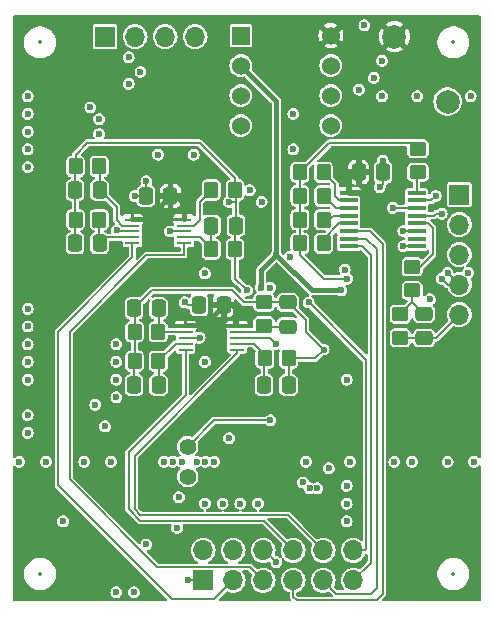
<source format=gbl>
%TF.GenerationSoftware,KiCad,Pcbnew,8.0.2*%
%TF.CreationDate,2024-06-08T00:27:39-04:00*%
%TF.ProjectId,EIS Board,45495320-426f-4617-9264-2e6b69636164,rev?*%
%TF.SameCoordinates,Original*%
%TF.FileFunction,Copper,L4,Bot*%
%TF.FilePolarity,Positive*%
%FSLAX46Y46*%
G04 Gerber Fmt 4.6, Leading zero omitted, Abs format (unit mm)*
G04 Created by KiCad (PCBNEW 8.0.2) date 2024-06-08 00:27:39*
%MOMM*%
%LPD*%
G01*
G04 APERTURE LIST*
G04 Aperture macros list*
%AMRoundRect*
0 Rectangle with rounded corners*
0 $1 Rounding radius*
0 $2 $3 $4 $5 $6 $7 $8 $9 X,Y pos of 4 corners*
0 Add a 4 corners polygon primitive as box body*
4,1,4,$2,$3,$4,$5,$6,$7,$8,$9,$2,$3,0*
0 Add four circle primitives for the rounded corners*
1,1,$1+$1,$2,$3*
1,1,$1+$1,$4,$5*
1,1,$1+$1,$6,$7*
1,1,$1+$1,$8,$9*
0 Add four rect primitives between the rounded corners*
20,1,$1+$1,$2,$3,$4,$5,0*
20,1,$1+$1,$4,$5,$6,$7,0*
20,1,$1+$1,$6,$7,$8,$9,0*
20,1,$1+$1,$8,$9,$2,$3,0*%
G04 Aperture macros list end*
%TA.AperFunction,ComponentPad*%
%ADD10C,1.524000*%
%TD*%
%TA.AperFunction,ComponentPad*%
%ADD11R,1.524000X1.524000*%
%TD*%
%TA.AperFunction,SMDPad,CuDef*%
%ADD12R,1.257300X0.279400*%
%TD*%
%TA.AperFunction,ComponentPad*%
%ADD13O,1.700000X1.700000*%
%TD*%
%TA.AperFunction,ComponentPad*%
%ADD14R,1.700000X1.700000*%
%TD*%
%TA.AperFunction,ComponentPad*%
%ADD15C,2.000000*%
%TD*%
%TA.AperFunction,ComponentPad*%
%ADD16C,1.400000*%
%TD*%
%TA.AperFunction,SMDPad,CuDef*%
%ADD17RoundRect,0.250000X-0.337500X-0.475000X0.337500X-0.475000X0.337500X0.475000X-0.337500X0.475000X0*%
%TD*%
%TA.AperFunction,SMDPad,CuDef*%
%ADD18RoundRect,0.250000X-0.350000X-0.450000X0.350000X-0.450000X0.350000X0.450000X-0.350000X0.450000X0*%
%TD*%
%TA.AperFunction,SMDPad,CuDef*%
%ADD19RoundRect,0.250000X0.350000X0.450000X-0.350000X0.450000X-0.350000X-0.450000X0.350000X-0.450000X0*%
%TD*%
%TA.AperFunction,SMDPad,CuDef*%
%ADD20RoundRect,0.250000X0.450000X-0.350000X0.450000X0.350000X-0.450000X0.350000X-0.450000X-0.350000X0*%
%TD*%
%TA.AperFunction,SMDPad,CuDef*%
%ADD21RoundRect,0.250000X-0.450000X0.350000X-0.450000X-0.350000X0.450000X-0.350000X0.450000X0.350000X0*%
%TD*%
%TA.AperFunction,SMDPad,CuDef*%
%ADD22RoundRect,0.250000X0.337500X0.475000X-0.337500X0.475000X-0.337500X-0.475000X0.337500X-0.475000X0*%
%TD*%
%TA.AperFunction,SMDPad,CuDef*%
%ADD23RoundRect,0.051250X0.733750X0.153750X-0.733750X0.153750X-0.733750X-0.153750X0.733750X-0.153750X0*%
%TD*%
%TA.AperFunction,SMDPad,CuDef*%
%ADD24RoundRect,0.250000X-0.475000X0.337500X-0.475000X-0.337500X0.475000X-0.337500X0.475000X0.337500X0*%
%TD*%
%TA.AperFunction,SMDPad,CuDef*%
%ADD25RoundRect,0.250000X0.475000X-0.337500X0.475000X0.337500X-0.475000X0.337500X-0.475000X-0.337500X0*%
%TD*%
%TA.AperFunction,ViaPad*%
%ADD26C,0.600000*%
%TD*%
%TA.AperFunction,Conductor*%
%ADD27C,0.200000*%
%TD*%
%TA.AperFunction,Conductor*%
%ADD28C,0.400000*%
%TD*%
%TA.AperFunction,Conductor*%
%ADD29C,0.150000*%
%TD*%
%ADD30C,0.300000*%
%ADD31C,0.350000*%
G04 APERTURE END LIST*
D10*
%TO.P,U9,8,V+*%
%TO.N,+3.3V*%
X127120000Y-51920000D03*
%TO.P,U9,7,OUTB*%
%TO.N,Net-(U9--INB)*%
X127120000Y-54460000D03*
%TO.P,U9,6,-INB*%
X127120000Y-57000000D03*
%TO.P,U9,5,+INB*%
%TO.N,GND*%
X127120000Y-59540000D03*
%TO.P,U9,4,V-*%
X119500000Y-59540000D03*
%TO.P,U9,3,+INA*%
%TO.N,Net-(U9-+INA)*%
X119500000Y-57000000D03*
%TO.P,U9,2,-INA*%
%TO.N,+1V65*%
X119500000Y-54460000D03*
D11*
%TO.P,U9,1,OUTA*%
X119500000Y-51920000D03*
%TD*%
D12*
%TO.P,U6,10,A1*%
%TO.N,/A1_TRANS*%
X119178050Y-78500252D03*
%TO.P,U6,9,S2*%
%TO.N,Net-(U6-S2)*%
X119178050Y-78000126D03*
%TO.P,U6,8,COM*%
%TO.N,/R_TRANS+*%
X119178050Y-77500000D03*
%TO.P,U6,7,S4*%
%TO.N,Net-(U6-S4)*%
X119178050Y-76999874D03*
%TO.P,U6,6,V+*%
%TO.N,+3.3V*%
X119178050Y-76499748D03*
%TO.P,U6,5,EN*%
X114821950Y-76499748D03*
%TO.P,U6,4,S3*%
%TO.N,Net-(U6-S3)*%
X114821950Y-76999874D03*
%TO.P,U6,3,GND*%
%TO.N,GND*%
X114821950Y-77500000D03*
%TO.P,U6,2,S1*%
%TO.N,Net-(U6-S1)*%
X114821950Y-78000126D03*
%TO.P,U6,1,A0*%
%TO.N,/A0_TRANS*%
X114821950Y-78500252D03*
%TD*%
%TO.P,U1,10,A1*%
%TO.N,/A1_AMP*%
X114678050Y-69500252D03*
%TO.P,U1,9,S2*%
%TO.N,Net-(U1-S2)*%
X114678050Y-69000126D03*
%TO.P,U1,8,COM*%
%TO.N,/R_AMP+*%
X114678050Y-68500000D03*
%TO.P,U1,7,S4*%
%TO.N,Net-(U1-S4)*%
X114678050Y-67999874D03*
%TO.P,U1,6,V+*%
%TO.N,+3.3V*%
X114678050Y-67499748D03*
%TO.P,U1,5,EN*%
X110321950Y-67499748D03*
%TO.P,U1,4,S3*%
%TO.N,Net-(U1-S3)*%
X110321950Y-67999874D03*
%TO.P,U1,3,GND*%
%TO.N,GND*%
X110321950Y-68500000D03*
%TO.P,U1,2,S1*%
%TO.N,Net-(U1-S1)*%
X110321950Y-69000126D03*
%TO.P,U1,1,A0*%
%TO.N,/A0_AMP*%
X110321950Y-69500252D03*
%TD*%
D13*
%TO.P,J2,5,Pin_5*%
%TO.N,/R_TRANS+*%
X138000000Y-75540000D03*
%TO.P,J2,4,Pin_4*%
%TO.N,GND*%
X138000000Y-73000000D03*
%TO.P,J2,3,Pin_3*%
%TO.N,/Reference*%
X138000000Y-70460000D03*
%TO.P,J2,2,Pin_2*%
%TO.N,/Counter1*%
X138000000Y-67920000D03*
D14*
%TO.P,J2,1,Pin_1*%
%TO.N,/Counter0*%
X138000000Y-65380000D03*
%TD*%
D13*
%TO.P,J3,12,Pin_12*%
%TO.N,/2_3_Electrode*%
X129000000Y-95500000D03*
%TO.P,J3,11,Pin_11*%
%TO.N,/A2_CAL*%
X129000000Y-98040000D03*
%TO.P,J3,10,Pin_10*%
%TO.N,/A1_TRANS*%
X126460000Y-95500000D03*
%TO.P,J3,9,Pin_9*%
%TO.N,/A1_CAL*%
X126460000Y-98040000D03*
%TO.P,J3,8,Pin_8*%
%TO.N,/A0_TRANS*%
X123920000Y-95500000D03*
%TO.P,J3,7,Pin_7*%
%TO.N,/A0_CAL*%
X123920000Y-98040000D03*
%TO.P,J3,6,Pin_6*%
%TO.N,GND*%
X121380000Y-95500000D03*
%TO.P,J3,5,Pin_5*%
%TO.N,/A1_AMP*%
X121380000Y-98040000D03*
%TO.P,J3,4,Pin_4*%
%TO.N,/SCL*%
X118840000Y-95500000D03*
%TO.P,J3,3,Pin_3*%
%TO.N,/A0_AMP*%
X118840000Y-98040000D03*
%TO.P,J3,2,Pin_2*%
%TO.N,/SDA*%
X116300000Y-95500000D03*
D14*
%TO.P,J3,1,Pin_1*%
%TO.N,GND*%
X116300000Y-98040000D03*
%TD*%
D15*
%TO.P,TP5,1,1*%
%TO.N,/Adjusted_Output*%
X137000000Y-57500000D03*
%TD*%
%TO.P,TP7,1,1*%
%TO.N,+3.3V*%
X132500000Y-52000000D03*
%TD*%
D16*
%TO.P,JP1,2,B*%
%TO.N,Net-(JP1-B)*%
X115000000Y-86710000D03*
%TO.P,JP1,1,A*%
%TO.N,Net-(JP1-A)*%
X115000000Y-89250000D03*
%TD*%
D17*
%TO.P,C11,2*%
%TO.N,/R_TRANS-*%
X123537500Y-81500000D03*
%TO.P,C11,1*%
%TO.N,Net-(U6-S2)*%
X121462500Y-81500000D03*
%TD*%
%TO.P,C9,2*%
%TO.N,GND*%
X131537500Y-63500000D03*
%TO.P,C9,1*%
%TO.N,+3.3V*%
X129462500Y-63500000D03*
%TD*%
D18*
%TO.P,R2,2*%
%TO.N,/R_AMP-*%
X119000000Y-70000000D03*
%TO.P,R2,1*%
%TO.N,Net-(U1-S2)*%
X117000000Y-70000000D03*
%TD*%
D19*
%TO.P,R14,2*%
%TO.N,/R_TRANS-*%
X110500000Y-77000000D03*
%TO.P,R14,1*%
%TO.N,Net-(U6-S3)*%
X112500000Y-77000000D03*
%TD*%
D20*
%TO.P,R16,1*%
%TO.N,Net-(U6-S4)*%
X121462500Y-76500000D03*
%TO.P,R16,2*%
%TO.N,/R_TRANS-*%
X121462500Y-74500000D03*
%TD*%
D18*
%TO.P,R6,2*%
%TO.N,/R_AMP-*%
X119000000Y-65000000D03*
%TO.P,R6,1*%
%TO.N,Net-(U1-S4)*%
X117000000Y-65000000D03*
%TD*%
D19*
%TO.P,R9,2*%
%TO.N,/R_TRANS+*%
X124500000Y-65500000D03*
%TO.P,R9,1*%
%TO.N,/Cal2*%
X126500000Y-65500000D03*
%TD*%
D20*
%TO.P,R15,2*%
%TO.N,/R_TRANS+*%
X134500000Y-61500000D03*
%TO.P,R15,1*%
%TO.N,/Cal5*%
X134500000Y-63500000D03*
%TD*%
D18*
%TO.P,R12,2*%
%TO.N,/R_TRANS-*%
X123537500Y-79250000D03*
%TO.P,R12,1*%
%TO.N,Net-(U6-S2)*%
X121537500Y-79250000D03*
%TD*%
D21*
%TO.P,R18,1*%
%TO.N,Net-(C17-Pad1)*%
X133000000Y-75500000D03*
%TO.P,R18,2*%
%TO.N,/R_TRANS+*%
X133000000Y-77500000D03*
%TD*%
D22*
%TO.P,C6,1*%
%TO.N,Net-(U1-S3)*%
X107537500Y-65000000D03*
%TO.P,C6,2*%
%TO.N,/R_AMP-*%
X105462500Y-65000000D03*
%TD*%
D19*
%TO.P,R13,2*%
%TO.N,/R_TRANS+*%
X124500000Y-69500000D03*
%TO.P,R13,1*%
%TO.N,/Cal4*%
X126500000Y-69500000D03*
%TD*%
D23*
%TO.P,U2,16,VCC*%
%TO.N,+3.3V*%
X128630000Y-65225000D03*
%TO.P,U2,15,Y2*%
%TO.N,/Cal3*%
X128630000Y-65875000D03*
%TO.P,U2,14,Y1*%
%TO.N,/Cal2*%
X128630000Y-66525000D03*
%TO.P,U2,13,Y0*%
%TO.N,/Cal1*%
X128630000Y-67175000D03*
%TO.P,U2,12,Y3*%
%TO.N,/Cal4*%
X128630000Y-67825000D03*
%TO.P,U2,11,S1*%
%TO.N,/A0_CAL*%
X128630000Y-68475000D03*
%TO.P,U2,10,S2*%
%TO.N,/A1_CAL*%
X128630000Y-69125000D03*
%TO.P,U2,9,S3*%
%TO.N,/A2_CAL*%
X128630000Y-69775000D03*
%TO.P,U2,8,GND*%
%TO.N,GND*%
X134370000Y-69775000D03*
%TO.P,U2,7*%
%TO.N,N/C*%
X134370000Y-69125000D03*
%TO.P,U2,6,~{E}*%
%TO.N,GND*%
X134370000Y-68475000D03*
%TO.P,U2,5,Y5*%
%TO.N,/Cal6*%
X134370000Y-67825000D03*
%TO.P,U2,4,Y7*%
%TO.N,/Counter1*%
X134370000Y-67175000D03*
%TO.P,U2,3,Z*%
%TO.N,/Adjusted_Output*%
X134370000Y-66525000D03*
%TO.P,U2,2,Y6*%
%TO.N,/Counter0*%
X134370000Y-65875000D03*
%TO.P,U2,1,Y4*%
%TO.N,/Cal5*%
X134370000Y-65225000D03*
%TD*%
D19*
%TO.P,R3,1*%
%TO.N,Net-(U1-S3)*%
X107500000Y-63000000D03*
%TO.P,R3,2*%
%TO.N,/R_AMP-*%
X105500000Y-63000000D03*
%TD*%
D22*
%TO.P,C16,1*%
%TO.N,+3.3V*%
X118037500Y-74750000D03*
%TO.P,C16,2*%
%TO.N,GND*%
X115962500Y-74750000D03*
%TD*%
%TO.P,C10,2*%
%TO.N,/R_TRANS-*%
X110462500Y-81500000D03*
%TO.P,C10,1*%
%TO.N,Net-(U6-S1)*%
X112537500Y-81500000D03*
%TD*%
%TO.P,C1,1*%
%TO.N,Net-(U1-S1)*%
X107537500Y-69500000D03*
%TO.P,C1,2*%
%TO.N,/R_AMP-*%
X105462500Y-69500000D03*
%TD*%
D19*
%TO.P,R11,2*%
%TO.N,/R_TRANS+*%
X124500000Y-63500000D03*
%TO.P,R11,1*%
%TO.N,/Cal3*%
X126500000Y-63500000D03*
%TD*%
D17*
%TO.P,C5,2*%
%TO.N,/R_AMP-*%
X119075000Y-68000000D03*
%TO.P,C5,1*%
%TO.N,Net-(U1-S2)*%
X117000000Y-68000000D03*
%TD*%
D22*
%TO.P,C12,2*%
%TO.N,/R_TRANS-*%
X110462500Y-75000000D03*
%TO.P,C12,1*%
%TO.N,Net-(U6-S3)*%
X112537500Y-75000000D03*
%TD*%
%TO.P,C8,2*%
%TO.N,GND*%
X111462500Y-65500000D03*
%TO.P,C8,1*%
%TO.N,+3.3V*%
X113537500Y-65500000D03*
%TD*%
D21*
%TO.P,R17,1*%
%TO.N,/Cal6*%
X134000000Y-71500000D03*
%TO.P,R17,2*%
%TO.N,Net-(C17-Pad1)*%
X134000000Y-73500000D03*
%TD*%
D24*
%TO.P,C17,1*%
%TO.N,Net-(C17-Pad1)*%
X135000000Y-75462500D03*
%TO.P,C17,2*%
%TO.N,/R_TRANS+*%
X135000000Y-77537500D03*
%TD*%
D19*
%TO.P,R8,2*%
%TO.N,/R_TRANS+*%
X124500000Y-67500000D03*
%TO.P,R8,1*%
%TO.N,/Cal1*%
X126500000Y-67500000D03*
%TD*%
%TO.P,R10,2*%
%TO.N,/R_TRANS-*%
X110500000Y-79500000D03*
%TO.P,R10,1*%
%TO.N,Net-(U6-S1)*%
X112500000Y-79500000D03*
%TD*%
%TO.P,R1,1*%
%TO.N,Net-(U1-S1)*%
X107500000Y-67500000D03*
%TO.P,R1,2*%
%TO.N,/R_AMP-*%
X105500000Y-67500000D03*
%TD*%
D25*
%TO.P,C15,1*%
%TO.N,Net-(U6-S4)*%
X123462500Y-76575000D03*
%TO.P,C15,2*%
%TO.N,/R_TRANS-*%
X123462500Y-74500000D03*
%TD*%
D13*
%TO.P,J1,4,Pin_4*%
%TO.N,GND*%
X115620000Y-52000000D03*
%TO.P,J1,3,Pin_3*%
%TO.N,+1V65*%
X113080000Y-52000000D03*
%TO.P,J1,2,Pin_2*%
%TO.N,GND*%
X110540000Y-52000000D03*
D14*
%TO.P,J1,1,Pin_1*%
%TO.N,VCC*%
X108000000Y-52000000D03*
%TD*%
D26*
%TO.N,/Adjusted_Output*%
X132350000Y-66500000D03*
%TO.N,+3.3V*%
X113800000Y-74400000D03*
X113900000Y-75400000D03*
X107000000Y-71600000D03*
X113000000Y-86500000D03*
X115250000Y-84500000D03*
X116000000Y-83750000D03*
X110750000Y-83500000D03*
X114000000Y-80500000D03*
X112500000Y-83250000D03*
X111750000Y-84000000D03*
X121500000Y-57500000D03*
X118000000Y-55750000D03*
%TO.N,GND*%
X107169329Y-83171530D03*
X108000000Y-85000000D03*
X114750000Y-74500000D03*
%TO.N,+3.3V*%
X136500000Y-75750000D03*
X136500000Y-69000000D03*
X138050000Y-95267750D03*
X138050000Y-92727750D03*
X138050000Y-90187750D03*
X138050000Y-85107750D03*
X138050000Y-82567750D03*
X138050000Y-80027750D03*
X138050000Y-77487750D03*
X138050000Y-62247750D03*
X138050000Y-59707750D03*
X138050000Y-54627750D03*
X135510000Y-97807750D03*
X135510000Y-95267750D03*
X135510000Y-92727750D03*
X135510000Y-90187750D03*
X135510000Y-87647750D03*
X135510000Y-85107750D03*
X135510000Y-82567750D03*
X135510000Y-80027750D03*
X135510000Y-54627750D03*
X135510000Y-52087750D03*
X132970000Y-97807750D03*
X132970000Y-95267750D03*
X132970000Y-92727750D03*
X132970000Y-90187750D03*
X132970000Y-82567750D03*
X132970000Y-80027750D03*
X132970000Y-59707750D03*
X132970000Y-57167750D03*
X132970000Y-54627750D03*
X130430000Y-59707750D03*
X125350000Y-59707750D03*
X125350000Y-57167750D03*
X125350000Y-54627750D03*
X122810000Y-87647750D03*
X122810000Y-54627750D03*
X122810000Y-52087750D03*
X120270000Y-62247750D03*
X117730000Y-59707750D03*
X117730000Y-52087750D03*
X112650000Y-72407750D03*
X112650000Y-57167750D03*
X112650000Y-54627750D03*
X110110000Y-85107750D03*
X110110000Y-59707750D03*
X107570000Y-97807750D03*
X105030000Y-97807750D03*
X105030000Y-95267750D03*
X105030000Y-72407750D03*
X105030000Y-52087750D03*
X102490000Y-95267750D03*
X102490000Y-92727750D03*
X102490000Y-90187750D03*
X102490000Y-82567750D03*
X102490000Y-72407750D03*
X102490000Y-69867750D03*
X102490000Y-67327750D03*
X102490000Y-64787750D03*
X102490000Y-54627750D03*
X132500000Y-71000000D03*
X131750000Y-68250000D03*
X125750000Y-52750000D03*
X125250000Y-51500000D03*
X103000000Y-59000000D03*
X103250000Y-57750000D03*
X104000000Y-57250000D03*
X104000000Y-57250000D03*
X103250000Y-62250000D03*
%TO.N,GND*%
X139250000Y-88000000D03*
X137000000Y-88000000D03*
X134000000Y-88000000D03*
X132500000Y-88000000D03*
X128750000Y-88000000D03*
X125000000Y-88000000D03*
X117250000Y-88000000D03*
X116500000Y-88000000D03*
X115750000Y-88000000D03*
X114500000Y-88000000D03*
X113750000Y-88000000D03*
X113000000Y-88000000D03*
X108500000Y-88000000D03*
X106250000Y-88000000D03*
X103000000Y-88000000D03*
X100750000Y-88000000D03*
%TO.N,+3.3V*%
X129000000Y-86750000D03*
X129000000Y-85250000D03*
X129000000Y-83750000D03*
X133000000Y-85500000D03*
X121500000Y-68000000D03*
X115250000Y-63750000D03*
X114000000Y-62250000D03*
X110000000Y-62750000D03*
X109750000Y-63750000D03*
X109250000Y-64750000D03*
X112750000Y-69500000D03*
X112250000Y-69000000D03*
X112250000Y-68000000D03*
X112750000Y-67250000D03*
X115250000Y-65500000D03*
X113750000Y-63750000D03*
X113000000Y-63750000D03*
%TO.N,GND*%
X123619975Y-70630025D03*
X128281802Y-71730329D03*
%TO.N,+3.3V*%
X112750000Y-96250000D03*
X114000000Y-95000000D03*
X104750000Y-74500000D03*
X103750000Y-75500000D03*
X103000000Y-77000000D03*
X103000000Y-78250000D03*
X103000000Y-79500000D03*
X103000000Y-80750000D03*
X103000000Y-85500000D03*
X103000000Y-84500000D03*
X106250000Y-86000000D03*
X106250000Y-84750000D03*
X107750000Y-76000000D03*
X107000000Y-77000000D03*
X106250000Y-78000000D03*
X106250000Y-79250000D03*
X106250000Y-80500000D03*
X106250000Y-81750000D03*
X130250000Y-65250000D03*
X130750000Y-67250000D03*
X117750000Y-82750000D03*
X119250000Y-80250000D03*
X119750000Y-81250000D03*
X119500000Y-83250000D03*
X128000000Y-63000000D03*
X128250000Y-62000000D03*
X127500000Y-62000000D03*
X129801615Y-76039470D03*
X126500000Y-74250000D03*
X127250000Y-71900000D03*
X127000000Y-75000000D03*
%TO.N,/R_TRANS+*%
X122500000Y-78000000D03*
%TO.N,GND*%
X120250000Y-65000000D03*
X121250000Y-66000000D03*
X138750000Y-72000000D03*
X130750000Y-55500000D03*
X129500000Y-56500000D03*
X110000000Y-53750000D03*
X110000000Y-56000000D03*
X111000000Y-55000000D03*
X115500000Y-62000000D03*
X112500000Y-62000000D03*
X106750000Y-58000000D03*
X107500000Y-60250000D03*
X107500000Y-59000000D03*
%TO.N,+1V65*%
X121199997Y-73250000D03*
%TO.N,GND*%
X122000000Y-73250000D03*
X135500000Y-74250000D03*
X111500000Y-95000000D03*
X114250000Y-91000000D03*
X125975000Y-90250000D03*
X124750000Y-89750000D03*
X125325000Y-90250000D03*
X118500000Y-86000000D03*
X131250000Y-64750000D03*
X116000000Y-77500000D03*
X137000000Y-72000000D03*
X111500000Y-64250000D03*
X110500000Y-65500000D03*
X109005450Y-68400126D03*
X122500000Y-96500000D03*
X115000000Y-98000000D03*
X133250000Y-69750000D03*
X136500000Y-72500000D03*
X133250000Y-68475000D03*
X131500000Y-62500000D03*
%TO.N,/R_AMP-*%
X118500000Y-66000000D03*
%TO.N,/R_AMP+*%
X113500000Y-68500000D03*
%TO.N,/R_TRANS-*%
X126500000Y-78500000D03*
%TO.N,/2_3_Electrode*%
X125246503Y-74511387D03*
%TO.N,/R_TRANS+*%
X128500000Y-72500000D03*
%TO.N,+1V65*%
X128000000Y-73500000D03*
X122500000Y-70500000D03*
%TO.N,/R_AMP-*%
X120000000Y-73500000D03*
%TO.N,/Counter0*%
X136000000Y-65500000D03*
%TO.N,/Counter1*%
X136500000Y-67000000D03*
%TO.N,Net-(JP1-B)*%
X122000000Y-84500000D03*
%TO.N,GND*%
X138950000Y-57047750D03*
X134450000Y-57047750D03*
X131450000Y-54047750D03*
X129950000Y-51047750D03*
X128450000Y-93047750D03*
X128450000Y-91547750D03*
X128450000Y-81047750D03*
X126950000Y-88547750D03*
X123950000Y-61547750D03*
X123950000Y-58547750D03*
X120950000Y-91547750D03*
X116450000Y-91547750D03*
X116450000Y-79547750D03*
X116450000Y-72047750D03*
X108950000Y-99047750D03*
X108950000Y-82547750D03*
X119450000Y-91547750D03*
X108950000Y-81047750D03*
X108950000Y-79547750D03*
X108950000Y-78047750D03*
X117950000Y-91547750D03*
X104450000Y-93047750D03*
X101450000Y-85547750D03*
X101450000Y-84047750D03*
X128450000Y-90047750D03*
X101450000Y-81047750D03*
X101450000Y-79547750D03*
X101450000Y-76547750D03*
X101450000Y-63047750D03*
X101450000Y-78047750D03*
X131450000Y-57047750D03*
X101450000Y-61547750D03*
X101450000Y-60047750D03*
X101450000Y-75047750D03*
X101450000Y-58547750D03*
X110450000Y-99047750D03*
X101450000Y-57047750D03*
X114100000Y-93600000D03*
%TD*%
D27*
%TO.N,/Adjusted_Output*%
X132375000Y-66525000D02*
X132350000Y-66500000D01*
X134370000Y-66525000D02*
X132375000Y-66525000D01*
%TO.N,Net-(U6-S4)*%
X120962626Y-76999874D02*
X121462500Y-76500000D01*
X119178050Y-76999874D02*
X120962626Y-76999874D01*
X121537500Y-76575000D02*
X121462500Y-76500000D01*
X123462500Y-76575000D02*
X121537500Y-76575000D01*
%TO.N,GND*%
X115000000Y-74750000D02*
X114750000Y-74500000D01*
X115962500Y-74750000D02*
X115000000Y-74750000D01*
%TO.N,/Cal6*%
X135325000Y-67825000D02*
X134370000Y-67825000D01*
X135750000Y-68250000D02*
X135325000Y-67825000D01*
X134000000Y-71500000D02*
X134700000Y-71500000D01*
X134700000Y-71500000D02*
X135750000Y-70450000D01*
X135750000Y-70450000D02*
X135750000Y-68250000D01*
D28*
%TO.N,+3.3V*%
X129462500Y-64462500D02*
X130250000Y-65250000D01*
X129462500Y-63500000D02*
X129462500Y-64462500D01*
X130750000Y-66467916D02*
X130750000Y-67250000D01*
X129507084Y-65225000D02*
X130750000Y-66467916D01*
X128630000Y-65225000D02*
X129507084Y-65225000D01*
X119750000Y-81250000D02*
X119750000Y-81500000D01*
X119500000Y-81750000D02*
X119750000Y-81250000D01*
X119500000Y-83250000D02*
X119500000Y-81750000D01*
X128762145Y-75000000D02*
X129801615Y-76039470D01*
X127000000Y-75000000D02*
X128762145Y-75000000D01*
X118037500Y-74750000D02*
X116327326Y-76460174D01*
X116327326Y-76460174D02*
X114821950Y-76460174D01*
X119000000Y-76282124D02*
X119178050Y-76460174D01*
X119000000Y-75000000D02*
X119000000Y-76282124D01*
X118750000Y-74750000D02*
X119000000Y-75000000D01*
X118037500Y-74750000D02*
X118750000Y-74750000D01*
X129000000Y-63500000D02*
X128630000Y-63870000D01*
X128630000Y-63870000D02*
X128630000Y-65225000D01*
X129462500Y-63500000D02*
X129000000Y-63500000D01*
X114000000Y-65500000D02*
X114678050Y-66178050D01*
X113537500Y-65500000D02*
X114000000Y-65500000D01*
X114678050Y-66178050D02*
X114678050Y-67460174D01*
X111577326Y-67460174D02*
X110321950Y-67460174D01*
X113537500Y-65500000D02*
X111577326Y-67460174D01*
D27*
%TO.N,/R_TRANS-*%
X118750000Y-73500000D02*
X111962500Y-73500000D01*
X111962500Y-73500000D02*
X110462500Y-75000000D01*
X121462500Y-74500000D02*
X119750000Y-74500000D01*
X119750000Y-74500000D02*
X118750000Y-73500000D01*
X123462500Y-74500000D02*
X121462500Y-74500000D01*
X123500000Y-74500000D02*
X123462500Y-74500000D01*
X125000000Y-76000000D02*
X123500000Y-74500000D01*
X125000000Y-77000000D02*
X125000000Y-76000000D01*
X126500000Y-78500000D02*
X125000000Y-77000000D01*
%TO.N,/R_TRANS+*%
X122000000Y-77500000D02*
X122500000Y-78000000D01*
X119178050Y-77500000D02*
X122000000Y-77500000D01*
%TO.N,/R_TRANS-*%
X125750000Y-79250000D02*
X126500000Y-78500000D01*
X123537500Y-79250000D02*
X125750000Y-79250000D01*
D28*
%TO.N,+1V65*%
X121199997Y-71800003D02*
X121199997Y-73250000D01*
X122500000Y-70500000D02*
X121199997Y-71800003D01*
D27*
%TO.N,GND*%
X131537500Y-64462500D02*
X131250000Y-64750000D01*
X131537500Y-63500000D02*
X131537500Y-64462500D01*
X114821950Y-77500000D02*
X116000000Y-77500000D01*
X138000000Y-73000000D02*
X137000000Y-72000000D01*
X111462500Y-64287500D02*
X111500000Y-64250000D01*
X111462500Y-65500000D02*
X111462500Y-64287500D01*
X111462500Y-65500000D02*
X110500000Y-65500000D01*
X109105324Y-68500000D02*
X109005450Y-68400126D01*
X110321950Y-68500000D02*
X109105324Y-68500000D01*
X121500000Y-95500000D02*
X122500000Y-96500000D01*
X121380000Y-95500000D02*
X121500000Y-95500000D01*
X115040000Y-98040000D02*
X115000000Y-98000000D01*
X116300000Y-98040000D02*
X115040000Y-98040000D01*
X133250000Y-68475000D02*
X134370000Y-68475000D01*
X133275000Y-69775000D02*
X133250000Y-69750000D01*
X134370000Y-69775000D02*
X133275000Y-69775000D01*
X137000000Y-73000000D02*
X136500000Y-72500000D01*
X138000000Y-73000000D02*
X137000000Y-73000000D01*
%TO.N,/R_TRANS+*%
X134000000Y-61000000D02*
X134500000Y-61500000D01*
X127000000Y-61000000D02*
X134000000Y-61000000D01*
X124500000Y-63500000D02*
X127000000Y-61000000D01*
X138000000Y-75540000D02*
X136002500Y-77537500D01*
X136002500Y-77537500D02*
X135000000Y-77537500D01*
%TO.N,/Counter1*%
X135825000Y-67175000D02*
X134370000Y-67175000D01*
X136000000Y-67000000D02*
X135825000Y-67175000D01*
X136500000Y-67000000D02*
X136000000Y-67000000D01*
%TO.N,/R_AMP-*%
X119075000Y-66000000D02*
X119075000Y-65075000D01*
X118500000Y-66000000D02*
X119075000Y-66000000D01*
D29*
%TO.N,/A0_AMP*%
X110321950Y-70678050D02*
X110321950Y-69500252D01*
X113660000Y-99660000D02*
X104000000Y-90000000D01*
X117220000Y-99660000D02*
X113660000Y-99660000D01*
X118840000Y-98040000D02*
X117220000Y-99660000D01*
X104000000Y-90000000D02*
X104000000Y-77000000D01*
X104000000Y-77000000D02*
X110321950Y-70678050D01*
%TO.N,/A1_AMP*%
X114678050Y-70500000D02*
X114678050Y-69500252D01*
X105000000Y-77000000D02*
X111500000Y-70500000D01*
X112415000Y-96915000D02*
X105000000Y-89500000D01*
X111500000Y-70500000D02*
X114678050Y-70500000D01*
X120255000Y-96915000D02*
X112415000Y-96915000D01*
X121380000Y-98040000D02*
X120255000Y-96915000D01*
X105000000Y-89500000D02*
X105000000Y-77000000D01*
D27*
%TO.N,/R_AMP+*%
X113500000Y-68500000D02*
X114678050Y-68500000D01*
%TO.N,/2_3_Electrode*%
X130125000Y-79389884D02*
X125246503Y-74511387D01*
X130125000Y-95375000D02*
X130125000Y-79389884D01*
X130000000Y-95500000D02*
X130125000Y-95375000D01*
X129000000Y-95500000D02*
X130000000Y-95500000D01*
%TO.N,/R_TRANS+*%
X126500000Y-72500000D02*
X128500000Y-72500000D01*
X124500000Y-70500000D02*
X126500000Y-72500000D01*
X124500000Y-69500000D02*
X124500000Y-70500000D01*
D28*
%TO.N,+1V65*%
X125500000Y-73500000D02*
X128000000Y-73500000D01*
X122500000Y-70500000D02*
X125500000Y-73500000D01*
X122500000Y-57460000D02*
X122500000Y-70500000D01*
X119500000Y-54460000D02*
X122500000Y-57460000D01*
D27*
%TO.N,/R_AMP-*%
X120000000Y-73500000D02*
X119000000Y-72500000D01*
X119000000Y-72500000D02*
X119000000Y-70000000D01*
%TO.N,/Counter0*%
X136000000Y-65500000D02*
X135625000Y-65875000D01*
X135625000Y-65875000D02*
X134370000Y-65875000D01*
%TO.N,Net-(JP1-B)*%
X117210000Y-84500000D02*
X122000000Y-84500000D01*
X115000000Y-86710000D02*
X117210000Y-84500000D01*
%TO.N,/Cal3*%
X127500000Y-64500000D02*
X126500000Y-63500000D01*
X127845001Y-65875000D02*
X127500000Y-65529999D01*
X128630000Y-65875000D02*
X127845001Y-65875000D01*
X127500000Y-65529999D02*
X127500000Y-64500000D01*
%TO.N,/Cal2*%
X127525000Y-66525000D02*
X128630000Y-66525000D01*
X126500000Y-65500000D02*
X127525000Y-66525000D01*
%TO.N,/Cal1*%
X127325000Y-67175000D02*
X128630000Y-67175000D01*
X127000000Y-67500000D02*
X127325000Y-67175000D01*
X126500000Y-67500000D02*
X127000000Y-67500000D01*
%TO.N,/Cal4*%
X127845001Y-67825000D02*
X128630000Y-67825000D01*
X126500000Y-69170001D02*
X127845001Y-67825000D01*
X126500000Y-69500000D02*
X126500000Y-69170001D01*
%TO.N,/R_TRANS+*%
X124500000Y-67500000D02*
X124500000Y-69500000D01*
X124500000Y-65500000D02*
X124500000Y-67500000D01*
X124500000Y-63500000D02*
X124500000Y-65500000D01*
%TO.N,/Cal5*%
X134370000Y-63630000D02*
X134500000Y-63500000D01*
X134370000Y-65225000D02*
X134370000Y-63630000D01*
%TO.N,/R_TRANS+*%
X133037500Y-77537500D02*
X133000000Y-77500000D01*
X135000000Y-77537500D02*
X133037500Y-77537500D01*
%TO.N,Net-(C17-Pad1)*%
X134962500Y-75500000D02*
X135000000Y-75462500D01*
X134962500Y-75462500D02*
X134000000Y-74500000D01*
X135000000Y-75462500D02*
X134962500Y-75462500D01*
X134000000Y-74500000D02*
X133000000Y-75500000D01*
X134000000Y-73500000D02*
X134000000Y-74500000D01*
%TO.N,Net-(U1-S3)*%
X109000000Y-66462500D02*
X107537500Y-65000000D01*
X109453726Y-67999874D02*
X109000000Y-67546148D01*
X110321950Y-67999874D02*
X109453726Y-67999874D01*
X109000000Y-67546148D02*
X109000000Y-66462500D01*
X107537500Y-63537500D02*
X107537500Y-65000000D01*
X107500000Y-63000000D02*
X107500000Y-63500000D01*
X107500000Y-63500000D02*
X107537500Y-63537500D01*
%TO.N,/R_AMP-*%
X105462500Y-63037500D02*
X105500000Y-63000000D01*
X105462500Y-65000000D02*
X105462500Y-63037500D01*
X105462500Y-66962500D02*
X105462500Y-65000000D01*
X105500000Y-67000000D02*
X105462500Y-66962500D01*
X105500000Y-67500000D02*
X105500000Y-67000000D01*
X105462500Y-67537500D02*
X105500000Y-67500000D01*
X105462500Y-69500000D02*
X105462500Y-67537500D01*
%TO.N,Net-(U1-S1)*%
X108037374Y-69000126D02*
X110321950Y-69000126D01*
X107537500Y-69500000D02*
X108037374Y-69000126D01*
X107500000Y-67500000D02*
X107500000Y-69462500D01*
X107500000Y-69462500D02*
X107537500Y-69500000D01*
%TO.N,Net-(U1-S4)*%
X115546274Y-67999874D02*
X114678050Y-67999874D01*
X116000000Y-66000000D02*
X116000000Y-67546148D01*
X117000000Y-65000000D02*
X116000000Y-66000000D01*
X116000000Y-67546148D02*
X115546274Y-67999874D01*
%TO.N,/R_AMP-*%
X119075000Y-65075000D02*
X119000000Y-65000000D01*
X119075000Y-68000000D02*
X119075000Y-65075000D01*
X119000000Y-68075000D02*
X119075000Y-68000000D01*
X119000000Y-70000000D02*
X119000000Y-68075000D01*
%TO.N,Net-(U1-S2)*%
X116000126Y-69000126D02*
X114678050Y-69000126D01*
X117000000Y-70000000D02*
X116000126Y-69000126D01*
X117000000Y-70000000D02*
X117000000Y-68000000D01*
%TO.N,/R_TRANS-*%
X123537500Y-78962500D02*
X123537500Y-80962500D01*
X123500000Y-78925000D02*
X123537500Y-78962500D01*
%TO.N,Net-(U6-S4)*%
X121425000Y-76462500D02*
X120887626Y-76999874D01*
X121500000Y-76387500D02*
X121425000Y-76462500D01*
%TO.N,Net-(U6-S2)*%
X120575126Y-78000126D02*
X119178050Y-78000126D01*
X121537500Y-78962500D02*
X120575126Y-78000126D01*
X121462500Y-79037500D02*
X121537500Y-78962500D01*
X121462500Y-80962500D02*
X121462500Y-79037500D01*
%TO.N,Net-(U6-S1)*%
X112500000Y-79500000D02*
X113999874Y-78000126D01*
X113999874Y-78000126D02*
X114821950Y-78000126D01*
X112537500Y-81500000D02*
X112537500Y-79537500D01*
X112537500Y-79537500D02*
X112500000Y-79500000D01*
%TO.N,Net-(U6-S3)*%
X112500000Y-77000000D02*
X114821824Y-77000000D01*
X114821824Y-77000000D02*
X114821950Y-76999874D01*
X112537500Y-75000000D02*
X112537500Y-76962500D01*
X112537500Y-76962500D02*
X112500000Y-77000000D01*
%TO.N,/R_TRANS-*%
X110500000Y-75037500D02*
X110462500Y-75000000D01*
X110500000Y-77000000D02*
X110500000Y-75037500D01*
X110500000Y-79500000D02*
X110500000Y-77000000D01*
X110462500Y-79537500D02*
X110500000Y-79500000D01*
X110462500Y-81500000D02*
X110462500Y-79537500D01*
D29*
%TO.N,/A1_TRANS*%
X110500000Y-92000000D02*
X110500000Y-87500000D01*
X119178050Y-78821950D02*
X119178050Y-78500252D01*
X111000000Y-92500000D02*
X110500000Y-92000000D01*
X123460000Y-92500000D02*
X111000000Y-92500000D01*
X110500000Y-87500000D02*
X119178050Y-78821950D01*
X126460000Y-95500000D02*
X123460000Y-92500000D01*
%TO.N,/A2_CAL*%
X129775000Y-69775000D02*
X128630000Y-69775000D01*
X130500000Y-70500000D02*
X129775000Y-69775000D01*
X129000000Y-98040000D02*
X130500000Y-96540000D01*
X130500000Y-96540000D02*
X130500000Y-70500000D01*
%TO.N,/A1_CAL*%
X131000000Y-70000000D02*
X130125000Y-69125000D01*
X131000000Y-98665000D02*
X131000000Y-70000000D01*
X130500000Y-99165000D02*
X131000000Y-98665000D01*
X130125000Y-69125000D02*
X128630000Y-69125000D01*
X126460000Y-98040000D02*
X127585000Y-99165000D01*
X127585000Y-99165000D02*
X130500000Y-99165000D01*
%TO.N,/A0_CAL*%
X130445000Y-68475000D02*
X128630000Y-68475000D01*
X131500000Y-69530000D02*
X130445000Y-68475000D01*
X131000000Y-99725000D02*
X131500000Y-99225000D01*
X124225000Y-99725000D02*
X131000000Y-99725000D01*
X123920000Y-99420000D02*
X124225000Y-99725000D01*
X131500000Y-99225000D02*
X131500000Y-69530000D01*
X123920000Y-98040000D02*
X123920000Y-99420000D01*
%TO.N,/A0_TRANS*%
X110000000Y-87183328D02*
X114821950Y-82361378D01*
X114821950Y-82361378D02*
X114821950Y-78500252D01*
X110000000Y-92000000D02*
X110000000Y-87183328D01*
X111000000Y-93000000D02*
X110000000Y-92000000D01*
X121420000Y-93000000D02*
X111000000Y-93000000D01*
X123920000Y-95500000D02*
X121420000Y-93000000D01*
D27*
%TO.N,/R_AMP-*%
X116000000Y-61000000D02*
X106500000Y-61000000D01*
X106500000Y-61000000D02*
X105500000Y-62000000D01*
X105500000Y-62000000D02*
X105500000Y-63000000D01*
X119000000Y-65000000D02*
X119000000Y-64000000D01*
X119000000Y-64000000D02*
X116000000Y-61000000D01*
%TO.N,GND*%
X131537500Y-63500000D02*
X131537500Y-62537500D01*
X131537500Y-62537500D02*
X131500000Y-62500000D01*
%TD*%
%TA.AperFunction,Conductor*%
%TO.N,+3.3V*%
G36*
X139758691Y-50219407D02*
G01*
X139794655Y-50268907D01*
X139799500Y-50299500D01*
X139799500Y-87604442D01*
X139780593Y-87662633D01*
X139731093Y-87698597D01*
X139669907Y-87698597D01*
X139625681Y-87669273D01*
X139581129Y-87617858D01*
X139581127Y-87617856D01*
X139460057Y-87540049D01*
X139460054Y-87540047D01*
X139460053Y-87540047D01*
X139460043Y-87540044D01*
X139321964Y-87499500D01*
X139321961Y-87499500D01*
X139178039Y-87499500D01*
X139178035Y-87499500D01*
X139039949Y-87540046D01*
X139039942Y-87540049D01*
X138918873Y-87617855D01*
X138824622Y-87726628D01*
X138764834Y-87857543D01*
X138744353Y-87999997D01*
X138744353Y-88000002D01*
X138764834Y-88142456D01*
X138806177Y-88232983D01*
X138824623Y-88273373D01*
X138888461Y-88347046D01*
X138918873Y-88382144D01*
X138954894Y-88405293D01*
X139039947Y-88459953D01*
X139146403Y-88491211D01*
X139178035Y-88500499D01*
X139178036Y-88500499D01*
X139178039Y-88500500D01*
X139178041Y-88500500D01*
X139321959Y-88500500D01*
X139321961Y-88500500D01*
X139460053Y-88459953D01*
X139581128Y-88382143D01*
X139625681Y-88330725D01*
X139678076Y-88299130D01*
X139739037Y-88304365D01*
X139785278Y-88344433D01*
X139799500Y-88395557D01*
X139799500Y-99700500D01*
X139780593Y-99758691D01*
X139731093Y-99794655D01*
X139700500Y-99799500D01*
X131554122Y-99799500D01*
X131495931Y-99780593D01*
X131459967Y-99731093D01*
X131459967Y-99669907D01*
X131484119Y-99630496D01*
X131733558Y-99381058D01*
X131744143Y-99355504D01*
X131775500Y-99279801D01*
X131775500Y-97393396D01*
X136145500Y-97393396D01*
X136145500Y-97606603D01*
X136178851Y-97817174D01*
X136244736Y-98019947D01*
X136341527Y-98209912D01*
X136341531Y-98209918D01*
X136466841Y-98382391D01*
X136466843Y-98382393D01*
X136466846Y-98382397D01*
X136617603Y-98533154D01*
X136617606Y-98533156D01*
X136617608Y-98533158D01*
X136790081Y-98658468D01*
X136790087Y-98658472D01*
X136980053Y-98755264D01*
X137182821Y-98821147D01*
X137182822Y-98821147D01*
X137182825Y-98821148D01*
X137393396Y-98854500D01*
X137393399Y-98854500D01*
X137606604Y-98854500D01*
X137817174Y-98821148D01*
X137817175Y-98821147D01*
X137817179Y-98821147D01*
X138019947Y-98755264D01*
X138209913Y-98658472D01*
X138382397Y-98533154D01*
X138533154Y-98382397D01*
X138658472Y-98209913D01*
X138755264Y-98019947D01*
X138821147Y-97817179D01*
X138835489Y-97726628D01*
X138854500Y-97606603D01*
X138854500Y-97393396D01*
X138821148Y-97182825D01*
X138821147Y-97182821D01*
X138755264Y-96980053D01*
X138658472Y-96790087D01*
X138658468Y-96790081D01*
X138533158Y-96617608D01*
X138533156Y-96617606D01*
X138533154Y-96617603D01*
X138382397Y-96466846D01*
X138382393Y-96466843D01*
X138382391Y-96466841D01*
X138209918Y-96341531D01*
X138209912Y-96341527D01*
X138019947Y-96244736D01*
X137817174Y-96178851D01*
X137606604Y-96145500D01*
X137606601Y-96145500D01*
X137393399Y-96145500D01*
X137393396Y-96145500D01*
X137182825Y-96178851D01*
X136980052Y-96244736D01*
X136790087Y-96341527D01*
X136790081Y-96341531D01*
X136617608Y-96466841D01*
X136466841Y-96617608D01*
X136341531Y-96790081D01*
X136341527Y-96790087D01*
X136244736Y-96980052D01*
X136178851Y-97182825D01*
X136145500Y-97393396D01*
X131775500Y-97393396D01*
X131775500Y-87999997D01*
X131994353Y-87999997D01*
X131994353Y-88000002D01*
X132014834Y-88142456D01*
X132056177Y-88232983D01*
X132074623Y-88273373D01*
X132138461Y-88347046D01*
X132168873Y-88382144D01*
X132204894Y-88405293D01*
X132289947Y-88459953D01*
X132396403Y-88491211D01*
X132428035Y-88500499D01*
X132428036Y-88500499D01*
X132428039Y-88500500D01*
X132428041Y-88500500D01*
X132571959Y-88500500D01*
X132571961Y-88500500D01*
X132710053Y-88459953D01*
X132831128Y-88382143D01*
X132925377Y-88273373D01*
X132985165Y-88142457D01*
X133005647Y-88000000D01*
X133005647Y-87999997D01*
X133494353Y-87999997D01*
X133494353Y-88000002D01*
X133514834Y-88142456D01*
X133556177Y-88232983D01*
X133574623Y-88273373D01*
X133638461Y-88347046D01*
X133668873Y-88382144D01*
X133704894Y-88405293D01*
X133789947Y-88459953D01*
X133896403Y-88491211D01*
X133928035Y-88500499D01*
X133928036Y-88500499D01*
X133928039Y-88500500D01*
X133928041Y-88500500D01*
X134071959Y-88500500D01*
X134071961Y-88500500D01*
X134210053Y-88459953D01*
X134331128Y-88382143D01*
X134425377Y-88273373D01*
X134485165Y-88142457D01*
X134505647Y-88000000D01*
X134505647Y-87999997D01*
X136494353Y-87999997D01*
X136494353Y-88000002D01*
X136514834Y-88142456D01*
X136556177Y-88232983D01*
X136574623Y-88273373D01*
X136638461Y-88347046D01*
X136668873Y-88382144D01*
X136704894Y-88405293D01*
X136789947Y-88459953D01*
X136896403Y-88491211D01*
X136928035Y-88500499D01*
X136928036Y-88500499D01*
X136928039Y-88500500D01*
X136928041Y-88500500D01*
X137071959Y-88500500D01*
X137071961Y-88500500D01*
X137210053Y-88459953D01*
X137331128Y-88382143D01*
X137425377Y-88273373D01*
X137485165Y-88142457D01*
X137505647Y-88000000D01*
X137485165Y-87857543D01*
X137425377Y-87726627D01*
X137331128Y-87617857D01*
X137331127Y-87617856D01*
X137331126Y-87617855D01*
X137210057Y-87540049D01*
X137210054Y-87540047D01*
X137210053Y-87540047D01*
X137210043Y-87540044D01*
X137071964Y-87499500D01*
X137071961Y-87499500D01*
X136928039Y-87499500D01*
X136928035Y-87499500D01*
X136789949Y-87540046D01*
X136789942Y-87540049D01*
X136668873Y-87617855D01*
X136574622Y-87726628D01*
X136514834Y-87857543D01*
X136494353Y-87999997D01*
X134505647Y-87999997D01*
X134485165Y-87857543D01*
X134425377Y-87726627D01*
X134331128Y-87617857D01*
X134331127Y-87617856D01*
X134331126Y-87617855D01*
X134210057Y-87540049D01*
X134210054Y-87540047D01*
X134210053Y-87540047D01*
X134210043Y-87540044D01*
X134071964Y-87499500D01*
X134071961Y-87499500D01*
X133928039Y-87499500D01*
X133928035Y-87499500D01*
X133789949Y-87540046D01*
X133789942Y-87540049D01*
X133668873Y-87617855D01*
X133574622Y-87726628D01*
X133514834Y-87857543D01*
X133494353Y-87999997D01*
X133005647Y-87999997D01*
X132985165Y-87857543D01*
X132925377Y-87726627D01*
X132831128Y-87617857D01*
X132831127Y-87617856D01*
X132831126Y-87617855D01*
X132710057Y-87540049D01*
X132710054Y-87540047D01*
X132710053Y-87540047D01*
X132710043Y-87540044D01*
X132571964Y-87499500D01*
X132571961Y-87499500D01*
X132428039Y-87499500D01*
X132428035Y-87499500D01*
X132289949Y-87540046D01*
X132289942Y-87540049D01*
X132168873Y-87617855D01*
X132074622Y-87726628D01*
X132014834Y-87857543D01*
X131994353Y-87999997D01*
X131775500Y-87999997D01*
X131775500Y-77095725D01*
X132099500Y-77095725D01*
X132099500Y-77904274D01*
X132102353Y-77934694D01*
X132102355Y-77934703D01*
X132147207Y-78062883D01*
X132227845Y-78172144D01*
X132227847Y-78172146D01*
X132227850Y-78172150D01*
X132227853Y-78172152D01*
X132227855Y-78172154D01*
X132337116Y-78252792D01*
X132337117Y-78252792D01*
X132337118Y-78252793D01*
X132465301Y-78297646D01*
X132495725Y-78300499D01*
X132495727Y-78300500D01*
X132495734Y-78300500D01*
X133504273Y-78300500D01*
X133504273Y-78300499D01*
X133534699Y-78297646D01*
X133662882Y-78252793D01*
X133772150Y-78172150D01*
X133852793Y-78062882D01*
X133889682Y-77957458D01*
X133926747Y-77908779D01*
X133985347Y-77891182D01*
X134043099Y-77911390D01*
X134076570Y-77957459D01*
X134122207Y-78087883D01*
X134202845Y-78197144D01*
X134202847Y-78197146D01*
X134202850Y-78197150D01*
X134202853Y-78197152D01*
X134202855Y-78197154D01*
X134312116Y-78277792D01*
X134312117Y-78277792D01*
X134312118Y-78277793D01*
X134440301Y-78322646D01*
X134470725Y-78325499D01*
X134470727Y-78325500D01*
X134470734Y-78325500D01*
X135529273Y-78325500D01*
X135529273Y-78325499D01*
X135559699Y-78322646D01*
X135687882Y-78277793D01*
X135797150Y-78197150D01*
X135877793Y-78087882D01*
X135922646Y-77959699D01*
X135925500Y-77929266D01*
X135925500Y-77929259D01*
X135925641Y-77927756D01*
X135949899Y-77871585D01*
X136002541Y-77840400D01*
X136024209Y-77838000D01*
X136042063Y-77838000D01*
X136042063Y-77837999D01*
X136118489Y-77817521D01*
X136187011Y-77777960D01*
X136242960Y-77722011D01*
X137448784Y-76516185D01*
X137503299Y-76488410D01*
X137563731Y-76497981D01*
X137565454Y-76498881D01*
X137596040Y-76515229D01*
X137596046Y-76515232D01*
X137733997Y-76557078D01*
X137794065Y-76575300D01*
X137794070Y-76575301D01*
X137999997Y-76595583D01*
X138000000Y-76595583D01*
X138000003Y-76595583D01*
X138205929Y-76575301D01*
X138205934Y-76575300D01*
X138403954Y-76515232D01*
X138586450Y-76417685D01*
X138746410Y-76286410D01*
X138877685Y-76126450D01*
X138975232Y-75943954D01*
X139035300Y-75745934D01*
X139035301Y-75745929D01*
X139055583Y-75540003D01*
X139055583Y-75539996D01*
X139035301Y-75334070D01*
X139035300Y-75334065D01*
X139010646Y-75252792D01*
X138975232Y-75136046D01*
X138877685Y-74953550D01*
X138875043Y-74950331D01*
X138767597Y-74819407D01*
X138746410Y-74793590D01*
X138722999Y-74774377D01*
X138586452Y-74662316D01*
X138403954Y-74564768D01*
X138205934Y-74504699D01*
X138205929Y-74504698D01*
X138000003Y-74484417D01*
X137999997Y-74484417D01*
X137794070Y-74504698D01*
X137794065Y-74504699D01*
X137596045Y-74564768D01*
X137413547Y-74662316D01*
X137253595Y-74793585D01*
X137253585Y-74793595D01*
X137122316Y-74953547D01*
X137024768Y-75136045D01*
X136964699Y-75334065D01*
X136964698Y-75334070D01*
X136944417Y-75539996D01*
X136944417Y-75540003D01*
X136964698Y-75745929D01*
X136964699Y-75745934D01*
X137018596Y-75923607D01*
X137024768Y-75943954D01*
X137041118Y-75974543D01*
X137051874Y-76034775D01*
X137025173Y-76089826D01*
X137023812Y-76091215D01*
X136054036Y-77060992D01*
X135999519Y-77088769D01*
X135939087Y-77079198D01*
X135895822Y-77035933D01*
X135890592Y-77023696D01*
X135877793Y-76987118D01*
X135868781Y-76974907D01*
X135797154Y-76877855D01*
X135797152Y-76877853D01*
X135797150Y-76877850D01*
X135797146Y-76877847D01*
X135797144Y-76877845D01*
X135687883Y-76797207D01*
X135559703Y-76752355D01*
X135559694Y-76752353D01*
X135529274Y-76749500D01*
X135529266Y-76749500D01*
X134470734Y-76749500D01*
X134470725Y-76749500D01*
X134440305Y-76752353D01*
X134440296Y-76752355D01*
X134312116Y-76797207D01*
X134202855Y-76877845D01*
X134202845Y-76877855D01*
X134122207Y-76987116D01*
X134122207Y-76987117D01*
X134088958Y-77082135D01*
X134051892Y-77130816D01*
X133993292Y-77148412D01*
X133935540Y-77128203D01*
X133900696Y-77077908D01*
X133898793Y-77070555D01*
X133897645Y-77065297D01*
X133852792Y-76937116D01*
X133772154Y-76827855D01*
X133772152Y-76827853D01*
X133772150Y-76827850D01*
X133772146Y-76827847D01*
X133772144Y-76827845D01*
X133662883Y-76747207D01*
X133534703Y-76702355D01*
X133534694Y-76702353D01*
X133504274Y-76699500D01*
X133504266Y-76699500D01*
X132495734Y-76699500D01*
X132495725Y-76699500D01*
X132465305Y-76702353D01*
X132465296Y-76702355D01*
X132337116Y-76747207D01*
X132227855Y-76827845D01*
X132227845Y-76827855D01*
X132147207Y-76937116D01*
X132102355Y-77065296D01*
X132102353Y-77065305D01*
X132099500Y-77095725D01*
X131775500Y-77095725D01*
X131775500Y-75095725D01*
X132099500Y-75095725D01*
X132099500Y-75904274D01*
X132102353Y-75934694D01*
X132102355Y-75934703D01*
X132147207Y-76062883D01*
X132227845Y-76172144D01*
X132227847Y-76172146D01*
X132227850Y-76172150D01*
X132227853Y-76172152D01*
X132227855Y-76172154D01*
X132337116Y-76252792D01*
X132337117Y-76252792D01*
X132337118Y-76252793D01*
X132465301Y-76297646D01*
X132495725Y-76300499D01*
X132495727Y-76300500D01*
X132495734Y-76300500D01*
X133504273Y-76300500D01*
X133504273Y-76300499D01*
X133534699Y-76297646D01*
X133662882Y-76252793D01*
X133772150Y-76172150D01*
X133852793Y-76062882D01*
X133897646Y-75934699D01*
X133897646Y-75934690D01*
X133898792Y-75929446D01*
X133929676Y-75876627D01*
X133985708Y-75852049D01*
X134045485Y-75865099D01*
X134086175Y-75910793D01*
X134088958Y-75917864D01*
X134122207Y-76012883D01*
X134202845Y-76122144D01*
X134202847Y-76122146D01*
X134202850Y-76122150D01*
X134202853Y-76122152D01*
X134202855Y-76122154D01*
X134312116Y-76202792D01*
X134312117Y-76202792D01*
X134312118Y-76202793D01*
X134440301Y-76247646D01*
X134470725Y-76250499D01*
X134470727Y-76250500D01*
X134470734Y-76250500D01*
X135529273Y-76250500D01*
X135529273Y-76250499D01*
X135559699Y-76247646D01*
X135687882Y-76202793D01*
X135797150Y-76122150D01*
X135877793Y-76012882D01*
X135922646Y-75884699D01*
X135925499Y-75854273D01*
X135925500Y-75854273D01*
X135925500Y-75070727D01*
X135925499Y-75070725D01*
X135922646Y-75040301D01*
X135877793Y-74912118D01*
X135876656Y-74910578D01*
X135797154Y-74802855D01*
X135797152Y-74802853D01*
X135797150Y-74802850D01*
X135797146Y-74802847D01*
X135793390Y-74799091D01*
X135765613Y-74744574D01*
X135775184Y-74684142D01*
X135809871Y-74645803D01*
X135831128Y-74632143D01*
X135925377Y-74523373D01*
X135985165Y-74392457D01*
X135998386Y-74300500D01*
X136005647Y-74250002D01*
X136005647Y-74249997D01*
X135985165Y-74107543D01*
X135971378Y-74077354D01*
X135925377Y-73976627D01*
X135831128Y-73867857D01*
X135831127Y-73867856D01*
X135831126Y-73867855D01*
X135710057Y-73790049D01*
X135710054Y-73790047D01*
X135710053Y-73790047D01*
X135710050Y-73790046D01*
X135571964Y-73749500D01*
X135571961Y-73749500D01*
X135428039Y-73749500D01*
X135428035Y-73749500D01*
X135289949Y-73790046D01*
X135289942Y-73790049D01*
X135168872Y-73867856D01*
X135168870Y-73867858D01*
X135073977Y-73977371D01*
X135021581Y-74008967D01*
X134960620Y-74003731D01*
X134914379Y-73963663D01*
X134901114Y-73906618D01*
X134900392Y-73906585D01*
X134900500Y-73904273D01*
X134900500Y-73095727D01*
X134900499Y-73095725D01*
X134897646Y-73065305D01*
X134897646Y-73065301D01*
X134852793Y-72937118D01*
X134833511Y-72910992D01*
X134772154Y-72827855D01*
X134772152Y-72827853D01*
X134772150Y-72827850D01*
X134772146Y-72827847D01*
X134772144Y-72827845D01*
X134662883Y-72747207D01*
X134534703Y-72702355D01*
X134534694Y-72702353D01*
X134504274Y-72699500D01*
X134504266Y-72699500D01*
X133495734Y-72699500D01*
X133495725Y-72699500D01*
X133465305Y-72702353D01*
X133465296Y-72702355D01*
X133337116Y-72747207D01*
X133227855Y-72827845D01*
X133227845Y-72827855D01*
X133147207Y-72937116D01*
X133102355Y-73065296D01*
X133102353Y-73065305D01*
X133099500Y-73095725D01*
X133099500Y-73904274D01*
X133102353Y-73934694D01*
X133102355Y-73934703D01*
X133147207Y-74062883D01*
X133227845Y-74172144D01*
X133227847Y-74172146D01*
X133227850Y-74172150D01*
X133227853Y-74172152D01*
X133227855Y-74172154D01*
X133337116Y-74252792D01*
X133337117Y-74252792D01*
X133337118Y-74252793D01*
X133465301Y-74297646D01*
X133495725Y-74300499D01*
X133495727Y-74300500D01*
X133495734Y-74300500D01*
X133535521Y-74300500D01*
X133593712Y-74319407D01*
X133629676Y-74368907D01*
X133629676Y-74430093D01*
X133605525Y-74469504D01*
X133404525Y-74670504D01*
X133350008Y-74698281D01*
X133334521Y-74699500D01*
X132495725Y-74699500D01*
X132465305Y-74702353D01*
X132465296Y-74702355D01*
X132337116Y-74747207D01*
X132227855Y-74827845D01*
X132227845Y-74827855D01*
X132147207Y-74937116D01*
X132102355Y-75065296D01*
X132102353Y-75065305D01*
X132099500Y-75095725D01*
X131775500Y-75095725D01*
X131775500Y-72499997D01*
X135994353Y-72499997D01*
X135994353Y-72500002D01*
X136014834Y-72642456D01*
X136059592Y-72740460D01*
X136074623Y-72773373D01*
X136156493Y-72867857D01*
X136168873Y-72882144D01*
X136277024Y-72951648D01*
X136289947Y-72959953D01*
X136396403Y-72991211D01*
X136428035Y-73000499D01*
X136428036Y-73000499D01*
X136428039Y-73000500D01*
X136428041Y-73000500D01*
X136534521Y-73000500D01*
X136592712Y-73019407D01*
X136604524Y-73029496D01*
X136815488Y-73240459D01*
X136815493Y-73240463D01*
X136884008Y-73280020D01*
X136884006Y-73280020D01*
X136884010Y-73280021D01*
X136884012Y-73280022D01*
X136943158Y-73295870D01*
X136994471Y-73329193D01*
X137012271Y-73362757D01*
X137024768Y-73403955D01*
X137122316Y-73586452D01*
X137251752Y-73744170D01*
X137253590Y-73746410D01*
X137253595Y-73746414D01*
X137413547Y-73877683D01*
X137413548Y-73877683D01*
X137413550Y-73877685D01*
X137596046Y-73975232D01*
X137733997Y-74017078D01*
X137794065Y-74035300D01*
X137794070Y-74035301D01*
X137999997Y-74055583D01*
X138000000Y-74055583D01*
X138000003Y-74055583D01*
X138205929Y-74035301D01*
X138205934Y-74035300D01*
X138403954Y-73975232D01*
X138586450Y-73877685D01*
X138746410Y-73746410D01*
X138877685Y-73586450D01*
X138975232Y-73403954D01*
X139035300Y-73205934D01*
X139035301Y-73205929D01*
X139055583Y-73000003D01*
X139055583Y-72999996D01*
X139035301Y-72794070D01*
X139035300Y-72794065D01*
X138989357Y-72642612D01*
X138975232Y-72596046D01*
X138960268Y-72568052D01*
X138949513Y-72507821D01*
X138976214Y-72452769D01*
X138994046Y-72438106D01*
X139081128Y-72382143D01*
X139175377Y-72273373D01*
X139235165Y-72142457D01*
X139246606Y-72062882D01*
X139255647Y-72000002D01*
X139255647Y-71999997D01*
X139235165Y-71857543D01*
X139184807Y-71747276D01*
X139175377Y-71726627D01*
X139081128Y-71617857D01*
X139081127Y-71617856D01*
X139081126Y-71617855D01*
X138960057Y-71540049D01*
X138960054Y-71540047D01*
X138960053Y-71540047D01*
X138960050Y-71540046D01*
X138821964Y-71499500D01*
X138821961Y-71499500D01*
X138678039Y-71499500D01*
X138670958Y-71499500D01*
X138670958Y-71497973D01*
X138618698Y-71488926D01*
X138576058Y-71445045D01*
X138567355Y-71384481D01*
X138595912Y-71330369D01*
X138602099Y-71324842D01*
X138668464Y-71270378D01*
X138746410Y-71206410D01*
X138877685Y-71046450D01*
X138975232Y-70863954D01*
X139035300Y-70665934D01*
X139035301Y-70665929D01*
X139055583Y-70460003D01*
X139055583Y-70459996D01*
X139035301Y-70254070D01*
X139035300Y-70254065D01*
X139009957Y-70170521D01*
X138975232Y-70056046D01*
X138877685Y-69873550D01*
X138854498Y-69845297D01*
X138746414Y-69713595D01*
X138746410Y-69713590D01*
X138746404Y-69713585D01*
X138586452Y-69582316D01*
X138403954Y-69484768D01*
X138205934Y-69424699D01*
X138205929Y-69424698D01*
X138000003Y-69404417D01*
X137999997Y-69404417D01*
X137794070Y-69424698D01*
X137794065Y-69424699D01*
X137596045Y-69484768D01*
X137413547Y-69582316D01*
X137253595Y-69713585D01*
X137253585Y-69713595D01*
X137122316Y-69873547D01*
X137024768Y-70056045D01*
X136964699Y-70254065D01*
X136964698Y-70254070D01*
X136944417Y-70459996D01*
X136944417Y-70460003D01*
X136964698Y-70665929D01*
X136964699Y-70665934D01*
X137024768Y-70863954D01*
X137122316Y-71046452D01*
X137162761Y-71095734D01*
X137253590Y-71206410D01*
X137253595Y-71206414D01*
X137413547Y-71337683D01*
X137413548Y-71337683D01*
X137413550Y-71337685D01*
X137596046Y-71435232D01*
X137733997Y-71477078D01*
X137794065Y-71495300D01*
X137794070Y-71495301D01*
X137999997Y-71515583D01*
X138000000Y-71515583D01*
X138000003Y-71515583D01*
X138205929Y-71495301D01*
X138205930Y-71495300D01*
X138205934Y-71495300D01*
X138310811Y-71463486D01*
X138371983Y-71464687D01*
X138420768Y-71501616D01*
X138438529Y-71560166D01*
X138418483Y-71617975D01*
X138414368Y-71623053D01*
X138324623Y-71726626D01*
X138264834Y-71857543D01*
X138262294Y-71875210D01*
X138235297Y-71930118D01*
X138181183Y-71958670D01*
X138154598Y-71959643D01*
X138000003Y-71944417D01*
X137999997Y-71944417D01*
X137794070Y-71964698D01*
X137794065Y-71964699D01*
X137623160Y-72016543D01*
X137561986Y-72015342D01*
X137513202Y-71978413D01*
X137496430Y-71935894D01*
X137496258Y-71934699D01*
X137485165Y-71857543D01*
X137425377Y-71726627D01*
X137331128Y-71617857D01*
X137331127Y-71617856D01*
X137331126Y-71617855D01*
X137210057Y-71540049D01*
X137210054Y-71540047D01*
X137210053Y-71540047D01*
X137210050Y-71540046D01*
X137071964Y-71499500D01*
X137071961Y-71499500D01*
X136928039Y-71499500D01*
X136928035Y-71499500D01*
X136789949Y-71540046D01*
X136789942Y-71540049D01*
X136668873Y-71617855D01*
X136574622Y-71726628D01*
X136514834Y-71857543D01*
X136506372Y-71916398D01*
X136479376Y-71971305D01*
X136434147Y-71995169D01*
X136434833Y-71997505D01*
X136289949Y-72040046D01*
X136289942Y-72040049D01*
X136168873Y-72117855D01*
X136074622Y-72226628D01*
X136014834Y-72357543D01*
X135994353Y-72499997D01*
X131775500Y-72499997D01*
X131775500Y-69475200D01*
X131733557Y-69373942D01*
X131733557Y-69373941D01*
X130601058Y-68241443D01*
X130583758Y-68234277D01*
X130499800Y-68199500D01*
X130499799Y-68199500D01*
X129697153Y-68199500D01*
X129638962Y-68180593D01*
X129602998Y-68131093D01*
X129600056Y-68081184D01*
X129603178Y-68065493D01*
X129613212Y-68015047D01*
X129615499Y-68003552D01*
X129615499Y-68003550D01*
X129615500Y-68003545D01*
X129615499Y-67646456D01*
X129600893Y-67573022D01*
X129588851Y-67555000D01*
X129572243Y-67496114D01*
X129588853Y-67444997D01*
X129600890Y-67426982D01*
X129600893Y-67426978D01*
X129615500Y-67353545D01*
X129615499Y-66996456D01*
X129600893Y-66923022D01*
X129588851Y-66905000D01*
X129572243Y-66846114D01*
X129588853Y-66794997D01*
X129600890Y-66776982D01*
X129600893Y-66776978D01*
X129615500Y-66703545D01*
X129615499Y-66499997D01*
X131844353Y-66499997D01*
X131844353Y-66500002D01*
X131864834Y-66642456D01*
X131921009Y-66765460D01*
X131924623Y-66773373D01*
X132018871Y-66882142D01*
X132018873Y-66882144D01*
X132139942Y-66959950D01*
X132139947Y-66959953D01*
X132246403Y-66991211D01*
X132278035Y-67000499D01*
X132278036Y-67000499D01*
X132278039Y-67000500D01*
X132278041Y-67000500D01*
X132421959Y-67000500D01*
X132421961Y-67000500D01*
X132560053Y-66959953D01*
X132681128Y-66882143D01*
X132700601Y-66859670D01*
X132752997Y-66828073D01*
X132775421Y-66825500D01*
X133297874Y-66825500D01*
X133356065Y-66844407D01*
X133392029Y-66893907D01*
X133394970Y-66943814D01*
X133393501Y-66951199D01*
X133384500Y-66996447D01*
X133384500Y-67353541D01*
X133384501Y-67353548D01*
X133399106Y-67426976D01*
X133399106Y-67426977D01*
X133399107Y-67426978D01*
X133411149Y-67445001D01*
X133427756Y-67503889D01*
X133411149Y-67554998D01*
X133400431Y-67571041D01*
X133399107Y-67573022D01*
X133399106Y-67573025D01*
X133384501Y-67646444D01*
X133384500Y-67646456D01*
X133384500Y-67875500D01*
X133365593Y-67933691D01*
X133316093Y-67969655D01*
X133285500Y-67974500D01*
X133178035Y-67974500D01*
X133039949Y-68015046D01*
X133039942Y-68015049D01*
X132918873Y-68092855D01*
X132824622Y-68201628D01*
X132764834Y-68332543D01*
X132744353Y-68474997D01*
X132744353Y-68475002D01*
X132764834Y-68617456D01*
X132824622Y-68748371D01*
X132824623Y-68748373D01*
X132917015Y-68855000D01*
X132918873Y-68857144D01*
X133027077Y-68926682D01*
X133039947Y-68934953D01*
X133143287Y-68965296D01*
X133178035Y-68975499D01*
X133178036Y-68975499D01*
X133178039Y-68975500D01*
X133178041Y-68975500D01*
X133285500Y-68975500D01*
X133343691Y-68994407D01*
X133379655Y-69043907D01*
X133384500Y-69074500D01*
X133384500Y-69150500D01*
X133365593Y-69208691D01*
X133316093Y-69244655D01*
X133285500Y-69249500D01*
X133178035Y-69249500D01*
X133039949Y-69290046D01*
X133039942Y-69290049D01*
X132918873Y-69367855D01*
X132824622Y-69476628D01*
X132764834Y-69607543D01*
X132744353Y-69749997D01*
X132744353Y-69750002D01*
X132764834Y-69892456D01*
X132815897Y-70004266D01*
X132824623Y-70023373D01*
X132899906Y-70110255D01*
X132918873Y-70132144D01*
X133039942Y-70209950D01*
X133039947Y-70209953D01*
X133146403Y-70241211D01*
X133178035Y-70250499D01*
X133178036Y-70250499D01*
X133178039Y-70250500D01*
X133178041Y-70250500D01*
X133321959Y-70250500D01*
X133321961Y-70250500D01*
X133460053Y-70209953D01*
X133497206Y-70186075D01*
X133556380Y-70170521D01*
X133570045Y-70172263D01*
X133611446Y-70180499D01*
X133611450Y-70180499D01*
X133611455Y-70180500D01*
X135128544Y-70180499D01*
X135201978Y-70165893D01*
X135240630Y-70140067D01*
X135293361Y-70104835D01*
X135295164Y-70107534D01*
X135335013Y-70087231D01*
X135395445Y-70096802D01*
X135438710Y-70140067D01*
X135449500Y-70185012D01*
X135449500Y-70284520D01*
X135430593Y-70342711D01*
X135420504Y-70354524D01*
X134927819Y-70847209D01*
X134873302Y-70874986D01*
X134812870Y-70865415D01*
X134778161Y-70835994D01*
X134772150Y-70827850D01*
X134772146Y-70827847D01*
X134772144Y-70827845D01*
X134662883Y-70747207D01*
X134534703Y-70702355D01*
X134534694Y-70702353D01*
X134504274Y-70699500D01*
X134504266Y-70699500D01*
X133495734Y-70699500D01*
X133495725Y-70699500D01*
X133465305Y-70702353D01*
X133465296Y-70702355D01*
X133337116Y-70747207D01*
X133227855Y-70827845D01*
X133227845Y-70827855D01*
X133147207Y-70937116D01*
X133102355Y-71065296D01*
X133102353Y-71065305D01*
X133099500Y-71095725D01*
X133099500Y-71904274D01*
X133102353Y-71934694D01*
X133102355Y-71934703D01*
X133147207Y-72062883D01*
X133227845Y-72172144D01*
X133227847Y-72172146D01*
X133227850Y-72172150D01*
X133227853Y-72172152D01*
X133227855Y-72172154D01*
X133337116Y-72252792D01*
X133337117Y-72252792D01*
X133337118Y-72252793D01*
X133465301Y-72297646D01*
X133495725Y-72300499D01*
X133495727Y-72300500D01*
X133495734Y-72300500D01*
X134504273Y-72300500D01*
X134504273Y-72300499D01*
X134534699Y-72297646D01*
X134662882Y-72252793D01*
X134772150Y-72172150D01*
X134852793Y-72062882D01*
X134897646Y-71934699D01*
X134900499Y-71904273D01*
X134900500Y-71904273D01*
X134900500Y-71765479D01*
X134919407Y-71707288D01*
X134929496Y-71695475D01*
X135434701Y-71190270D01*
X135990460Y-70634511D01*
X135995053Y-70626555D01*
X136030021Y-70565989D01*
X136050500Y-70489562D01*
X136050500Y-68210438D01*
X136043519Y-68184385D01*
X136030022Y-68134012D01*
X136025831Y-68126753D01*
X135990463Y-68065493D01*
X135990459Y-68065488D01*
X135844967Y-67919996D01*
X136944417Y-67919996D01*
X136944417Y-67920003D01*
X136964698Y-68125929D01*
X136964699Y-68125934D01*
X137024768Y-68323954D01*
X137122316Y-68506452D01*
X137240335Y-68650259D01*
X137253590Y-68666410D01*
X137253595Y-68666414D01*
X137413547Y-68797683D01*
X137413548Y-68797683D01*
X137413550Y-68797685D01*
X137596046Y-68895232D01*
X137726980Y-68934950D01*
X137794065Y-68955300D01*
X137794070Y-68955301D01*
X137999997Y-68975583D01*
X138000000Y-68975583D01*
X138000003Y-68975583D01*
X138205929Y-68955301D01*
X138205934Y-68955300D01*
X138235125Y-68946445D01*
X138403954Y-68895232D01*
X138586450Y-68797685D01*
X138746410Y-68666410D01*
X138877685Y-68506450D01*
X138975232Y-68323954D01*
X139035300Y-68125934D01*
X139035301Y-68125929D01*
X139055583Y-67920003D01*
X139055583Y-67919996D01*
X139035301Y-67714070D01*
X139035300Y-67714065D01*
X139014787Y-67646444D01*
X138975232Y-67516046D01*
X138877685Y-67333550D01*
X138862673Y-67315258D01*
X138754732Y-67183731D01*
X138746410Y-67173590D01*
X138729339Y-67159580D01*
X138586452Y-67042316D01*
X138403954Y-66944768D01*
X138205934Y-66884699D01*
X138205929Y-66884698D01*
X138000003Y-66864417D01*
X137999997Y-66864417D01*
X137794070Y-66884698D01*
X137794065Y-66884699D01*
X137596045Y-66944768D01*
X137413547Y-67042316D01*
X137253595Y-67173585D01*
X137253585Y-67173595D01*
X137122316Y-67333547D01*
X137024768Y-67516045D01*
X136964699Y-67714065D01*
X136964698Y-67714070D01*
X136944417Y-67919996D01*
X135844967Y-67919996D01*
X135569475Y-67644503D01*
X135541698Y-67589987D01*
X135551269Y-67529555D01*
X135594534Y-67486290D01*
X135639479Y-67475500D01*
X135864563Y-67475500D01*
X135864563Y-67475499D01*
X135940989Y-67455021D01*
X136009511Y-67415460D01*
X136036167Y-67388803D01*
X136090681Y-67361026D01*
X136151114Y-67370597D01*
X136162812Y-67378474D01*
X136162915Y-67378315D01*
X136289942Y-67459950D01*
X136289947Y-67459953D01*
X136379644Y-67486290D01*
X136428035Y-67500499D01*
X136428036Y-67500499D01*
X136428039Y-67500500D01*
X136428041Y-67500500D01*
X136571959Y-67500500D01*
X136571961Y-67500500D01*
X136710053Y-67459953D01*
X136831128Y-67382143D01*
X136925377Y-67273373D01*
X136985165Y-67142457D01*
X136997013Y-67060049D01*
X137005647Y-67000002D01*
X137005647Y-66999997D01*
X136985165Y-66857543D01*
X136956601Y-66794997D01*
X136925377Y-66726627D01*
X136831128Y-66617857D01*
X136831127Y-66617856D01*
X136831126Y-66617855D01*
X136710057Y-66540049D01*
X136710054Y-66540047D01*
X136710053Y-66540047D01*
X136710050Y-66540046D01*
X136571964Y-66499500D01*
X136571961Y-66499500D01*
X136428039Y-66499500D01*
X136428035Y-66499500D01*
X136289949Y-66540046D01*
X136289942Y-66540049D01*
X136168876Y-66617854D01*
X136168871Y-66617858D01*
X136127736Y-66665331D01*
X136075340Y-66696927D01*
X136052917Y-66699500D01*
X135960435Y-66699500D01*
X135884012Y-66719978D01*
X135844967Y-66742521D01*
X135844966Y-66742520D01*
X135815488Y-66759540D01*
X135729524Y-66845504D01*
X135675007Y-66873281D01*
X135659521Y-66874500D01*
X135442126Y-66874500D01*
X135383935Y-66855593D01*
X135347971Y-66806093D01*
X135345029Y-66756184D01*
X135355499Y-66703552D01*
X135355499Y-66703550D01*
X135355500Y-66703545D01*
X135355499Y-66346456D01*
X135345028Y-66293812D01*
X135352220Y-66233052D01*
X135393753Y-66188123D01*
X135442126Y-66175500D01*
X135664563Y-66175500D01*
X135664563Y-66175499D01*
X135740989Y-66155021D01*
X135809511Y-66115460D01*
X135865460Y-66059511D01*
X135895473Y-66029497D01*
X135949988Y-66001719D01*
X135965477Y-66000500D01*
X136071959Y-66000500D01*
X136071961Y-66000500D01*
X136210053Y-65959953D01*
X136331128Y-65882143D01*
X136425377Y-65773373D01*
X136485165Y-65642457D01*
X136500659Y-65534694D01*
X136505647Y-65500002D01*
X136505647Y-65499997D01*
X136485165Y-65357543D01*
X136446725Y-65273373D01*
X136425377Y-65226627D01*
X136331128Y-65117857D01*
X136331127Y-65117856D01*
X136331126Y-65117855D01*
X136210057Y-65040049D01*
X136210054Y-65040047D01*
X136210053Y-65040047D01*
X136210050Y-65040046D01*
X136071964Y-64999500D01*
X136071961Y-64999500D01*
X135928039Y-64999500D01*
X135928035Y-64999500D01*
X135789949Y-65040046D01*
X135789942Y-65040049D01*
X135668873Y-65117855D01*
X135574622Y-65226627D01*
X135544552Y-65292471D01*
X135503179Y-65337548D01*
X135443212Y-65349698D01*
X135387556Y-65324279D01*
X135357470Y-65271002D01*
X135355499Y-65251348D01*
X135355499Y-65046456D01*
X135340893Y-64973022D01*
X135340891Y-64973019D01*
X135285255Y-64889751D01*
X135285250Y-64889746D01*
X135201980Y-64834108D01*
X135201978Y-64834107D01*
X135201975Y-64834106D01*
X135201974Y-64834106D01*
X135128555Y-64819501D01*
X135128545Y-64819500D01*
X135128544Y-64819500D01*
X134769500Y-64819500D01*
X134711309Y-64800593D01*
X134675345Y-64751093D01*
X134670500Y-64720500D01*
X134670500Y-64510253D01*
X136949500Y-64510253D01*
X136949500Y-66249746D01*
X136949501Y-66249758D01*
X136961132Y-66308227D01*
X136961134Y-66308233D01*
X137005445Y-66374548D01*
X137005448Y-66374552D01*
X137071769Y-66418867D01*
X137116231Y-66427711D01*
X137130241Y-66430498D01*
X137130246Y-66430498D01*
X137130252Y-66430500D01*
X137130253Y-66430500D01*
X138869747Y-66430500D01*
X138869748Y-66430500D01*
X138928231Y-66418867D01*
X138994552Y-66374552D01*
X139038867Y-66308231D01*
X139050500Y-66249748D01*
X139050500Y-64510252D01*
X139038867Y-64451769D01*
X138994552Y-64385448D01*
X138983096Y-64377793D01*
X138928233Y-64341134D01*
X138928231Y-64341133D01*
X138928228Y-64341132D01*
X138928227Y-64341132D01*
X138869758Y-64329501D01*
X138869748Y-64329500D01*
X137130252Y-64329500D01*
X137130251Y-64329500D01*
X137130241Y-64329501D01*
X137071772Y-64341132D01*
X137071766Y-64341134D01*
X137005451Y-64385445D01*
X137005445Y-64385451D01*
X136961134Y-64451766D01*
X136961132Y-64451772D01*
X136949501Y-64510241D01*
X136949500Y-64510253D01*
X134670500Y-64510253D01*
X134670500Y-64399500D01*
X134689407Y-64341309D01*
X134738907Y-64305345D01*
X134769500Y-64300500D01*
X135004273Y-64300500D01*
X135004273Y-64300499D01*
X135034699Y-64297646D01*
X135162882Y-64252793D01*
X135272150Y-64172150D01*
X135352793Y-64062882D01*
X135397646Y-63934699D01*
X135400499Y-63904273D01*
X135400500Y-63904273D01*
X135400500Y-63095727D01*
X135400499Y-63095725D01*
X135397646Y-63065305D01*
X135397646Y-63065301D01*
X135352793Y-62937118D01*
X135337781Y-62916778D01*
X135272154Y-62827855D01*
X135272152Y-62827853D01*
X135272150Y-62827850D01*
X135272146Y-62827847D01*
X135272144Y-62827845D01*
X135162883Y-62747207D01*
X135034703Y-62702355D01*
X135034694Y-62702353D01*
X135004274Y-62699500D01*
X135004266Y-62699500D01*
X133995734Y-62699500D01*
X133995725Y-62699500D01*
X133965305Y-62702353D01*
X133965296Y-62702355D01*
X133837116Y-62747207D01*
X133727855Y-62827845D01*
X133727845Y-62827855D01*
X133647207Y-62937116D01*
X133602355Y-63065296D01*
X133602353Y-63065305D01*
X133599500Y-63095725D01*
X133599500Y-63904274D01*
X133602353Y-63934694D01*
X133602355Y-63934703D01*
X133647207Y-64062883D01*
X133727845Y-64172144D01*
X133727847Y-64172146D01*
X133727850Y-64172150D01*
X133727853Y-64172152D01*
X133727855Y-64172154D01*
X133837116Y-64252792D01*
X133837117Y-64252792D01*
X133837118Y-64252793D01*
X133965301Y-64297646D01*
X133971232Y-64298202D01*
X133979744Y-64299001D01*
X134035915Y-64323259D01*
X134067100Y-64375901D01*
X134069500Y-64397568D01*
X134069500Y-64720500D01*
X134050593Y-64778691D01*
X134001093Y-64814655D01*
X133970500Y-64819500D01*
X133611458Y-64819500D01*
X133611451Y-64819501D01*
X133538023Y-64834106D01*
X133538020Y-64834107D01*
X133454751Y-64889744D01*
X133454746Y-64889749D01*
X133399108Y-64973019D01*
X133399106Y-64973025D01*
X133384501Y-65046445D01*
X133384500Y-65046455D01*
X133384500Y-65403541D01*
X133384501Y-65403548D01*
X133399106Y-65476976D01*
X133399106Y-65476977D01*
X133399107Y-65476978D01*
X133411149Y-65495001D01*
X133427756Y-65553889D01*
X133411149Y-65604998D01*
X133402558Y-65617857D01*
X133399107Y-65623022D01*
X133399106Y-65623025D01*
X133384501Y-65696445D01*
X133384500Y-65696455D01*
X133384500Y-66053541D01*
X133384501Y-66053546D01*
X133385688Y-66059511D01*
X133394971Y-66106187D01*
X133387780Y-66166948D01*
X133346247Y-66211877D01*
X133297874Y-66224500D01*
X132818746Y-66224500D01*
X132760555Y-66205593D01*
X132743928Y-66190333D01*
X132681128Y-66117857D01*
X132681127Y-66117856D01*
X132681126Y-66117855D01*
X132560057Y-66040049D01*
X132560054Y-66040047D01*
X132560053Y-66040047D01*
X132560050Y-66040046D01*
X132421964Y-65999500D01*
X132421961Y-65999500D01*
X132278039Y-65999500D01*
X132278035Y-65999500D01*
X132139949Y-66040046D01*
X132139942Y-66040049D01*
X132018873Y-66117855D01*
X131924622Y-66226628D01*
X131864834Y-66357543D01*
X131844353Y-66499997D01*
X129615499Y-66499997D01*
X129615499Y-66346456D01*
X129600893Y-66273022D01*
X129588851Y-66255000D01*
X129572243Y-66196114D01*
X129588853Y-66144997D01*
X129600890Y-66126982D01*
X129600893Y-66126978D01*
X129615500Y-66053545D01*
X129615499Y-65696456D01*
X129613759Y-65687709D01*
X129620947Y-65626951D01*
X129640856Y-65598386D01*
X129653567Y-65585676D01*
X129653567Y-65585675D01*
X129705051Y-65480363D01*
X129705052Y-65480361D01*
X129712390Y-65430000D01*
X128524000Y-65430000D01*
X128465809Y-65411093D01*
X128429845Y-65361593D01*
X128425000Y-65331000D01*
X128425000Y-64720001D01*
X128424999Y-64720000D01*
X127899500Y-64720000D01*
X127841309Y-64701093D01*
X127805345Y-64651593D01*
X127800500Y-64621000D01*
X127800500Y-64460439D01*
X127800499Y-64460435D01*
X127793553Y-64434511D01*
X127780022Y-64384012D01*
X127780019Y-64384006D01*
X127740463Y-64315493D01*
X127740459Y-64315488D01*
X127329496Y-63904524D01*
X127301719Y-63850008D01*
X127300500Y-63834521D01*
X127300500Y-63750001D01*
X128575000Y-63750001D01*
X128575000Y-64018064D01*
X128585613Y-64106443D01*
X128641080Y-64247095D01*
X128732435Y-64367564D01*
X128852904Y-64458919D01*
X128993556Y-64514386D01*
X129062837Y-64522706D01*
X129118358Y-64548417D01*
X129148164Y-64601852D01*
X129140868Y-64662601D01*
X129099259Y-64707460D01*
X129051033Y-64720000D01*
X128835001Y-64720000D01*
X128835000Y-64720001D01*
X128835000Y-65019999D01*
X128835001Y-65020000D01*
X129712389Y-65020000D01*
X129712389Y-65019999D01*
X129705054Y-64969644D01*
X129705052Y-64969639D01*
X129653567Y-64864325D01*
X129570674Y-64781432D01*
X129506372Y-64749997D01*
X130744353Y-64749997D01*
X130744353Y-64750002D01*
X130764834Y-64892456D01*
X130824622Y-65023371D01*
X130824623Y-65023373D01*
X130906493Y-65117857D01*
X130918873Y-65132144D01*
X131039942Y-65209950D01*
X131039947Y-65209953D01*
X131146403Y-65241211D01*
X131178035Y-65250499D01*
X131178036Y-65250499D01*
X131178039Y-65250500D01*
X131178041Y-65250500D01*
X131321959Y-65250500D01*
X131321961Y-65250500D01*
X131460053Y-65209953D01*
X131581128Y-65132143D01*
X131675377Y-65023373D01*
X131735165Y-64892457D01*
X131753504Y-64764908D01*
X131755647Y-64750002D01*
X131755647Y-64750000D01*
X131755647Y-64749997D01*
X131752558Y-64728517D01*
X131762990Y-64668228D01*
X131774544Y-64652566D01*
X131774011Y-64652157D01*
X131777953Y-64647017D01*
X131777960Y-64647011D01*
X131791566Y-64623445D01*
X131792281Y-64622208D01*
X131810640Y-64590407D01*
X131817521Y-64578489D01*
X131838000Y-64502062D01*
X131838000Y-64502056D01*
X131838889Y-64498739D01*
X131872213Y-64447425D01*
X131927022Y-64426385D01*
X131926960Y-64425717D01*
X131947037Y-64423833D01*
X131959699Y-64422646D01*
X132087882Y-64377793D01*
X132197150Y-64297150D01*
X132277793Y-64187882D01*
X132322646Y-64059699D01*
X132325499Y-64029273D01*
X132325500Y-64029273D01*
X132325500Y-62970727D01*
X132325499Y-62970725D01*
X132322646Y-62940305D01*
X132322646Y-62940301D01*
X132277793Y-62812118D01*
X132234091Y-62752904D01*
X132197154Y-62702855D01*
X132197152Y-62702853D01*
X132197150Y-62702850D01*
X132197146Y-62702847D01*
X132197144Y-62702845D01*
X132087883Y-62622207D01*
X132069744Y-62615860D01*
X132021064Y-62578795D01*
X132003467Y-62520194D01*
X132004450Y-62508326D01*
X132005647Y-62500001D01*
X132005647Y-62499997D01*
X131985165Y-62357543D01*
X131959114Y-62300500D01*
X131925377Y-62226627D01*
X131831128Y-62117857D01*
X131831127Y-62117856D01*
X131831126Y-62117855D01*
X131710057Y-62040049D01*
X131710054Y-62040047D01*
X131710053Y-62040047D01*
X131710050Y-62040046D01*
X131571964Y-61999500D01*
X131571961Y-61999500D01*
X131428039Y-61999500D01*
X131428035Y-61999500D01*
X131289949Y-62040046D01*
X131289942Y-62040049D01*
X131168873Y-62117855D01*
X131074622Y-62226628D01*
X131014834Y-62357543D01*
X130994353Y-62499997D01*
X130994353Y-62500003D01*
X131001119Y-62547064D01*
X130990686Y-62607353D01*
X130961915Y-62640807D01*
X130877855Y-62702845D01*
X130877845Y-62702855D01*
X130797207Y-62812116D01*
X130752355Y-62940296D01*
X130752353Y-62940305D01*
X130749500Y-62970725D01*
X130749500Y-64029274D01*
X130752353Y-64059694D01*
X130752355Y-64059703D01*
X130797207Y-64187883D01*
X130877854Y-64297156D01*
X130897196Y-64355204D01*
X130878725Y-64413534D01*
X130873022Y-64420770D01*
X130846165Y-64451766D01*
X130824622Y-64476628D01*
X130764834Y-64607543D01*
X130744353Y-64749997D01*
X129506372Y-64749997D01*
X129465359Y-64729947D01*
X129397084Y-64720000D01*
X129256507Y-64720000D01*
X129198316Y-64701093D01*
X129162352Y-64651593D01*
X129162352Y-64590407D01*
X129186503Y-64550996D01*
X129212500Y-64524999D01*
X129212500Y-63750001D01*
X129712500Y-63750001D01*
X129712500Y-64524999D01*
X129712501Y-64525000D01*
X129843058Y-64525000D01*
X129843064Y-64524999D01*
X129931443Y-64514386D01*
X130072095Y-64458919D01*
X130192564Y-64367564D01*
X130283919Y-64247095D01*
X130339386Y-64106443D01*
X130349999Y-64018064D01*
X130350000Y-64018058D01*
X130350000Y-63750001D01*
X130349999Y-63750000D01*
X129712501Y-63750000D01*
X129712500Y-63750001D01*
X129212500Y-63750001D01*
X129212499Y-63750000D01*
X128575001Y-63750000D01*
X128575000Y-63750001D01*
X127300500Y-63750001D01*
X127300500Y-62995727D01*
X127300499Y-62995725D01*
X127299206Y-62981935D01*
X128575000Y-62981935D01*
X128575000Y-63249999D01*
X128575001Y-63250000D01*
X129212499Y-63250000D01*
X129212500Y-63249999D01*
X129212500Y-62475001D01*
X129712500Y-62475001D01*
X129712500Y-63249999D01*
X129712501Y-63250000D01*
X130349999Y-63250000D01*
X130350000Y-63249999D01*
X130350000Y-62981941D01*
X130349999Y-62981935D01*
X130339386Y-62893556D01*
X130283919Y-62752904D01*
X130192564Y-62632435D01*
X130072095Y-62541080D01*
X129931443Y-62485613D01*
X129843064Y-62475000D01*
X129712501Y-62475000D01*
X129712500Y-62475001D01*
X129212500Y-62475001D01*
X129212499Y-62475000D01*
X129081935Y-62475000D01*
X128993556Y-62485613D01*
X128852904Y-62541080D01*
X128732435Y-62632435D01*
X128641080Y-62752904D01*
X128585613Y-62893556D01*
X128575000Y-62981935D01*
X127299206Y-62981935D01*
X127298177Y-62970967D01*
X127297646Y-62965301D01*
X127252793Y-62837118D01*
X127245949Y-62827845D01*
X127172154Y-62727855D01*
X127172152Y-62727853D01*
X127172150Y-62727850D01*
X127172146Y-62727847D01*
X127172144Y-62727845D01*
X127062883Y-62647207D01*
X126934703Y-62602355D01*
X126934694Y-62602353D01*
X126904274Y-62599500D01*
X126904266Y-62599500D01*
X126095734Y-62599500D01*
X126095723Y-62599500D01*
X126070967Y-62601822D01*
X126011265Y-62588431D01*
X125970836Y-62542506D01*
X125965123Y-62481588D01*
X125991717Y-62433253D01*
X127095475Y-61329496D01*
X127149992Y-61301719D01*
X127165479Y-61300500D01*
X133500500Y-61300500D01*
X133558691Y-61319407D01*
X133594655Y-61368907D01*
X133599500Y-61399500D01*
X133599500Y-61904274D01*
X133602353Y-61934694D01*
X133602355Y-61934703D01*
X133647207Y-62062883D01*
X133727845Y-62172144D01*
X133727847Y-62172146D01*
X133727850Y-62172150D01*
X133727853Y-62172152D01*
X133727855Y-62172154D01*
X133837116Y-62252792D01*
X133837117Y-62252792D01*
X133837118Y-62252793D01*
X133965301Y-62297646D01*
X133995725Y-62300499D01*
X133995727Y-62300500D01*
X133995734Y-62300500D01*
X135004273Y-62300500D01*
X135004273Y-62300499D01*
X135034699Y-62297646D01*
X135162882Y-62252793D01*
X135272150Y-62172150D01*
X135352793Y-62062882D01*
X135397646Y-61934699D01*
X135400499Y-61904273D01*
X135400500Y-61904273D01*
X135400500Y-61095727D01*
X135400499Y-61095725D01*
X135399756Y-61087799D01*
X135397646Y-61065301D01*
X135352793Y-60937118D01*
X135272150Y-60827850D01*
X135272146Y-60827847D01*
X135272144Y-60827845D01*
X135162883Y-60747207D01*
X135034703Y-60702355D01*
X135034694Y-60702353D01*
X135004274Y-60699500D01*
X135004266Y-60699500D01*
X134039562Y-60699500D01*
X127182301Y-60699500D01*
X127124110Y-60680593D01*
X127118880Y-60673395D01*
X127107759Y-60685911D01*
X127057699Y-60699500D01*
X126960435Y-60699500D01*
X126884012Y-60719978D01*
X126831147Y-60750500D01*
X126831146Y-60750499D01*
X126815491Y-60759538D01*
X125002327Y-62572700D01*
X124947810Y-62600477D01*
X124923081Y-62601264D01*
X124904267Y-62599500D01*
X124904266Y-62599500D01*
X124095734Y-62599500D01*
X124095725Y-62599500D01*
X124065305Y-62602353D01*
X124065296Y-62602355D01*
X123937116Y-62647207D01*
X123827855Y-62727845D01*
X123827845Y-62727855D01*
X123747207Y-62837116D01*
X123702355Y-62965296D01*
X123702353Y-62965305D01*
X123699500Y-62995725D01*
X123699500Y-64004274D01*
X123702353Y-64034694D01*
X123702355Y-64034703D01*
X123747207Y-64162883D01*
X123827845Y-64272144D01*
X123827847Y-64272146D01*
X123827850Y-64272150D01*
X123827853Y-64272152D01*
X123827855Y-64272154D01*
X123937116Y-64352792D01*
X123937117Y-64352792D01*
X123937118Y-64352793D01*
X124065301Y-64397646D01*
X124095725Y-64400499D01*
X124095727Y-64400500D01*
X124095734Y-64400500D01*
X124100500Y-64400500D01*
X124158691Y-64419407D01*
X124194655Y-64468907D01*
X124199500Y-64499500D01*
X124199500Y-64500500D01*
X124180593Y-64558691D01*
X124131093Y-64594655D01*
X124100500Y-64599500D01*
X124095725Y-64599500D01*
X124065305Y-64602353D01*
X124065296Y-64602355D01*
X123937116Y-64647207D01*
X123827855Y-64727845D01*
X123827845Y-64727855D01*
X123747207Y-64837116D01*
X123702355Y-64965296D01*
X123702353Y-64965305D01*
X123699500Y-64995725D01*
X123699500Y-66004274D01*
X123702353Y-66034694D01*
X123702355Y-66034703D01*
X123747207Y-66162883D01*
X123827845Y-66272144D01*
X123827847Y-66272146D01*
X123827850Y-66272150D01*
X123827853Y-66272152D01*
X123827855Y-66272154D01*
X123937116Y-66352792D01*
X123937117Y-66352792D01*
X123937118Y-66352793D01*
X124065301Y-66397646D01*
X124095725Y-66400499D01*
X124095727Y-66400500D01*
X124095734Y-66400500D01*
X124100500Y-66400500D01*
X124158691Y-66419407D01*
X124194655Y-66468907D01*
X124199500Y-66499500D01*
X124199500Y-66500500D01*
X124180593Y-66558691D01*
X124131093Y-66594655D01*
X124100500Y-66599500D01*
X124095725Y-66599500D01*
X124065305Y-66602353D01*
X124065296Y-66602355D01*
X123937116Y-66647207D01*
X123827855Y-66727845D01*
X123827845Y-66727855D01*
X123747207Y-66837116D01*
X123702355Y-66965296D01*
X123702353Y-66965305D01*
X123699500Y-66995725D01*
X123699500Y-68004274D01*
X123702353Y-68034694D01*
X123702355Y-68034703D01*
X123747207Y-68162883D01*
X123827845Y-68272144D01*
X123827847Y-68272146D01*
X123827850Y-68272150D01*
X123827853Y-68272152D01*
X123827855Y-68272154D01*
X123937116Y-68352792D01*
X123937117Y-68352792D01*
X123937118Y-68352793D01*
X124065301Y-68397646D01*
X124095725Y-68400499D01*
X124095727Y-68400500D01*
X124095734Y-68400500D01*
X124100500Y-68400500D01*
X124158691Y-68419407D01*
X124194655Y-68468907D01*
X124199500Y-68499500D01*
X124199500Y-68500500D01*
X124180593Y-68558691D01*
X124131093Y-68594655D01*
X124100500Y-68599500D01*
X124095725Y-68599500D01*
X124065305Y-68602353D01*
X124065296Y-68602355D01*
X123937116Y-68647207D01*
X123827855Y-68727845D01*
X123827845Y-68727855D01*
X123747207Y-68837116D01*
X123702355Y-68965296D01*
X123702353Y-68965305D01*
X123699500Y-68995725D01*
X123699500Y-70004274D01*
X123701095Y-70021280D01*
X123687705Y-70080983D01*
X123641779Y-70121411D01*
X123602528Y-70129525D01*
X123548010Y-70129525D01*
X123409924Y-70170071D01*
X123409917Y-70170074D01*
X123288848Y-70247880D01*
X123194596Y-70356653D01*
X123175277Y-70398957D01*
X123133904Y-70444035D01*
X123073937Y-70456185D01*
X123018282Y-70430766D01*
X122988196Y-70377489D01*
X122987234Y-70371935D01*
X122985165Y-70357543D01*
X122984758Y-70356652D01*
X122925378Y-70226628D01*
X122925377Y-70226626D01*
X122924679Y-70225821D01*
X122924332Y-70225001D01*
X122921549Y-70220670D01*
X122922298Y-70220188D01*
X122900863Y-70169461D01*
X122900500Y-70160992D01*
X122900500Y-61547747D01*
X123444353Y-61547747D01*
X123444353Y-61547752D01*
X123464834Y-61690206D01*
X123522050Y-61815489D01*
X123524623Y-61821123D01*
X123596673Y-61904274D01*
X123618873Y-61929894D01*
X123727956Y-61999997D01*
X123739947Y-62007703D01*
X123846403Y-62038961D01*
X123878035Y-62048249D01*
X123878036Y-62048249D01*
X123878039Y-62048250D01*
X123878041Y-62048250D01*
X124021959Y-62048250D01*
X124021961Y-62048250D01*
X124160053Y-62007703D01*
X124281128Y-61929893D01*
X124375377Y-61821123D01*
X124435165Y-61690207D01*
X124455647Y-61547750D01*
X124454539Y-61540047D01*
X124435165Y-61405293D01*
X124400549Y-61329496D01*
X124375377Y-61274377D01*
X124281128Y-61165607D01*
X124281127Y-61165606D01*
X124281126Y-61165605D01*
X124160057Y-61087799D01*
X124160054Y-61087797D01*
X124160053Y-61087797D01*
X124160050Y-61087796D01*
X124021964Y-61047250D01*
X124021961Y-61047250D01*
X123878039Y-61047250D01*
X123878035Y-61047250D01*
X123739949Y-61087796D01*
X123739942Y-61087799D01*
X123618873Y-61165605D01*
X123524622Y-61274378D01*
X123464834Y-61405293D01*
X123444353Y-61547747D01*
X122900500Y-61547747D01*
X122900500Y-59539996D01*
X126152843Y-59539996D01*
X126152843Y-59540003D01*
X126171425Y-59728678D01*
X126171426Y-59728683D01*
X126226463Y-59910115D01*
X126226465Y-59910120D01*
X126262014Y-59976627D01*
X126315838Y-60077324D01*
X126436117Y-60223883D01*
X126582676Y-60344162D01*
X126673028Y-60392456D01*
X126743067Y-60429893D01*
X126749885Y-60433537D01*
X126876280Y-60471877D01*
X126931316Y-60488573D01*
X126931321Y-60488574D01*
X127067403Y-60501977D01*
X127120595Y-60525244D01*
X127124110Y-60520407D01*
X127172597Y-60501977D01*
X127308678Y-60488574D01*
X127308683Y-60488573D01*
X127490115Y-60433537D01*
X127657324Y-60344162D01*
X127803883Y-60223883D01*
X127924162Y-60077324D01*
X128013537Y-59910115D01*
X128068573Y-59728683D01*
X128068574Y-59728678D01*
X128087157Y-59540003D01*
X128087157Y-59539996D01*
X128068574Y-59351321D01*
X128068573Y-59351316D01*
X128044929Y-59273371D01*
X128013537Y-59169885D01*
X127998876Y-59142457D01*
X127992496Y-59130520D01*
X127924162Y-59002676D01*
X127921967Y-59000002D01*
X127803886Y-58856121D01*
X127803883Y-58856117D01*
X127657324Y-58735838D01*
X127591211Y-58700500D01*
X127490120Y-58646465D01*
X127490115Y-58646463D01*
X127308683Y-58591426D01*
X127308678Y-58591425D01*
X127120003Y-58572843D01*
X127119997Y-58572843D01*
X126931321Y-58591425D01*
X126931316Y-58591426D01*
X126749884Y-58646463D01*
X126749879Y-58646465D01*
X126582681Y-58735835D01*
X126582671Y-58735841D01*
X126436121Y-58856113D01*
X126436113Y-58856121D01*
X126315841Y-59002671D01*
X126315835Y-59002681D01*
X126226465Y-59169879D01*
X126226463Y-59169884D01*
X126171426Y-59351316D01*
X126171425Y-59351321D01*
X126152843Y-59539996D01*
X122900500Y-59539996D01*
X122900500Y-58547747D01*
X123444353Y-58547747D01*
X123444353Y-58547752D01*
X123464834Y-58690206D01*
X123524622Y-58821121D01*
X123524623Y-58821123D01*
X123554949Y-58856121D01*
X123618873Y-58929894D01*
X123739942Y-59007700D01*
X123739947Y-59007703D01*
X123846403Y-59038961D01*
X123878035Y-59048249D01*
X123878036Y-59048249D01*
X123878039Y-59048250D01*
X123878041Y-59048250D01*
X124021959Y-59048250D01*
X124021961Y-59048250D01*
X124160053Y-59007703D01*
X124281128Y-58929893D01*
X124375377Y-58821123D01*
X124435165Y-58690207D01*
X124449367Y-58591427D01*
X124455647Y-58547752D01*
X124455647Y-58547747D01*
X124435165Y-58405293D01*
X124424593Y-58382143D01*
X124375377Y-58274377D01*
X124281128Y-58165607D01*
X124281127Y-58165606D01*
X124281126Y-58165605D01*
X124160057Y-58087799D01*
X124160054Y-58087797D01*
X124160053Y-58087797D01*
X124160050Y-58087796D01*
X124021964Y-58047250D01*
X124021961Y-58047250D01*
X123878039Y-58047250D01*
X123878035Y-58047250D01*
X123739949Y-58087796D01*
X123739942Y-58087799D01*
X123618873Y-58165605D01*
X123524622Y-58274378D01*
X123464834Y-58405293D01*
X123444353Y-58547747D01*
X122900500Y-58547747D01*
X122900500Y-57520714D01*
X122900501Y-57520701D01*
X122900501Y-57407272D01*
X122900500Y-57407270D01*
X122873208Y-57305416D01*
X122873207Y-57305415D01*
X122873207Y-57305413D01*
X122870584Y-57300870D01*
X122863426Y-57288470D01*
X122863426Y-57288469D01*
X122820483Y-57214091D01*
X122820481Y-57214089D01*
X122820480Y-57214087D01*
X122745913Y-57139520D01*
X122745910Y-57139518D01*
X122606388Y-56999996D01*
X126152843Y-56999996D01*
X126152843Y-57000003D01*
X126171425Y-57188678D01*
X126171426Y-57188683D01*
X126226463Y-57370115D01*
X126226465Y-57370120D01*
X126294797Y-57497959D01*
X126315838Y-57537324D01*
X126315840Y-57537326D01*
X126315841Y-57537328D01*
X126318074Y-57540049D01*
X126436117Y-57683883D01*
X126582676Y-57804162D01*
X126749885Y-57893537D01*
X126876280Y-57931877D01*
X126931316Y-57948573D01*
X126931321Y-57948574D01*
X127119997Y-57967157D01*
X127120000Y-57967157D01*
X127120003Y-57967157D01*
X127308678Y-57948574D01*
X127308683Y-57948573D01*
X127490115Y-57893537D01*
X127657324Y-57804162D01*
X127803883Y-57683883D01*
X127924162Y-57537324D01*
X128013537Y-57370115D01*
X128068573Y-57188683D01*
X128068574Y-57188678D01*
X128082455Y-57047747D01*
X130944353Y-57047747D01*
X130944353Y-57047752D01*
X130964834Y-57190206D01*
X131005141Y-57278464D01*
X131024623Y-57321123D01*
X131067079Y-57370120D01*
X131118873Y-57429894D01*
X131227961Y-57500000D01*
X131239947Y-57507703D01*
X131340808Y-57537318D01*
X131378035Y-57548249D01*
X131378036Y-57548249D01*
X131378039Y-57548250D01*
X131378041Y-57548250D01*
X131521959Y-57548250D01*
X131521961Y-57548250D01*
X131660053Y-57507703D01*
X131781128Y-57429893D01*
X131875377Y-57321123D01*
X131935165Y-57190207D01*
X131955647Y-57047750D01*
X131955647Y-57047747D01*
X133944353Y-57047747D01*
X133944353Y-57047752D01*
X133964834Y-57190206D01*
X134005141Y-57278464D01*
X134024623Y-57321123D01*
X134067079Y-57370120D01*
X134118873Y-57429894D01*
X134227961Y-57500000D01*
X134239947Y-57507703D01*
X134340808Y-57537318D01*
X134378035Y-57548249D01*
X134378036Y-57548249D01*
X134378039Y-57548250D01*
X134378041Y-57548250D01*
X134521959Y-57548250D01*
X134521961Y-57548250D01*
X134660053Y-57507703D01*
X134672039Y-57500000D01*
X135794357Y-57500000D01*
X135814885Y-57721536D01*
X135875771Y-57935528D01*
X135974942Y-58134689D01*
X136109019Y-58312236D01*
X136273438Y-58462124D01*
X136462599Y-58579247D01*
X136670060Y-58659618D01*
X136888757Y-58700500D01*
X137111243Y-58700500D01*
X137329940Y-58659618D01*
X137537401Y-58579247D01*
X137726562Y-58462124D01*
X137890981Y-58312236D01*
X138025058Y-58134689D01*
X138124229Y-57935528D01*
X138185115Y-57721536D01*
X138205643Y-57500000D01*
X138185115Y-57278464D01*
X138124229Y-57064472D01*
X138115901Y-57047747D01*
X138444353Y-57047747D01*
X138444353Y-57047752D01*
X138464834Y-57190206D01*
X138505141Y-57278464D01*
X138524623Y-57321123D01*
X138567079Y-57370120D01*
X138618873Y-57429894D01*
X138727961Y-57500000D01*
X138739947Y-57507703D01*
X138840808Y-57537318D01*
X138878035Y-57548249D01*
X138878036Y-57548249D01*
X138878039Y-57548250D01*
X138878041Y-57548250D01*
X139021959Y-57548250D01*
X139021961Y-57548250D01*
X139160053Y-57507703D01*
X139281128Y-57429893D01*
X139375377Y-57321123D01*
X139435165Y-57190207D01*
X139455647Y-57047750D01*
X139448853Y-57000499D01*
X139435165Y-56905293D01*
X139416909Y-56865318D01*
X139375377Y-56774377D01*
X139281128Y-56665607D01*
X139281127Y-56665606D01*
X139281126Y-56665605D01*
X139160057Y-56587799D01*
X139160054Y-56587797D01*
X139160053Y-56587797D01*
X139160050Y-56587796D01*
X139021964Y-56547250D01*
X139021961Y-56547250D01*
X138878039Y-56547250D01*
X138878035Y-56547250D01*
X138739949Y-56587796D01*
X138739942Y-56587799D01*
X138618873Y-56665605D01*
X138524622Y-56774378D01*
X138464834Y-56905293D01*
X138444353Y-57047747D01*
X138115901Y-57047747D01*
X138025058Y-56865311D01*
X137890981Y-56687764D01*
X137726562Y-56537876D01*
X137537401Y-56420753D01*
X137329940Y-56340382D01*
X137329939Y-56340381D01*
X137329937Y-56340381D01*
X137111243Y-56299500D01*
X136888757Y-56299500D01*
X136670062Y-56340381D01*
X136625762Y-56357543D01*
X136462599Y-56420753D01*
X136333803Y-56500500D01*
X136273438Y-56537876D01*
X136109020Y-56687763D01*
X135974943Y-56865309D01*
X135974938Y-56865318D01*
X135875772Y-57064469D01*
X135875771Y-57064472D01*
X135814885Y-57278464D01*
X135794357Y-57500000D01*
X134672039Y-57500000D01*
X134781128Y-57429893D01*
X134875377Y-57321123D01*
X134935165Y-57190207D01*
X134955647Y-57047750D01*
X134948853Y-57000499D01*
X134935165Y-56905293D01*
X134916909Y-56865318D01*
X134875377Y-56774377D01*
X134781128Y-56665607D01*
X134781127Y-56665606D01*
X134781126Y-56665605D01*
X134660057Y-56587799D01*
X134660054Y-56587797D01*
X134660053Y-56587797D01*
X134660050Y-56587796D01*
X134521964Y-56547250D01*
X134521961Y-56547250D01*
X134378039Y-56547250D01*
X134378035Y-56547250D01*
X134239949Y-56587796D01*
X134239942Y-56587799D01*
X134118873Y-56665605D01*
X134024622Y-56774378D01*
X133964834Y-56905293D01*
X133944353Y-57047747D01*
X131955647Y-57047747D01*
X131948853Y-57000499D01*
X131935165Y-56905293D01*
X131916909Y-56865318D01*
X131875377Y-56774377D01*
X131781128Y-56665607D01*
X131781127Y-56665606D01*
X131781126Y-56665605D01*
X131660057Y-56587799D01*
X131660054Y-56587797D01*
X131660053Y-56587797D01*
X131660050Y-56587796D01*
X131521964Y-56547250D01*
X131521961Y-56547250D01*
X131378039Y-56547250D01*
X131378035Y-56547250D01*
X131239949Y-56587796D01*
X131239942Y-56587799D01*
X131118873Y-56665605D01*
X131024622Y-56774378D01*
X130964834Y-56905293D01*
X130944353Y-57047747D01*
X128082455Y-57047747D01*
X128087157Y-57000003D01*
X128087157Y-56999996D01*
X128068574Y-56811321D01*
X128068573Y-56811316D01*
X128031094Y-56687764D01*
X128013537Y-56629885D01*
X127944110Y-56499997D01*
X128994353Y-56499997D01*
X128994353Y-56500002D01*
X129014834Y-56642456D01*
X129035526Y-56687764D01*
X129074623Y-56773373D01*
X129154287Y-56865311D01*
X129168873Y-56882144D01*
X129204894Y-56905293D01*
X129289947Y-56959953D01*
X129396403Y-56991211D01*
X129428035Y-57000499D01*
X129428036Y-57000499D01*
X129428039Y-57000500D01*
X129428041Y-57000500D01*
X129571959Y-57000500D01*
X129571961Y-57000500D01*
X129710053Y-56959953D01*
X129831128Y-56882143D01*
X129925377Y-56773373D01*
X129985165Y-56642457D01*
X130005575Y-56500500D01*
X130005647Y-56500002D01*
X130005647Y-56499997D01*
X129985165Y-56357543D01*
X129946725Y-56273373D01*
X129925377Y-56226627D01*
X129831128Y-56117857D01*
X129831127Y-56117856D01*
X129831126Y-56117855D01*
X129710057Y-56040049D01*
X129710054Y-56040047D01*
X129710053Y-56040047D01*
X129710050Y-56040046D01*
X129571964Y-55999500D01*
X129571961Y-55999500D01*
X129428039Y-55999500D01*
X129428035Y-55999500D01*
X129289949Y-56040046D01*
X129289942Y-56040049D01*
X129168873Y-56117855D01*
X129074622Y-56226628D01*
X129014834Y-56357543D01*
X128994353Y-56499997D01*
X127944110Y-56499997D01*
X127924162Y-56462676D01*
X127803883Y-56316117D01*
X127751797Y-56273371D01*
X127657328Y-56195841D01*
X127657326Y-56195840D01*
X127657324Y-56195838D01*
X127617959Y-56174797D01*
X127490120Y-56106465D01*
X127490115Y-56106463D01*
X127308683Y-56051426D01*
X127308678Y-56051425D01*
X127120003Y-56032843D01*
X127119997Y-56032843D01*
X126931321Y-56051425D01*
X126931316Y-56051426D01*
X126749884Y-56106463D01*
X126749879Y-56106465D01*
X126582681Y-56195835D01*
X126582671Y-56195841D01*
X126436121Y-56316113D01*
X126436113Y-56316121D01*
X126315841Y-56462671D01*
X126315835Y-56462681D01*
X126226465Y-56629879D01*
X126226463Y-56629884D01*
X126171426Y-56811316D01*
X126171425Y-56811321D01*
X126152843Y-56999996D01*
X122606388Y-56999996D01*
X121106390Y-55499997D01*
X130244353Y-55499997D01*
X130244353Y-55500002D01*
X130264834Y-55642456D01*
X130303275Y-55726628D01*
X130324623Y-55773373D01*
X130397556Y-55857543D01*
X130418873Y-55882144D01*
X130539942Y-55959950D01*
X130539947Y-55959953D01*
X130646403Y-55991211D01*
X130678035Y-56000499D01*
X130678036Y-56000499D01*
X130678039Y-56000500D01*
X130678041Y-56000500D01*
X130821959Y-56000500D01*
X130821961Y-56000500D01*
X130960053Y-55959953D01*
X131081128Y-55882143D01*
X131175377Y-55773373D01*
X131235165Y-55642457D01*
X131255575Y-55500500D01*
X131255647Y-55500002D01*
X131255647Y-55499997D01*
X131235165Y-55357543D01*
X131175377Y-55226627D01*
X131081128Y-55117857D01*
X131081127Y-55117856D01*
X131081126Y-55117855D01*
X130960057Y-55040049D01*
X130960054Y-55040047D01*
X130960053Y-55040047D01*
X130960050Y-55040046D01*
X130821964Y-54999500D01*
X130821961Y-54999500D01*
X130678039Y-54999500D01*
X130678035Y-54999500D01*
X130539949Y-55040046D01*
X130539942Y-55040049D01*
X130418873Y-55117855D01*
X130324622Y-55226628D01*
X130264834Y-55357543D01*
X130244353Y-55499997D01*
X121106390Y-55499997D01*
X120445496Y-54839103D01*
X120417719Y-54784586D01*
X120420763Y-54740361D01*
X120448573Y-54648683D01*
X120448574Y-54648678D01*
X120467157Y-54460003D01*
X120467157Y-54459996D01*
X126152843Y-54459996D01*
X126152843Y-54460003D01*
X126171425Y-54648678D01*
X126171426Y-54648683D01*
X126226463Y-54830115D01*
X126226465Y-54830120D01*
X126294797Y-54957959D01*
X126315838Y-54997324D01*
X126315840Y-54997326D01*
X126315841Y-54997328D01*
X126318034Y-55000000D01*
X126436117Y-55143883D01*
X126582676Y-55264162D01*
X126749885Y-55353537D01*
X126876280Y-55391877D01*
X126931316Y-55408573D01*
X126931321Y-55408574D01*
X127119997Y-55427157D01*
X127120000Y-55427157D01*
X127120003Y-55427157D01*
X127308678Y-55408574D01*
X127308683Y-55408573D01*
X127490115Y-55353537D01*
X127657324Y-55264162D01*
X127803883Y-55143883D01*
X127924162Y-54997324D01*
X128013537Y-54830115D01*
X128068573Y-54648683D01*
X128068574Y-54648678D01*
X128087157Y-54460003D01*
X128087157Y-54459996D01*
X128068574Y-54271321D01*
X128068573Y-54271316D01*
X128043969Y-54190207D01*
X128013537Y-54089885D01*
X127991014Y-54047747D01*
X130944353Y-54047747D01*
X130944353Y-54047752D01*
X130964834Y-54190206D01*
X131001877Y-54271317D01*
X131024623Y-54321123D01*
X131118872Y-54429893D01*
X131118873Y-54429894D01*
X131239942Y-54507700D01*
X131239947Y-54507703D01*
X131346403Y-54538961D01*
X131378035Y-54548249D01*
X131378036Y-54548249D01*
X131378039Y-54548250D01*
X131378041Y-54548250D01*
X131521959Y-54548250D01*
X131521961Y-54548250D01*
X131660053Y-54507703D01*
X131781128Y-54429893D01*
X131875377Y-54321123D01*
X131935165Y-54190207D01*
X131955647Y-54047750D01*
X131952142Y-54023373D01*
X131935165Y-53905293D01*
X131876173Y-53776121D01*
X131875377Y-53774377D01*
X131781128Y-53665607D01*
X131781127Y-53665606D01*
X131781126Y-53665605D01*
X131660057Y-53587799D01*
X131660054Y-53587797D01*
X131660053Y-53587797D01*
X131660050Y-53587796D01*
X131521964Y-53547250D01*
X131521961Y-53547250D01*
X131378039Y-53547250D01*
X131378035Y-53547250D01*
X131239949Y-53587796D01*
X131239942Y-53587799D01*
X131118873Y-53665605D01*
X131024622Y-53774378D01*
X130964834Y-53905293D01*
X130944353Y-54047747D01*
X127991014Y-54047747D01*
X127924162Y-53922676D01*
X127803883Y-53776117D01*
X127764626Y-53743899D01*
X127657328Y-53655841D01*
X127657326Y-53655840D01*
X127657324Y-53655838D01*
X127617959Y-53634797D01*
X127490120Y-53566465D01*
X127490115Y-53566463D01*
X127308683Y-53511426D01*
X127308678Y-53511425D01*
X127120003Y-53492843D01*
X127119997Y-53492843D01*
X126931321Y-53511425D01*
X126931316Y-53511426D01*
X126749884Y-53566463D01*
X126749879Y-53566465D01*
X126582681Y-53655835D01*
X126582671Y-53655841D01*
X126436121Y-53776113D01*
X126436113Y-53776121D01*
X126315841Y-53922671D01*
X126315835Y-53922681D01*
X126226465Y-54089879D01*
X126226463Y-54089884D01*
X126171426Y-54271316D01*
X126171425Y-54271321D01*
X126152843Y-54459996D01*
X120467157Y-54459996D01*
X120448574Y-54271321D01*
X120448573Y-54271316D01*
X120423969Y-54190207D01*
X120393537Y-54089885D01*
X120304162Y-53922676D01*
X120183883Y-53776117D01*
X120144626Y-53743899D01*
X120037328Y-53655841D01*
X120037326Y-53655840D01*
X120037324Y-53655838D01*
X119997959Y-53634797D01*
X119870120Y-53566465D01*
X119870115Y-53566463D01*
X119688683Y-53511426D01*
X119688678Y-53511425D01*
X119500003Y-53492843D01*
X119499997Y-53492843D01*
X119311321Y-53511425D01*
X119311316Y-53511426D01*
X119129884Y-53566463D01*
X119129879Y-53566465D01*
X118962681Y-53655835D01*
X118962671Y-53655841D01*
X118816121Y-53776113D01*
X118816113Y-53776121D01*
X118695841Y-53922671D01*
X118695835Y-53922681D01*
X118606465Y-54089879D01*
X118606463Y-54089884D01*
X118551426Y-54271316D01*
X118551425Y-54271321D01*
X118532843Y-54459996D01*
X118532843Y-54460003D01*
X118551425Y-54648678D01*
X118551426Y-54648683D01*
X118606463Y-54830115D01*
X118606465Y-54830120D01*
X118674797Y-54957959D01*
X118695838Y-54997324D01*
X118695840Y-54997326D01*
X118695841Y-54997328D01*
X118698034Y-55000000D01*
X118816117Y-55143883D01*
X118962676Y-55264162D01*
X119129885Y-55353537D01*
X119256280Y-55391877D01*
X119311316Y-55408573D01*
X119311321Y-55408574D01*
X119499997Y-55427157D01*
X119500000Y-55427157D01*
X119500003Y-55427157D01*
X119688678Y-55408574D01*
X119688683Y-55408573D01*
X119698827Y-55405496D01*
X119780361Y-55380763D01*
X119841534Y-55381964D01*
X119879103Y-55405496D01*
X122070504Y-57596896D01*
X122098281Y-57651413D01*
X122099500Y-57666900D01*
X122099500Y-70160992D01*
X122080593Y-70219183D01*
X122075321Y-70225821D01*
X122074623Y-70226626D01*
X122014834Y-70357543D01*
X122009242Y-70396437D01*
X121982246Y-70451344D01*
X121981254Y-70452350D01*
X120879517Y-71554089D01*
X120879513Y-71554094D01*
X120826791Y-71645411D01*
X120826789Y-71645415D01*
X120812297Y-71699497D01*
X120812298Y-71699498D01*
X120799497Y-71747273D01*
X120799497Y-72910992D01*
X120780590Y-72969183D01*
X120775318Y-72975821D01*
X120774620Y-72976626D01*
X120714831Y-73107543D01*
X120694350Y-73249997D01*
X120694350Y-73250002D01*
X120714831Y-73392456D01*
X120774620Y-73523373D01*
X120833922Y-73591812D01*
X120857740Y-73648171D01*
X120843881Y-73707767D01*
X120805363Y-73744170D01*
X120799617Y-73747206D01*
X120690355Y-73827845D01*
X120690345Y-73827855D01*
X120609707Y-73937116D01*
X120564855Y-74065296D01*
X120564853Y-74065305D01*
X120562000Y-74095725D01*
X120562000Y-74100500D01*
X120543093Y-74158691D01*
X120493593Y-74194655D01*
X120463000Y-74199500D01*
X119915479Y-74199500D01*
X119857288Y-74180593D01*
X119845475Y-74170504D01*
X119843387Y-74168416D01*
X119815610Y-74113899D01*
X119825181Y-74053467D01*
X119868446Y-74010202D01*
X119920958Y-74001500D01*
X119920958Y-74000500D01*
X119926998Y-74000500D01*
X119927481Y-74000420D01*
X119928037Y-74000500D01*
X119928039Y-74000500D01*
X120071959Y-74000500D01*
X120071961Y-74000500D01*
X120210053Y-73959953D01*
X120331128Y-73882143D01*
X120425377Y-73773373D01*
X120485165Y-73642457D01*
X120505647Y-73500000D01*
X120485165Y-73357543D01*
X120425377Y-73226627D01*
X120331128Y-73117857D01*
X120331127Y-73117856D01*
X120331126Y-73117855D01*
X120210057Y-73040049D01*
X120210054Y-73040047D01*
X120210053Y-73040047D01*
X120210050Y-73040046D01*
X120071964Y-72999500D01*
X120071961Y-72999500D01*
X119965479Y-72999500D01*
X119907288Y-72980593D01*
X119895475Y-72970504D01*
X119329496Y-72404525D01*
X119301719Y-72350008D01*
X119300500Y-72334521D01*
X119300500Y-70999500D01*
X119319407Y-70941309D01*
X119368907Y-70905345D01*
X119399500Y-70900500D01*
X119404273Y-70900500D01*
X119404273Y-70900499D01*
X119434699Y-70897646D01*
X119562882Y-70852793D01*
X119672150Y-70772150D01*
X119752793Y-70662882D01*
X119797646Y-70534699D01*
X119800499Y-70504273D01*
X119800500Y-70504273D01*
X119800500Y-69495727D01*
X119800499Y-69495725D01*
X119797646Y-69465301D01*
X119752793Y-69337118D01*
X119728017Y-69303548D01*
X119672154Y-69227855D01*
X119672152Y-69227853D01*
X119672150Y-69227850D01*
X119672146Y-69227847D01*
X119672144Y-69227845D01*
X119562883Y-69147207D01*
X119470682Y-69114944D01*
X119422001Y-69077878D01*
X119404405Y-69019278D01*
X119424614Y-68961526D01*
X119474908Y-68926682D01*
X119494137Y-68922933D01*
X119497199Y-68922646D01*
X119625382Y-68877793D01*
X119734650Y-68797150D01*
X119815293Y-68687882D01*
X119860146Y-68559699D01*
X119862999Y-68529273D01*
X119863000Y-68529273D01*
X119863000Y-67470727D01*
X119862999Y-67470725D01*
X119861989Y-67459953D01*
X119860146Y-67440301D01*
X119815293Y-67312118D01*
X119799098Y-67290175D01*
X119734654Y-67202855D01*
X119734652Y-67202853D01*
X119734650Y-67202850D01*
X119734646Y-67202847D01*
X119734644Y-67202845D01*
X119625383Y-67122207D01*
X119497203Y-67077355D01*
X119497194Y-67077353D01*
X119465254Y-67074357D01*
X119409083Y-67050098D01*
X119377900Y-66997455D01*
X119375500Y-66975790D01*
X119375500Y-65999997D01*
X120744353Y-65999997D01*
X120744353Y-66000002D01*
X120764834Y-66142456D01*
X120803275Y-66226628D01*
X120824623Y-66273373D01*
X120912296Y-66374554D01*
X120918873Y-66382144D01*
X121010936Y-66441309D01*
X121039947Y-66459953D01*
X121146403Y-66491211D01*
X121178035Y-66500499D01*
X121178036Y-66500499D01*
X121178039Y-66500500D01*
X121178041Y-66500500D01*
X121321959Y-66500500D01*
X121321961Y-66500500D01*
X121460053Y-66459953D01*
X121581128Y-66382143D01*
X121675377Y-66273373D01*
X121735165Y-66142457D01*
X121747948Y-66053546D01*
X121755647Y-66000002D01*
X121755647Y-65999997D01*
X121735165Y-65857543D01*
X121696725Y-65773373D01*
X121675377Y-65726627D01*
X121581128Y-65617857D01*
X121581127Y-65617856D01*
X121581126Y-65617855D01*
X121460057Y-65540049D01*
X121460054Y-65540047D01*
X121460053Y-65540047D01*
X121459035Y-65539748D01*
X121321964Y-65499500D01*
X121321961Y-65499500D01*
X121178039Y-65499500D01*
X121178035Y-65499500D01*
X121039949Y-65540046D01*
X121039942Y-65540049D01*
X120918873Y-65617855D01*
X120824622Y-65726628D01*
X120764834Y-65857543D01*
X120744353Y-65999997D01*
X119375500Y-65999997D01*
X119375500Y-65988604D01*
X119394407Y-65930413D01*
X119441799Y-65895161D01*
X119562882Y-65852793D01*
X119672150Y-65772150D01*
X119752793Y-65662882D01*
X119797646Y-65534699D01*
X119800499Y-65504273D01*
X119800500Y-65504273D01*
X119800500Y-65487374D01*
X119819407Y-65429183D01*
X119868907Y-65393219D01*
X119930093Y-65393219D01*
X119953017Y-65404086D01*
X120039947Y-65459953D01*
X120146403Y-65491211D01*
X120178035Y-65500499D01*
X120178036Y-65500499D01*
X120178039Y-65500500D01*
X120178041Y-65500500D01*
X120321959Y-65500500D01*
X120321961Y-65500500D01*
X120460053Y-65459953D01*
X120581128Y-65382143D01*
X120675377Y-65273373D01*
X120735165Y-65142457D01*
X120741992Y-65094971D01*
X120755647Y-65000002D01*
X120755647Y-64999997D01*
X120735165Y-64857543D01*
X120724462Y-64834107D01*
X120675377Y-64726627D01*
X120581128Y-64617857D01*
X120581127Y-64617856D01*
X120581126Y-64617855D01*
X120460057Y-64540049D01*
X120460054Y-64540047D01*
X120460053Y-64540047D01*
X120460050Y-64540046D01*
X120321964Y-64499500D01*
X120321961Y-64499500D01*
X120178039Y-64499500D01*
X120178035Y-64499500D01*
X120039949Y-64540046D01*
X120039942Y-64540049D01*
X119953023Y-64595909D01*
X119893848Y-64611464D01*
X119836832Y-64589265D01*
X119803752Y-64537792D01*
X119800500Y-64512625D01*
X119800500Y-64495727D01*
X119800499Y-64495725D01*
X119798708Y-64476627D01*
X119797646Y-64465301D01*
X119752793Y-64337118D01*
X119747171Y-64329501D01*
X119672154Y-64227855D01*
X119672152Y-64227853D01*
X119672150Y-64227850D01*
X119672146Y-64227847D01*
X119672144Y-64227845D01*
X119562883Y-64147207D01*
X119434703Y-64102355D01*
X119434694Y-64102353D01*
X119404274Y-64099500D01*
X119404266Y-64099500D01*
X119399500Y-64099500D01*
X119341309Y-64080593D01*
X119305345Y-64031093D01*
X119300500Y-64000500D01*
X119300500Y-63960438D01*
X119292478Y-63930501D01*
X119290509Y-63923153D01*
X119280022Y-63884012D01*
X119280019Y-63884006D01*
X119240463Y-63815493D01*
X119240461Y-63815491D01*
X119240460Y-63815489D01*
X116184511Y-60759540D01*
X116184508Y-60759538D01*
X116168853Y-60750499D01*
X116168853Y-60750500D01*
X116115989Y-60719979D01*
X116115988Y-60719978D01*
X116115987Y-60719978D01*
X116039564Y-60699500D01*
X116039562Y-60699500D01*
X107989542Y-60699500D01*
X107931351Y-60680593D01*
X107895387Y-60631093D01*
X107895387Y-60569907D01*
X107914720Y-60535670D01*
X107925377Y-60523373D01*
X107985165Y-60392457D01*
X107995421Y-60321123D01*
X108005647Y-60250002D01*
X108005647Y-60249997D01*
X107985165Y-60107543D01*
X107971364Y-60077324D01*
X107925377Y-59976627D01*
X107831128Y-59867857D01*
X107831127Y-59867856D01*
X107831126Y-59867855D01*
X107710057Y-59790049D01*
X107710054Y-59790047D01*
X107710053Y-59790047D01*
X107710050Y-59790046D01*
X107571964Y-59749500D01*
X107571961Y-59749500D01*
X107428039Y-59749500D01*
X107428035Y-59749500D01*
X107289949Y-59790046D01*
X107289942Y-59790049D01*
X107168873Y-59867855D01*
X107074622Y-59976628D01*
X107014834Y-60107543D01*
X106994353Y-60249997D01*
X106994353Y-60250002D01*
X107014834Y-60392456D01*
X107064852Y-60501977D01*
X107074623Y-60523373D01*
X107085278Y-60535670D01*
X107109095Y-60592029D01*
X107095236Y-60651624D01*
X107048995Y-60691692D01*
X107010458Y-60699500D01*
X106539562Y-60699500D01*
X106460438Y-60699500D01*
X106413661Y-60712033D01*
X106384007Y-60719979D01*
X106315493Y-60759536D01*
X105315489Y-61759540D01*
X105315488Y-61759539D01*
X105259539Y-61815489D01*
X105219980Y-61884007D01*
X105219978Y-61884011D01*
X105199500Y-61960435D01*
X105199500Y-62000500D01*
X105180593Y-62058691D01*
X105131093Y-62094655D01*
X105100500Y-62099500D01*
X105095725Y-62099500D01*
X105065305Y-62102353D01*
X105065296Y-62102355D01*
X104937116Y-62147207D01*
X104827855Y-62227845D01*
X104827845Y-62227855D01*
X104747207Y-62337116D01*
X104702355Y-62465296D01*
X104702353Y-62465305D01*
X104699500Y-62495725D01*
X104699500Y-63504274D01*
X104702353Y-63534694D01*
X104702355Y-63534703D01*
X104747207Y-63662883D01*
X104827845Y-63772144D01*
X104827847Y-63772146D01*
X104827850Y-63772150D01*
X104827853Y-63772152D01*
X104827855Y-63772154D01*
X104937116Y-63852792D01*
X104937117Y-63852792D01*
X104937118Y-63852793D01*
X104980163Y-63867855D01*
X105042540Y-63889682D01*
X105091220Y-63926747D01*
X105108817Y-63985347D01*
X105088609Y-64043099D01*
X105042540Y-64076570D01*
X104912116Y-64122207D01*
X104802855Y-64202845D01*
X104802845Y-64202855D01*
X104722207Y-64312116D01*
X104677355Y-64440296D01*
X104677353Y-64440305D01*
X104674500Y-64470725D01*
X104674500Y-65529274D01*
X104677353Y-65559694D01*
X104677355Y-65559703D01*
X104722207Y-65687883D01*
X104802845Y-65797144D01*
X104802847Y-65797146D01*
X104802850Y-65797150D01*
X104802853Y-65797152D01*
X104802855Y-65797154D01*
X104912116Y-65877792D01*
X104912117Y-65877792D01*
X104912118Y-65877793D01*
X105040296Y-65922644D01*
X105040297Y-65922645D01*
X105040298Y-65922645D01*
X105040301Y-65922646D01*
X105070734Y-65925500D01*
X105070740Y-65925500D01*
X105072244Y-65925641D01*
X105128415Y-65949899D01*
X105159600Y-66002541D01*
X105162000Y-66024209D01*
X105162000Y-66503135D01*
X105143093Y-66561326D01*
X105093593Y-66597290D01*
X105072247Y-66601702D01*
X105065305Y-66602353D01*
X105065296Y-66602355D01*
X104937116Y-66647207D01*
X104827855Y-66727845D01*
X104827845Y-66727855D01*
X104747207Y-66837116D01*
X104702355Y-66965296D01*
X104702353Y-66965305D01*
X104699500Y-66995725D01*
X104699500Y-68004274D01*
X104702353Y-68034694D01*
X104702355Y-68034703D01*
X104747207Y-68162883D01*
X104827845Y-68272144D01*
X104827847Y-68272146D01*
X104827850Y-68272150D01*
X104827853Y-68272152D01*
X104827855Y-68272154D01*
X104937116Y-68352792D01*
X104937117Y-68352792D01*
X104937118Y-68352793D01*
X104950693Y-68357543D01*
X105042540Y-68389682D01*
X105091220Y-68426747D01*
X105108817Y-68485347D01*
X105088609Y-68543099D01*
X105042540Y-68576570D01*
X104912116Y-68622207D01*
X104802855Y-68702845D01*
X104802845Y-68702855D01*
X104722207Y-68812116D01*
X104677355Y-68940296D01*
X104677353Y-68940305D01*
X104674500Y-68970725D01*
X104674500Y-70029274D01*
X104677353Y-70059694D01*
X104677355Y-70059703D01*
X104722207Y-70187883D01*
X104802845Y-70297144D01*
X104802847Y-70297146D01*
X104802850Y-70297150D01*
X104802853Y-70297152D01*
X104802855Y-70297154D01*
X104912116Y-70377792D01*
X104912117Y-70377792D01*
X104912118Y-70377793D01*
X105040301Y-70422646D01*
X105070725Y-70425499D01*
X105070727Y-70425500D01*
X105070734Y-70425500D01*
X105854273Y-70425500D01*
X105854273Y-70425499D01*
X105884699Y-70422646D01*
X106012882Y-70377793D01*
X106122150Y-70297150D01*
X106202793Y-70187882D01*
X106247646Y-70059699D01*
X106250499Y-70029273D01*
X106250500Y-70029273D01*
X106250500Y-68970727D01*
X106250499Y-68970725D01*
X106249489Y-68959953D01*
X106247646Y-68940301D01*
X106202793Y-68812118D01*
X106191749Y-68797154D01*
X106122154Y-68702855D01*
X106122152Y-68702853D01*
X106122150Y-68702850D01*
X106122146Y-68702847D01*
X106122144Y-68702845D01*
X106012883Y-68622207D01*
X105917864Y-68588958D01*
X105869183Y-68551892D01*
X105851587Y-68493292D01*
X105871796Y-68435540D01*
X105922090Y-68400697D01*
X105929446Y-68398792D01*
X105934690Y-68397646D01*
X105934699Y-68397646D01*
X105935377Y-68397409D01*
X105958637Y-68389269D01*
X106062882Y-68352793D01*
X106172150Y-68272150D01*
X106252793Y-68162882D01*
X106297646Y-68034699D01*
X106300499Y-68004273D01*
X106300500Y-68004273D01*
X106300500Y-66995727D01*
X106300499Y-66995725D01*
X106297646Y-66965301D01*
X106252793Y-66837118D01*
X106229104Y-66805021D01*
X106172154Y-66727855D01*
X106172152Y-66727853D01*
X106172150Y-66727850D01*
X106172146Y-66727847D01*
X106172144Y-66727845D01*
X106062883Y-66647207D01*
X105934703Y-66602355D01*
X105934694Y-66602353D01*
X105904274Y-66599500D01*
X105904266Y-66599500D01*
X105862000Y-66599500D01*
X105803809Y-66580593D01*
X105767845Y-66531093D01*
X105763000Y-66500500D01*
X105763000Y-66024209D01*
X105781907Y-65966018D01*
X105831407Y-65930054D01*
X105852756Y-65925641D01*
X105854259Y-65925500D01*
X105854266Y-65925500D01*
X105884699Y-65922646D01*
X106012882Y-65877793D01*
X106122150Y-65797150D01*
X106202793Y-65687882D01*
X106247646Y-65559699D01*
X106250499Y-65529273D01*
X106250500Y-65529273D01*
X106250500Y-64470727D01*
X106250499Y-64470725D01*
X106247646Y-64440301D01*
X106202793Y-64312118D01*
X106197794Y-64305345D01*
X106122154Y-64202855D01*
X106122152Y-64202853D01*
X106122150Y-64202850D01*
X106122146Y-64202847D01*
X106122144Y-64202845D01*
X106012883Y-64122207D01*
X105917864Y-64088958D01*
X105869183Y-64051892D01*
X105851587Y-63993292D01*
X105871796Y-63935540D01*
X105922090Y-63900697D01*
X105929446Y-63898792D01*
X105934690Y-63897646D01*
X105934699Y-63897646D01*
X106062882Y-63852793D01*
X106172150Y-63772150D01*
X106252793Y-63662882D01*
X106297646Y-63534699D01*
X106300499Y-63504273D01*
X106300500Y-63504273D01*
X106300500Y-62495727D01*
X106300499Y-62495725D01*
X106299173Y-62481588D01*
X106297646Y-62465301D01*
X106252793Y-62337118D01*
X106225767Y-62300499D01*
X106172154Y-62227855D01*
X106172152Y-62227853D01*
X106172150Y-62227850D01*
X106172146Y-62227847D01*
X106172144Y-62227845D01*
X106062883Y-62147207D01*
X106000386Y-62125338D01*
X105951705Y-62088272D01*
X105934109Y-62029672D01*
X105944493Y-61999997D01*
X111994353Y-61999997D01*
X111994353Y-62000002D01*
X112014834Y-62142456D01*
X112053275Y-62226628D01*
X112074623Y-62273373D01*
X112129858Y-62337118D01*
X112168873Y-62382144D01*
X112289942Y-62459950D01*
X112289947Y-62459953D01*
X112377338Y-62485613D01*
X112428035Y-62500499D01*
X112428036Y-62500499D01*
X112428039Y-62500500D01*
X112428041Y-62500500D01*
X112571959Y-62500500D01*
X112571961Y-62500500D01*
X112710053Y-62459953D01*
X112831128Y-62382143D01*
X112925377Y-62273373D01*
X112985165Y-62142457D01*
X113001381Y-62029672D01*
X113005647Y-62000002D01*
X113005647Y-61999997D01*
X114994353Y-61999997D01*
X114994353Y-62000002D01*
X115014834Y-62142456D01*
X115053275Y-62226628D01*
X115074623Y-62273373D01*
X115129858Y-62337118D01*
X115168873Y-62382144D01*
X115289942Y-62459950D01*
X115289947Y-62459953D01*
X115377338Y-62485613D01*
X115428035Y-62500499D01*
X115428036Y-62500499D01*
X115428039Y-62500500D01*
X115428041Y-62500500D01*
X115571959Y-62500500D01*
X115571961Y-62500500D01*
X115710053Y-62459953D01*
X115831128Y-62382143D01*
X115925377Y-62273373D01*
X115985165Y-62142457D01*
X116001381Y-62029672D01*
X116005647Y-62000002D01*
X116005647Y-61999997D01*
X115985165Y-61857543D01*
X115940408Y-61759540D01*
X115925377Y-61726627D01*
X115831128Y-61617857D01*
X115831127Y-61617856D01*
X115831126Y-61617855D01*
X115710057Y-61540049D01*
X115710054Y-61540047D01*
X115710053Y-61540047D01*
X115710050Y-61540046D01*
X115571964Y-61499500D01*
X115571961Y-61499500D01*
X115428039Y-61499500D01*
X115428035Y-61499500D01*
X115289949Y-61540046D01*
X115289942Y-61540049D01*
X115168873Y-61617855D01*
X115074622Y-61726628D01*
X115014834Y-61857543D01*
X114994353Y-61999997D01*
X113005647Y-61999997D01*
X112985165Y-61857543D01*
X112940408Y-61759540D01*
X112925377Y-61726627D01*
X112831128Y-61617857D01*
X112831127Y-61617856D01*
X112831126Y-61617855D01*
X112710057Y-61540049D01*
X112710054Y-61540047D01*
X112710053Y-61540047D01*
X112710050Y-61540046D01*
X112571964Y-61499500D01*
X112571961Y-61499500D01*
X112428039Y-61499500D01*
X112428035Y-61499500D01*
X112289949Y-61540046D01*
X112289942Y-61540049D01*
X112168873Y-61617855D01*
X112074622Y-61726628D01*
X112014834Y-61857543D01*
X111994353Y-61999997D01*
X105944493Y-61999997D01*
X105954318Y-61971920D01*
X105963073Y-61961897D01*
X106595475Y-61329496D01*
X106649992Y-61301719D01*
X106665479Y-61300500D01*
X115834521Y-61300500D01*
X115892712Y-61319407D01*
X115904525Y-61329496D01*
X118536919Y-63961890D01*
X118564696Y-64016407D01*
X118555125Y-64076839D01*
X118511860Y-64120104D01*
X118499614Y-64125338D01*
X118437115Y-64147207D01*
X118327855Y-64227845D01*
X118327845Y-64227855D01*
X118247207Y-64337116D01*
X118202355Y-64465296D01*
X118202353Y-64465305D01*
X118199500Y-64495725D01*
X118199500Y-65504274D01*
X118202294Y-65534064D01*
X118188904Y-65593766D01*
X118173361Y-65612378D01*
X118173509Y-65612506D01*
X118168872Y-65617856D01*
X118168872Y-65617857D01*
X118108195Y-65687883D01*
X118074622Y-65726628D01*
X118014834Y-65857543D01*
X117994353Y-65999997D01*
X117994353Y-66000002D01*
X118014834Y-66142456D01*
X118053275Y-66226628D01*
X118074623Y-66273373D01*
X118162296Y-66374554D01*
X118168873Y-66382144D01*
X118260936Y-66441309D01*
X118289947Y-66459953D01*
X118396403Y-66491211D01*
X118428035Y-66500499D01*
X118428036Y-66500499D01*
X118428039Y-66500500D01*
X118428041Y-66500500D01*
X118571959Y-66500500D01*
X118571961Y-66500500D01*
X118647612Y-66478287D01*
X118708768Y-66480034D01*
X118757221Y-66517396D01*
X118774500Y-66573277D01*
X118774500Y-66975790D01*
X118755593Y-67033981D01*
X118706093Y-67069945D01*
X118684746Y-67074357D01*
X118652805Y-67077353D01*
X118652796Y-67077355D01*
X118524616Y-67122207D01*
X118415355Y-67202845D01*
X118415345Y-67202855D01*
X118334707Y-67312116D01*
X118289855Y-67440296D01*
X118289853Y-67440305D01*
X118287000Y-67470725D01*
X118287000Y-68529274D01*
X118289853Y-68559694D01*
X118289855Y-68559703D01*
X118334707Y-68687883D01*
X118415345Y-68797144D01*
X118415347Y-68797146D01*
X118415350Y-68797150D01*
X118415353Y-68797152D01*
X118415355Y-68797154D01*
X118524616Y-68877792D01*
X118524617Y-68877792D01*
X118524618Y-68877793D01*
X118558069Y-68889498D01*
X118611533Y-68908206D01*
X118660213Y-68945271D01*
X118677810Y-69003871D01*
X118657602Y-69061623D01*
X118607307Y-69096467D01*
X118588080Y-69100217D01*
X118565305Y-69102353D01*
X118565296Y-69102355D01*
X118437116Y-69147207D01*
X118327855Y-69227845D01*
X118327845Y-69227855D01*
X118247207Y-69337116D01*
X118202355Y-69465296D01*
X118202353Y-69465305D01*
X118199500Y-69495725D01*
X118199500Y-70504274D01*
X118202353Y-70534694D01*
X118202355Y-70534703D01*
X118247207Y-70662883D01*
X118327845Y-70772144D01*
X118327847Y-70772146D01*
X118327850Y-70772150D01*
X118327853Y-70772152D01*
X118327855Y-70772154D01*
X118437116Y-70852792D01*
X118437117Y-70852792D01*
X118437118Y-70852793D01*
X118565301Y-70897646D01*
X118595725Y-70900499D01*
X118595727Y-70900500D01*
X118595734Y-70900500D01*
X118600500Y-70900500D01*
X118658691Y-70919407D01*
X118694655Y-70968907D01*
X118699500Y-70999500D01*
X118699500Y-72539564D01*
X118719978Y-72615988D01*
X118735349Y-72642610D01*
X118735350Y-72642612D01*
X118759537Y-72684507D01*
X118759538Y-72684508D01*
X118759540Y-72684511D01*
X119115075Y-73040046D01*
X119469453Y-73394424D01*
X119497230Y-73448941D01*
X119497441Y-73478514D01*
X119494354Y-73499997D01*
X119494353Y-73500002D01*
X119494353Y-73500003D01*
X119505652Y-73578592D01*
X119495219Y-73638881D01*
X119451340Y-73681524D01*
X119390778Y-73690231D01*
X119337657Y-73662685D01*
X118934510Y-73259539D01*
X118901464Y-73240460D01*
X118901462Y-73240459D01*
X118865989Y-73219979D01*
X118865986Y-73219978D01*
X118789564Y-73199500D01*
X118789562Y-73199500D01*
X111922938Y-73199500D01*
X111922935Y-73199500D01*
X111846511Y-73219978D01*
X111811039Y-73240459D01*
X111811038Y-73240459D01*
X111777989Y-73259539D01*
X110984595Y-74052932D01*
X110930079Y-74080709D01*
X110890903Y-74077184D01*
X110890586Y-74078640D01*
X110884694Y-74077353D01*
X110854274Y-74074500D01*
X110854266Y-74074500D01*
X110070734Y-74074500D01*
X110070725Y-74074500D01*
X110040305Y-74077353D01*
X110040296Y-74077355D01*
X109912116Y-74122207D01*
X109802855Y-74202845D01*
X109802845Y-74202855D01*
X109722207Y-74312116D01*
X109677355Y-74440296D01*
X109677353Y-74440305D01*
X109674500Y-74470725D01*
X109674500Y-75529274D01*
X109677353Y-75559694D01*
X109677355Y-75559703D01*
X109722207Y-75687883D01*
X109802845Y-75797144D01*
X109802847Y-75797146D01*
X109802850Y-75797150D01*
X109802853Y-75797152D01*
X109802855Y-75797154D01*
X109912114Y-75877791D01*
X109912116Y-75877791D01*
X109912118Y-75877793D01*
X110040301Y-75922646D01*
X110040305Y-75922646D01*
X110042539Y-75923428D01*
X110091220Y-75960494D01*
X110108817Y-76019094D01*
X110088609Y-76076846D01*
X110042540Y-76110317D01*
X109937117Y-76147207D01*
X109937116Y-76147207D01*
X109827855Y-76227845D01*
X109827845Y-76227855D01*
X109747207Y-76337116D01*
X109702355Y-76465296D01*
X109702353Y-76465305D01*
X109699500Y-76495725D01*
X109699500Y-77504274D01*
X109702353Y-77534694D01*
X109702355Y-77534703D01*
X109747207Y-77662883D01*
X109827845Y-77772144D01*
X109827847Y-77772146D01*
X109827850Y-77772150D01*
X109827853Y-77772152D01*
X109827855Y-77772154D01*
X109937116Y-77852792D01*
X109937117Y-77852792D01*
X109937118Y-77852793D01*
X110065301Y-77897646D01*
X110095725Y-77900499D01*
X110095727Y-77900500D01*
X110095734Y-77900500D01*
X110100500Y-77900500D01*
X110158691Y-77919407D01*
X110194655Y-77968907D01*
X110199500Y-77999500D01*
X110199500Y-78500500D01*
X110180593Y-78558691D01*
X110131093Y-78594655D01*
X110100500Y-78599500D01*
X110095725Y-78599500D01*
X110065305Y-78602353D01*
X110065296Y-78602355D01*
X109937116Y-78647207D01*
X109827855Y-78727845D01*
X109827845Y-78727855D01*
X109747207Y-78837116D01*
X109702355Y-78965296D01*
X109702354Y-78965302D01*
X109699500Y-78995725D01*
X109699500Y-80004274D01*
X109702353Y-80034694D01*
X109702355Y-80034703D01*
X109747207Y-80162883D01*
X109827845Y-80272144D01*
X109827847Y-80272146D01*
X109827850Y-80272150D01*
X109827853Y-80272152D01*
X109827855Y-80272154D01*
X109937116Y-80352792D01*
X109937117Y-80352792D01*
X109937118Y-80352793D01*
X109983107Y-80368885D01*
X110042540Y-80389682D01*
X110091220Y-80426747D01*
X110108817Y-80485347D01*
X110088609Y-80543099D01*
X110042540Y-80576570D01*
X109912116Y-80622207D01*
X109802855Y-80702845D01*
X109802845Y-80702855D01*
X109722207Y-80812116D01*
X109677355Y-80940296D01*
X109677353Y-80940305D01*
X109674500Y-80970725D01*
X109674500Y-82029274D01*
X109677353Y-82059694D01*
X109677355Y-82059703D01*
X109722207Y-82187883D01*
X109802845Y-82297144D01*
X109802847Y-82297146D01*
X109802850Y-82297150D01*
X109802853Y-82297152D01*
X109802855Y-82297154D01*
X109912116Y-82377792D01*
X109912117Y-82377792D01*
X109912118Y-82377793D01*
X110040301Y-82422646D01*
X110070725Y-82425499D01*
X110070727Y-82425500D01*
X110070734Y-82425500D01*
X110854273Y-82425500D01*
X110854273Y-82425499D01*
X110884699Y-82422646D01*
X111012882Y-82377793D01*
X111122150Y-82297150D01*
X111202793Y-82187882D01*
X111247646Y-82059699D01*
X111250499Y-82029273D01*
X111250500Y-82029273D01*
X111250500Y-80970727D01*
X111250499Y-80970725D01*
X111247646Y-80940305D01*
X111247646Y-80940301D01*
X111202793Y-80812118D01*
X111122150Y-80702850D01*
X111122146Y-80702847D01*
X111122144Y-80702845D01*
X111012883Y-80622207D01*
X110917864Y-80588958D01*
X110869183Y-80551892D01*
X110851587Y-80493292D01*
X110871796Y-80435540D01*
X110922090Y-80400697D01*
X110929446Y-80398792D01*
X110934690Y-80397646D01*
X110934699Y-80397646D01*
X111062882Y-80352793D01*
X111172150Y-80272150D01*
X111252793Y-80162882D01*
X111297646Y-80034699D01*
X111300499Y-80004273D01*
X111300500Y-80004273D01*
X111300500Y-78995727D01*
X111300499Y-78995725D01*
X111298837Y-78978007D01*
X111297646Y-78965301D01*
X111252793Y-78837118D01*
X111246668Y-78828819D01*
X111172154Y-78727855D01*
X111172152Y-78727853D01*
X111172150Y-78727850D01*
X111172146Y-78727847D01*
X111172144Y-78727845D01*
X111062883Y-78647207D01*
X110934703Y-78602355D01*
X110934694Y-78602353D01*
X110904274Y-78599500D01*
X110904266Y-78599500D01*
X110899500Y-78599500D01*
X110841309Y-78580593D01*
X110805345Y-78531093D01*
X110800500Y-78500500D01*
X110800500Y-77999500D01*
X110819407Y-77941309D01*
X110868907Y-77905345D01*
X110899500Y-77900500D01*
X110904273Y-77900500D01*
X110904273Y-77900499D01*
X110934699Y-77897646D01*
X111062882Y-77852793D01*
X111172150Y-77772150D01*
X111252793Y-77662882D01*
X111297646Y-77534699D01*
X111300499Y-77504273D01*
X111300500Y-77504273D01*
X111300500Y-76495727D01*
X111300499Y-76495725D01*
X111297646Y-76465305D01*
X111297646Y-76465301D01*
X111252793Y-76337118D01*
X111236658Y-76315256D01*
X111172154Y-76227855D01*
X111172152Y-76227853D01*
X111172150Y-76227850D01*
X111172146Y-76227847D01*
X111172144Y-76227845D01*
X111062883Y-76147207D01*
X110934702Y-76102354D01*
X110929438Y-76101205D01*
X110876622Y-76070317D01*
X110852048Y-76014283D01*
X110865103Y-75954507D01*
X110910801Y-75913820D01*
X110917847Y-75911046D01*
X111012882Y-75877793D01*
X111122150Y-75797150D01*
X111202793Y-75687882D01*
X111247646Y-75559699D01*
X111250499Y-75529273D01*
X111250500Y-75529273D01*
X111250500Y-74677979D01*
X111269407Y-74619788D01*
X111279496Y-74607976D01*
X111609915Y-74277556D01*
X111664432Y-74249778D01*
X111724864Y-74259349D01*
X111768129Y-74302614D01*
X111777700Y-74363046D01*
X111773364Y-74380255D01*
X111752354Y-74440298D01*
X111752353Y-74440305D01*
X111749500Y-74470725D01*
X111749500Y-75529274D01*
X111752353Y-75559694D01*
X111752355Y-75559703D01*
X111797207Y-75687883D01*
X111877845Y-75797144D01*
X111877847Y-75797146D01*
X111877850Y-75797150D01*
X111877853Y-75797152D01*
X111877855Y-75797154D01*
X111987116Y-75877792D01*
X111987117Y-75877792D01*
X111987118Y-75877793D01*
X112006866Y-75884703D01*
X112082135Y-75911041D01*
X112130815Y-75948106D01*
X112148412Y-76006706D01*
X112128204Y-76064458D01*
X112077909Y-76099302D01*
X112070563Y-76101205D01*
X112065295Y-76102355D01*
X111937116Y-76147207D01*
X111827855Y-76227845D01*
X111827845Y-76227855D01*
X111747207Y-76337116D01*
X111702355Y-76465296D01*
X111702353Y-76465305D01*
X111699500Y-76495725D01*
X111699500Y-77504274D01*
X111702353Y-77534694D01*
X111702355Y-77534703D01*
X111747207Y-77662883D01*
X111827845Y-77772144D01*
X111827847Y-77772146D01*
X111827850Y-77772150D01*
X111827853Y-77772152D01*
X111827855Y-77772154D01*
X111937116Y-77852792D01*
X111937117Y-77852792D01*
X111937118Y-77852793D01*
X112065301Y-77897646D01*
X112095725Y-77900499D01*
X112095727Y-77900500D01*
X112095734Y-77900500D01*
X112904273Y-77900500D01*
X112904273Y-77900499D01*
X112934699Y-77897646D01*
X113062882Y-77852793D01*
X113172150Y-77772150D01*
X113252793Y-77662882D01*
X113297646Y-77534699D01*
X113300499Y-77504273D01*
X113300500Y-77504273D01*
X113300500Y-77399500D01*
X113319407Y-77341309D01*
X113368907Y-77305345D01*
X113399500Y-77300500D01*
X113893800Y-77300500D01*
X113951991Y-77319407D01*
X113987955Y-77368907D01*
X113992800Y-77399500D01*
X113992800Y-77614955D01*
X113973893Y-77673146D01*
X113924393Y-77709110D01*
X113919425Y-77710581D01*
X113883885Y-77720104D01*
X113816037Y-77759277D01*
X113816036Y-77759277D01*
X113815365Y-77759663D01*
X113815362Y-77759666D01*
X113002326Y-78572700D01*
X112947810Y-78600477D01*
X112923081Y-78601264D01*
X112904267Y-78599500D01*
X112904266Y-78599500D01*
X112095734Y-78599500D01*
X112095725Y-78599500D01*
X112065305Y-78602353D01*
X112065296Y-78602355D01*
X111937116Y-78647207D01*
X111827855Y-78727845D01*
X111827845Y-78727855D01*
X111747207Y-78837116D01*
X111702355Y-78965296D01*
X111702354Y-78965302D01*
X111699500Y-78995725D01*
X111699500Y-80004274D01*
X111702353Y-80034694D01*
X111702355Y-80034703D01*
X111747207Y-80162883D01*
X111827845Y-80272144D01*
X111827847Y-80272146D01*
X111827850Y-80272150D01*
X111827853Y-80272152D01*
X111827855Y-80272154D01*
X111937116Y-80352792D01*
X111937117Y-80352792D01*
X111937118Y-80352793D01*
X111992095Y-80372030D01*
X112065297Y-80397645D01*
X112065300Y-80397645D01*
X112065301Y-80397646D01*
X112065302Y-80397646D01*
X112070555Y-80398793D01*
X112123373Y-80429677D01*
X112147950Y-80485710D01*
X112134899Y-80545487D01*
X112089204Y-80586176D01*
X112082135Y-80588958D01*
X111987117Y-80622207D01*
X111987116Y-80622207D01*
X111877855Y-80702845D01*
X111877845Y-80702855D01*
X111797207Y-80812116D01*
X111752355Y-80940296D01*
X111752353Y-80940305D01*
X111749500Y-80970725D01*
X111749500Y-82029274D01*
X111752353Y-82059694D01*
X111752355Y-82059703D01*
X111797207Y-82187883D01*
X111877845Y-82297144D01*
X111877847Y-82297146D01*
X111877850Y-82297150D01*
X111877853Y-82297152D01*
X111877855Y-82297154D01*
X111987116Y-82377792D01*
X111987117Y-82377792D01*
X111987118Y-82377793D01*
X112115301Y-82422646D01*
X112145725Y-82425499D01*
X112145727Y-82425500D01*
X112145734Y-82425500D01*
X112929273Y-82425500D01*
X112929273Y-82425499D01*
X112959699Y-82422646D01*
X113087882Y-82377793D01*
X113197150Y-82297150D01*
X113277793Y-82187882D01*
X113322646Y-82059699D01*
X113325499Y-82029273D01*
X113325500Y-82029273D01*
X113325500Y-80970727D01*
X113325499Y-80970725D01*
X113322646Y-80940305D01*
X113322646Y-80940301D01*
X113277793Y-80812118D01*
X113197150Y-80702850D01*
X113197146Y-80702847D01*
X113197144Y-80702845D01*
X113087883Y-80622207D01*
X112957459Y-80576570D01*
X112908779Y-80539505D01*
X112891182Y-80480905D01*
X112911390Y-80423153D01*
X112957458Y-80389682D01*
X113062882Y-80352793D01*
X113172150Y-80272150D01*
X113252793Y-80162882D01*
X113297646Y-80034699D01*
X113300499Y-80004273D01*
X113300500Y-80004273D01*
X113300500Y-79165479D01*
X113319407Y-79107288D01*
X113329496Y-79095475D01*
X113574471Y-78850500D01*
X113824390Y-78600580D01*
X113878905Y-78572805D01*
X113939337Y-78582376D01*
X113982602Y-78625641D01*
X113991212Y-78655055D01*
X113991850Y-78654929D01*
X114004432Y-78718179D01*
X114004434Y-78718185D01*
X114022842Y-78745734D01*
X114048748Y-78784504D01*
X114115069Y-78828819D01*
X114156781Y-78837116D01*
X114173541Y-78840450D01*
X114173546Y-78840450D01*
X114173552Y-78840452D01*
X114447450Y-78840452D01*
X114505641Y-78859359D01*
X114541605Y-78908859D01*
X114546450Y-78939452D01*
X114546450Y-82206254D01*
X114527543Y-82264445D01*
X114517454Y-82276258D01*
X109843942Y-86949771D01*
X109843941Y-86949770D01*
X109766446Y-87027266D01*
X109766444Y-87027268D01*
X109766443Y-87027270D01*
X109724500Y-87128528D01*
X109724500Y-92054800D01*
X109766443Y-92156058D01*
X110843942Y-93233558D01*
X110843943Y-93233558D01*
X110843944Y-93233559D01*
X110945198Y-93275500D01*
X110945200Y-93275500D01*
X113543924Y-93275500D01*
X113602115Y-93294407D01*
X113638079Y-93343907D01*
X113638079Y-93405093D01*
X113633977Y-93415626D01*
X113614834Y-93457541D01*
X113614834Y-93457543D01*
X113594353Y-93599997D01*
X113594353Y-93600002D01*
X113614834Y-93742456D01*
X113674622Y-93873371D01*
X113674623Y-93873373D01*
X113768872Y-93982143D01*
X113768873Y-93982144D01*
X113889942Y-94059950D01*
X113889947Y-94059953D01*
X113996403Y-94091211D01*
X114028035Y-94100499D01*
X114028036Y-94100499D01*
X114028039Y-94100500D01*
X114028041Y-94100500D01*
X114171959Y-94100500D01*
X114171961Y-94100500D01*
X114310053Y-94059953D01*
X114431128Y-93982143D01*
X114525377Y-93873373D01*
X114585165Y-93742457D01*
X114605647Y-93600000D01*
X114598206Y-93548249D01*
X114585165Y-93457543D01*
X114585165Y-93457541D01*
X114566023Y-93415626D01*
X114559048Y-93354840D01*
X114589135Y-93301563D01*
X114644791Y-93276145D01*
X114656076Y-93275500D01*
X121264877Y-93275500D01*
X121323068Y-93294407D01*
X121334881Y-93304496D01*
X122956128Y-94925743D01*
X122983905Y-94980260D01*
X122974334Y-95040692D01*
X122973434Y-95042415D01*
X122944770Y-95096040D01*
X122944768Y-95096045D01*
X122884699Y-95294065D01*
X122884698Y-95294070D01*
X122864417Y-95499996D01*
X122864417Y-95500003D01*
X122884698Y-95705929D01*
X122884699Y-95705934D01*
X122937491Y-95879964D01*
X122944768Y-95903954D01*
X123009562Y-96025174D01*
X123020318Y-96085406D01*
X122993617Y-96140457D01*
X122939656Y-96169300D01*
X122879048Y-96160917D01*
X122847433Y-96136674D01*
X122831127Y-96117856D01*
X122710057Y-96040049D01*
X122710054Y-96040047D01*
X122710053Y-96040047D01*
X122710050Y-96040046D01*
X122571964Y-95999500D01*
X122571961Y-95999500D01*
X122465479Y-95999500D01*
X122407288Y-95980593D01*
X122395475Y-95970504D01*
X122391067Y-95966096D01*
X122363290Y-95911579D01*
X122366334Y-95867354D01*
X122378866Y-95826043D01*
X122415300Y-95705934D01*
X122415301Y-95705929D01*
X122435583Y-95500003D01*
X122435583Y-95499996D01*
X122415301Y-95294070D01*
X122415300Y-95294065D01*
X122363203Y-95122324D01*
X122355232Y-95096046D01*
X122257685Y-94913550D01*
X122126410Y-94753590D01*
X122093557Y-94726628D01*
X121966452Y-94622316D01*
X121783954Y-94524768D01*
X121585934Y-94464699D01*
X121585929Y-94464698D01*
X121380003Y-94444417D01*
X121379997Y-94444417D01*
X121174070Y-94464698D01*
X121174065Y-94464699D01*
X120976045Y-94524768D01*
X120793547Y-94622316D01*
X120633595Y-94753585D01*
X120633585Y-94753595D01*
X120502316Y-94913547D01*
X120404768Y-95096045D01*
X120344699Y-95294065D01*
X120344698Y-95294070D01*
X120324417Y-95499996D01*
X120324417Y-95500003D01*
X120344698Y-95705929D01*
X120344699Y-95705934D01*
X120404768Y-95903954D01*
X120502316Y-96086452D01*
X120632216Y-96244736D01*
X120633590Y-96246410D01*
X120633595Y-96246414D01*
X120793547Y-96377683D01*
X120793548Y-96377683D01*
X120793550Y-96377685D01*
X120976046Y-96475232D01*
X121113997Y-96517078D01*
X121174065Y-96535300D01*
X121174070Y-96535301D01*
X121379997Y-96555583D01*
X121380000Y-96555583D01*
X121380003Y-96555583D01*
X121585929Y-96535301D01*
X121585934Y-96535300D01*
X121783954Y-96475232D01*
X121851468Y-96439143D01*
X121911701Y-96428386D01*
X121966753Y-96455087D01*
X121995596Y-96509048D01*
X121996130Y-96512364D01*
X122014834Y-96642456D01*
X122043450Y-96705115D01*
X122074623Y-96773373D01*
X122168872Y-96882143D01*
X122168873Y-96882144D01*
X122195377Y-96899177D01*
X122289947Y-96959953D01*
X122373265Y-96984417D01*
X122428035Y-97000499D01*
X122428036Y-97000499D01*
X122428039Y-97000500D01*
X122428041Y-97000500D01*
X122571959Y-97000500D01*
X122571961Y-97000500D01*
X122710053Y-96959953D01*
X122831128Y-96882143D01*
X122925377Y-96773373D01*
X122985165Y-96642457D01*
X122991992Y-96594971D01*
X123005647Y-96500002D01*
X123005647Y-96499997D01*
X122985165Y-96357543D01*
X122950343Y-96281294D01*
X122943368Y-96220507D01*
X122973454Y-96167230D01*
X123029110Y-96141812D01*
X123089077Y-96153963D01*
X123116924Y-96177362D01*
X123173590Y-96246410D01*
X123173595Y-96246414D01*
X123333547Y-96377683D01*
X123333548Y-96377683D01*
X123333550Y-96377685D01*
X123516046Y-96475232D01*
X123653997Y-96517078D01*
X123714065Y-96535300D01*
X123714070Y-96535301D01*
X123919997Y-96555583D01*
X123920000Y-96555583D01*
X123920003Y-96555583D01*
X124125929Y-96535301D01*
X124125934Y-96535300D01*
X124323954Y-96475232D01*
X124506450Y-96377685D01*
X124666410Y-96246410D01*
X124797685Y-96086450D01*
X124895232Y-95903954D01*
X124955300Y-95705934D01*
X124955301Y-95705929D01*
X124975583Y-95500003D01*
X124975583Y-95499996D01*
X124955301Y-95294070D01*
X124955300Y-95294065D01*
X124903203Y-95122324D01*
X124895232Y-95096046D01*
X124797685Y-94913550D01*
X124666410Y-94753590D01*
X124633557Y-94726628D01*
X124506452Y-94622316D01*
X124323954Y-94524768D01*
X124125934Y-94464699D01*
X124125929Y-94464698D01*
X123920003Y-94444417D01*
X123919997Y-94444417D01*
X123714070Y-94464698D01*
X123714065Y-94464699D01*
X123516045Y-94524768D01*
X123516040Y-94524770D01*
X123462415Y-94553434D01*
X123402183Y-94564190D01*
X123347131Y-94537489D01*
X123345743Y-94536128D01*
X121754119Y-92944504D01*
X121726342Y-92889987D01*
X121735913Y-92829555D01*
X121779178Y-92786290D01*
X121824123Y-92775500D01*
X123304877Y-92775500D01*
X123363068Y-92794407D01*
X123374881Y-92804496D01*
X125496128Y-94925743D01*
X125523905Y-94980260D01*
X125514334Y-95040692D01*
X125513434Y-95042415D01*
X125484770Y-95096040D01*
X125484768Y-95096045D01*
X125424699Y-95294065D01*
X125424698Y-95294070D01*
X125404417Y-95499996D01*
X125404417Y-95500003D01*
X125424698Y-95705929D01*
X125424699Y-95705934D01*
X125484768Y-95903954D01*
X125582316Y-96086452D01*
X125712216Y-96244736D01*
X125713590Y-96246410D01*
X125713595Y-96246414D01*
X125873547Y-96377683D01*
X125873548Y-96377683D01*
X125873550Y-96377685D01*
X126056046Y-96475232D01*
X126193997Y-96517078D01*
X126254065Y-96535300D01*
X126254070Y-96535301D01*
X126459997Y-96555583D01*
X126460000Y-96555583D01*
X126460003Y-96555583D01*
X126665929Y-96535301D01*
X126665934Y-96535300D01*
X126863954Y-96475232D01*
X127046450Y-96377685D01*
X127206410Y-96246410D01*
X127337685Y-96086450D01*
X127435232Y-95903954D01*
X127495300Y-95705934D01*
X127495301Y-95705929D01*
X127515583Y-95500003D01*
X127515583Y-95499996D01*
X127495301Y-95294070D01*
X127495300Y-95294065D01*
X127443203Y-95122324D01*
X127435232Y-95096046D01*
X127337685Y-94913550D01*
X127206410Y-94753590D01*
X127173557Y-94726628D01*
X127046452Y-94622316D01*
X126863954Y-94524768D01*
X126665934Y-94464699D01*
X126665929Y-94464698D01*
X126460003Y-94444417D01*
X126459997Y-94444417D01*
X126254070Y-94464698D01*
X126254065Y-94464699D01*
X126056045Y-94524768D01*
X126056040Y-94524770D01*
X126002415Y-94553434D01*
X125942183Y-94564190D01*
X125887131Y-94537489D01*
X125885743Y-94536128D01*
X124754708Y-93405093D01*
X124397362Y-93047747D01*
X127944353Y-93047747D01*
X127944353Y-93047752D01*
X127964834Y-93190206D01*
X128024622Y-93321121D01*
X128024623Y-93321123D01*
X128053839Y-93354840D01*
X128118873Y-93429894D01*
X128161893Y-93457541D01*
X128239947Y-93507703D01*
X128346403Y-93538961D01*
X128378035Y-93548249D01*
X128378036Y-93548249D01*
X128378039Y-93548250D01*
X128378041Y-93548250D01*
X128521959Y-93548250D01*
X128521961Y-93548250D01*
X128660053Y-93507703D01*
X128781128Y-93429893D01*
X128875377Y-93321123D01*
X128935165Y-93190207D01*
X128955647Y-93047750D01*
X128935165Y-92905293D01*
X128875377Y-92774377D01*
X128781128Y-92665607D01*
X128781127Y-92665606D01*
X128781126Y-92665605D01*
X128660057Y-92587799D01*
X128660054Y-92587797D01*
X128660053Y-92587797D01*
X128660050Y-92587796D01*
X128521964Y-92547250D01*
X128521961Y-92547250D01*
X128378039Y-92547250D01*
X128378035Y-92547250D01*
X128239949Y-92587796D01*
X128239942Y-92587799D01*
X128118873Y-92665605D01*
X128024622Y-92774378D01*
X127964834Y-92905293D01*
X127944353Y-93047747D01*
X124397362Y-93047747D01*
X123616058Y-92266443D01*
X123514800Y-92224500D01*
X123514799Y-92224500D01*
X121110270Y-92224500D01*
X121052079Y-92205593D01*
X121016115Y-92156093D01*
X121016115Y-92094907D01*
X121052079Y-92045407D01*
X121082379Y-92030510D01*
X121091688Y-92027776D01*
X121160053Y-92007703D01*
X121281128Y-91929893D01*
X121375377Y-91821123D01*
X121435165Y-91690207D01*
X121455647Y-91547750D01*
X121455647Y-91547747D01*
X127944353Y-91547747D01*
X127944353Y-91547752D01*
X127964834Y-91690206D01*
X128024622Y-91821121D01*
X128024623Y-91821123D01*
X128105863Y-91914880D01*
X128118873Y-91929894D01*
X128239942Y-92007700D01*
X128239947Y-92007703D01*
X128346403Y-92038961D01*
X128378035Y-92048249D01*
X128378036Y-92048249D01*
X128378039Y-92048250D01*
X128378041Y-92048250D01*
X128521959Y-92048250D01*
X128521961Y-92048250D01*
X128660053Y-92007703D01*
X128781128Y-91929893D01*
X128875377Y-91821123D01*
X128935165Y-91690207D01*
X128955647Y-91547750D01*
X128948853Y-91500499D01*
X128935165Y-91405293D01*
X128875377Y-91274378D01*
X128875377Y-91274377D01*
X128781128Y-91165607D01*
X128781127Y-91165606D01*
X128781126Y-91165605D01*
X128660057Y-91087799D01*
X128660054Y-91087797D01*
X128660053Y-91087797D01*
X128660050Y-91087796D01*
X128521964Y-91047250D01*
X128521961Y-91047250D01*
X128378039Y-91047250D01*
X128378035Y-91047250D01*
X128239949Y-91087796D01*
X128239942Y-91087799D01*
X128118873Y-91165605D01*
X128024622Y-91274378D01*
X127964834Y-91405293D01*
X127944353Y-91547747D01*
X121455647Y-91547747D01*
X121448853Y-91500499D01*
X121435165Y-91405293D01*
X121375377Y-91274378D01*
X121375377Y-91274377D01*
X121281128Y-91165607D01*
X121281127Y-91165606D01*
X121281126Y-91165605D01*
X121160057Y-91087799D01*
X121160054Y-91087797D01*
X121160053Y-91087797D01*
X121160050Y-91087796D01*
X121021964Y-91047250D01*
X121021961Y-91047250D01*
X120878039Y-91047250D01*
X120878035Y-91047250D01*
X120739949Y-91087796D01*
X120739942Y-91087799D01*
X120618873Y-91165605D01*
X120524622Y-91274378D01*
X120464834Y-91405293D01*
X120444353Y-91547747D01*
X120444353Y-91547752D01*
X120464834Y-91690206D01*
X120524622Y-91821121D01*
X120524623Y-91821123D01*
X120605863Y-91914880D01*
X120618873Y-91929894D01*
X120739942Y-92007700D01*
X120739947Y-92007703D01*
X120804445Y-92026641D01*
X120817621Y-92030510D01*
X120868128Y-92065046D01*
X120888690Y-92122673D01*
X120871452Y-92181380D01*
X120822999Y-92218743D01*
X120789730Y-92224500D01*
X119610270Y-92224500D01*
X119552079Y-92205593D01*
X119516115Y-92156093D01*
X119516115Y-92094907D01*
X119552079Y-92045407D01*
X119582379Y-92030510D01*
X119591688Y-92027776D01*
X119660053Y-92007703D01*
X119781128Y-91929893D01*
X119875377Y-91821123D01*
X119935165Y-91690207D01*
X119955647Y-91547750D01*
X119948853Y-91500499D01*
X119935165Y-91405293D01*
X119875377Y-91274378D01*
X119875377Y-91274377D01*
X119781128Y-91165607D01*
X119781127Y-91165606D01*
X119781126Y-91165605D01*
X119660057Y-91087799D01*
X119660054Y-91087797D01*
X119660053Y-91087797D01*
X119660050Y-91087796D01*
X119521964Y-91047250D01*
X119521961Y-91047250D01*
X119378039Y-91047250D01*
X119378035Y-91047250D01*
X119239949Y-91087796D01*
X119239942Y-91087799D01*
X119118873Y-91165605D01*
X119024622Y-91274378D01*
X118964834Y-91405293D01*
X118944353Y-91547747D01*
X118944353Y-91547752D01*
X118964834Y-91690206D01*
X119024622Y-91821121D01*
X119024623Y-91821123D01*
X119105863Y-91914880D01*
X119118873Y-91929894D01*
X119239942Y-92007700D01*
X119239947Y-92007703D01*
X119304445Y-92026641D01*
X119317621Y-92030510D01*
X119368128Y-92065046D01*
X119388690Y-92122673D01*
X119371452Y-92181380D01*
X119322999Y-92218743D01*
X119289730Y-92224500D01*
X118110270Y-92224500D01*
X118052079Y-92205593D01*
X118016115Y-92156093D01*
X118016115Y-92094907D01*
X118052079Y-92045407D01*
X118082379Y-92030510D01*
X118091688Y-92027776D01*
X118160053Y-92007703D01*
X118281128Y-91929893D01*
X118375377Y-91821123D01*
X118435165Y-91690207D01*
X118455647Y-91547750D01*
X118448853Y-91500499D01*
X118435165Y-91405293D01*
X118375377Y-91274378D01*
X118375377Y-91274377D01*
X118281128Y-91165607D01*
X118281127Y-91165606D01*
X118281126Y-91165605D01*
X118160057Y-91087799D01*
X118160054Y-91087797D01*
X118160053Y-91087797D01*
X118160050Y-91087796D01*
X118021964Y-91047250D01*
X118021961Y-91047250D01*
X117878039Y-91047250D01*
X117878035Y-91047250D01*
X117739949Y-91087796D01*
X117739942Y-91087799D01*
X117618873Y-91165605D01*
X117524622Y-91274378D01*
X117464834Y-91405293D01*
X117444353Y-91547747D01*
X117444353Y-91547752D01*
X117464834Y-91690206D01*
X117524622Y-91821121D01*
X117524623Y-91821123D01*
X117605863Y-91914880D01*
X117618873Y-91929894D01*
X117739942Y-92007700D01*
X117739947Y-92007703D01*
X117804445Y-92026641D01*
X117817621Y-92030510D01*
X117868128Y-92065046D01*
X117888690Y-92122673D01*
X117871452Y-92181380D01*
X117822999Y-92218743D01*
X117789730Y-92224500D01*
X116610270Y-92224500D01*
X116552079Y-92205593D01*
X116516115Y-92156093D01*
X116516115Y-92094907D01*
X116552079Y-92045407D01*
X116582379Y-92030510D01*
X116591688Y-92027776D01*
X116660053Y-92007703D01*
X116781128Y-91929893D01*
X116875377Y-91821123D01*
X116935165Y-91690207D01*
X116955647Y-91547750D01*
X116948853Y-91500499D01*
X116935165Y-91405293D01*
X116875377Y-91274378D01*
X116875377Y-91274377D01*
X116781128Y-91165607D01*
X116781127Y-91165606D01*
X116781126Y-91165605D01*
X116660057Y-91087799D01*
X116660054Y-91087797D01*
X116660053Y-91087797D01*
X116660050Y-91087796D01*
X116521964Y-91047250D01*
X116521961Y-91047250D01*
X116378039Y-91047250D01*
X116378035Y-91047250D01*
X116239949Y-91087796D01*
X116239942Y-91087799D01*
X116118873Y-91165605D01*
X116024622Y-91274378D01*
X115964834Y-91405293D01*
X115944353Y-91547747D01*
X115944353Y-91547752D01*
X115964834Y-91690206D01*
X116024622Y-91821121D01*
X116024623Y-91821123D01*
X116105863Y-91914880D01*
X116118873Y-91929894D01*
X116239942Y-92007700D01*
X116239947Y-92007703D01*
X116304445Y-92026641D01*
X116317621Y-92030510D01*
X116368128Y-92065046D01*
X116388690Y-92122673D01*
X116371452Y-92181380D01*
X116322999Y-92218743D01*
X116289730Y-92224500D01*
X111155124Y-92224500D01*
X111096933Y-92205593D01*
X111085120Y-92195504D01*
X110804496Y-91914880D01*
X110776719Y-91860363D01*
X110775500Y-91844876D01*
X110775500Y-90999997D01*
X113744353Y-90999997D01*
X113744353Y-91000002D01*
X113764834Y-91142456D01*
X113775406Y-91165605D01*
X113824623Y-91273373D01*
X113918872Y-91382143D01*
X113918873Y-91382144D01*
X113954894Y-91405293D01*
X114039947Y-91459953D01*
X114146403Y-91491211D01*
X114178035Y-91500499D01*
X114178036Y-91500499D01*
X114178039Y-91500500D01*
X114178041Y-91500500D01*
X114321959Y-91500500D01*
X114321961Y-91500500D01*
X114460053Y-91459953D01*
X114581128Y-91382143D01*
X114675377Y-91273373D01*
X114735165Y-91142457D01*
X114755647Y-91000000D01*
X114735165Y-90857543D01*
X114675377Y-90726627D01*
X114581128Y-90617857D01*
X114581127Y-90617856D01*
X114581126Y-90617855D01*
X114460057Y-90540049D01*
X114460054Y-90540047D01*
X114460053Y-90540047D01*
X114460050Y-90540046D01*
X114321964Y-90499500D01*
X114321961Y-90499500D01*
X114178039Y-90499500D01*
X114178035Y-90499500D01*
X114039949Y-90540046D01*
X114039942Y-90540049D01*
X113918873Y-90617855D01*
X113824622Y-90726628D01*
X113764834Y-90857543D01*
X113744353Y-90999997D01*
X110775500Y-90999997D01*
X110775500Y-87999997D01*
X112494353Y-87999997D01*
X112494353Y-88000002D01*
X112514834Y-88142456D01*
X112556177Y-88232983D01*
X112574623Y-88273373D01*
X112638461Y-88347046D01*
X112668873Y-88382144D01*
X112704894Y-88405293D01*
X112789947Y-88459953D01*
X112896403Y-88491211D01*
X112928035Y-88500499D01*
X112928036Y-88500499D01*
X112928039Y-88500500D01*
X112928041Y-88500500D01*
X113071959Y-88500500D01*
X113071961Y-88500500D01*
X113210053Y-88459953D01*
X113321478Y-88388344D01*
X113380652Y-88372790D01*
X113428521Y-88388344D01*
X113539947Y-88459953D01*
X113646403Y-88491211D01*
X113678035Y-88500499D01*
X113678036Y-88500499D01*
X113678039Y-88500500D01*
X113678041Y-88500500D01*
X113821959Y-88500500D01*
X113821961Y-88500500D01*
X113960053Y-88459953D01*
X114071478Y-88388344D01*
X114130652Y-88372790D01*
X114178521Y-88388344D01*
X114289947Y-88459953D01*
X114289949Y-88459953D01*
X114289950Y-88459954D01*
X114304827Y-88464322D01*
X114355334Y-88498857D01*
X114375897Y-88556483D01*
X114358660Y-88615191D01*
X114350509Y-88625555D01*
X114267469Y-88717781D01*
X114267465Y-88717787D01*
X114172825Y-88881706D01*
X114172819Y-88881720D01*
X114114327Y-89061738D01*
X114114326Y-89061742D01*
X114114326Y-89061744D01*
X114094540Y-89250000D01*
X114111869Y-89414880D01*
X114114327Y-89438261D01*
X114172819Y-89618279D01*
X114172825Y-89618293D01*
X114248015Y-89748525D01*
X114267467Y-89782216D01*
X114267469Y-89782218D01*
X114366728Y-89892457D01*
X114394129Y-89922888D01*
X114547270Y-90034151D01*
X114720197Y-90111144D01*
X114905354Y-90150500D01*
X114905357Y-90150500D01*
X115094643Y-90150500D01*
X115094646Y-90150500D01*
X115279803Y-90111144D01*
X115452730Y-90034151D01*
X115605871Y-89922888D01*
X115732533Y-89782216D01*
X115751135Y-89749997D01*
X124244353Y-89749997D01*
X124244353Y-89750002D01*
X124264834Y-89892456D01*
X124303275Y-89976628D01*
X124324623Y-90023373D01*
X124418872Y-90132143D01*
X124418873Y-90132144D01*
X124539942Y-90209950D01*
X124539947Y-90209953D01*
X124646403Y-90241211D01*
X124678035Y-90250499D01*
X124678036Y-90250499D01*
X124678039Y-90250500D01*
X124733641Y-90250500D01*
X124791832Y-90269407D01*
X124827796Y-90318907D01*
X124831633Y-90335412D01*
X124839834Y-90392455D01*
X124839835Y-90392457D01*
X124899623Y-90523373D01*
X124981493Y-90617857D01*
X124993873Y-90632144D01*
X125114942Y-90709950D01*
X125114947Y-90709953D01*
X125221403Y-90741211D01*
X125253035Y-90750499D01*
X125253036Y-90750499D01*
X125253039Y-90750500D01*
X125253041Y-90750500D01*
X125396959Y-90750500D01*
X125396961Y-90750500D01*
X125535053Y-90709953D01*
X125596478Y-90670477D01*
X125655651Y-90654923D01*
X125703521Y-90670477D01*
X125764947Y-90709953D01*
X125871403Y-90741211D01*
X125903035Y-90750499D01*
X125903036Y-90750499D01*
X125903039Y-90750500D01*
X125903041Y-90750500D01*
X126046959Y-90750500D01*
X126046961Y-90750500D01*
X126185053Y-90709953D01*
X126306128Y-90632143D01*
X126400377Y-90523373D01*
X126460165Y-90392457D01*
X126470421Y-90321123D01*
X126480647Y-90250002D01*
X126480647Y-90249997D01*
X126460165Y-90107543D01*
X126432857Y-90047747D01*
X127944353Y-90047747D01*
X127944353Y-90047752D01*
X127964834Y-90190206D01*
X127992370Y-90250500D01*
X128024623Y-90321123D01*
X128086432Y-90392455D01*
X128118873Y-90429894D01*
X128239942Y-90507700D01*
X128239947Y-90507703D01*
X128346403Y-90538961D01*
X128378035Y-90548249D01*
X128378036Y-90548249D01*
X128378039Y-90548250D01*
X128378041Y-90548250D01*
X128521959Y-90548250D01*
X128521961Y-90548250D01*
X128660053Y-90507703D01*
X128781128Y-90429893D01*
X128875377Y-90321123D01*
X128935165Y-90190207D01*
X128946532Y-90111145D01*
X128955647Y-90047752D01*
X128955647Y-90047747D01*
X128935165Y-89905293D01*
X128929302Y-89892456D01*
X128875377Y-89774377D01*
X128781128Y-89665607D01*
X128781127Y-89665606D01*
X128781126Y-89665605D01*
X128660057Y-89587799D01*
X128660054Y-89587797D01*
X128660053Y-89587797D01*
X128660050Y-89587796D01*
X128521964Y-89547250D01*
X128521961Y-89547250D01*
X128378039Y-89547250D01*
X128378035Y-89547250D01*
X128239949Y-89587796D01*
X128239942Y-89587799D01*
X128118873Y-89665605D01*
X128024622Y-89774378D01*
X127964834Y-89905293D01*
X127944353Y-90047747D01*
X126432857Y-90047747D01*
X126426649Y-90034154D01*
X126400377Y-89976627D01*
X126306128Y-89867857D01*
X126306127Y-89867856D01*
X126306126Y-89867855D01*
X126185057Y-89790049D01*
X126185054Y-89790047D01*
X126185053Y-89790047D01*
X126158390Y-89782218D01*
X126046964Y-89749500D01*
X126046961Y-89749500D01*
X125903039Y-89749500D01*
X125903035Y-89749500D01*
X125764948Y-89790046D01*
X125703522Y-89829522D01*
X125644347Y-89845075D01*
X125596478Y-89829522D01*
X125535051Y-89790046D01*
X125396964Y-89749500D01*
X125396961Y-89749500D01*
X125341359Y-89749500D01*
X125283168Y-89730593D01*
X125247204Y-89681093D01*
X125243367Y-89664588D01*
X125235165Y-89607544D01*
X125226147Y-89587796D01*
X125175377Y-89476627D01*
X125081128Y-89367857D01*
X125081127Y-89367856D01*
X125081126Y-89367855D01*
X124960057Y-89290049D01*
X124960054Y-89290047D01*
X124960053Y-89290047D01*
X124960050Y-89290046D01*
X124821964Y-89249500D01*
X124821961Y-89249500D01*
X124678039Y-89249500D01*
X124678035Y-89249500D01*
X124539949Y-89290046D01*
X124539942Y-89290049D01*
X124418873Y-89367855D01*
X124324622Y-89476628D01*
X124264834Y-89607543D01*
X124244353Y-89749997D01*
X115751135Y-89749997D01*
X115827179Y-89618284D01*
X115885674Y-89438256D01*
X115905460Y-89250000D01*
X115885674Y-89061744D01*
X115827179Y-88881716D01*
X115827176Y-88881711D01*
X115827174Y-88881706D01*
X115778551Y-88797490D01*
X115732533Y-88717784D01*
X115685676Y-88665744D01*
X115660789Y-88609848D01*
X115673510Y-88550000D01*
X115676012Y-88547747D01*
X126444353Y-88547747D01*
X126444353Y-88547752D01*
X126464834Y-88690206D01*
X126524622Y-88821121D01*
X126524623Y-88821123D01*
X126618872Y-88929893D01*
X126618873Y-88929894D01*
X126739942Y-89007700D01*
X126739947Y-89007703D01*
X126846403Y-89038961D01*
X126878035Y-89048249D01*
X126878036Y-89048249D01*
X126878039Y-89048250D01*
X126878041Y-89048250D01*
X127021959Y-89048250D01*
X127021961Y-89048250D01*
X127160053Y-89007703D01*
X127281128Y-88929893D01*
X127375377Y-88821123D01*
X127435165Y-88690207D01*
X127441992Y-88642721D01*
X127455647Y-88547752D01*
X127455647Y-88547747D01*
X127435165Y-88405293D01*
X127404143Y-88337366D01*
X127375377Y-88274377D01*
X127281128Y-88165607D01*
X127281127Y-88165606D01*
X127281126Y-88165605D01*
X127160057Y-88087799D01*
X127160054Y-88087797D01*
X127160053Y-88087797D01*
X127160050Y-88087796D01*
X127021964Y-88047250D01*
X127021961Y-88047250D01*
X126878039Y-88047250D01*
X126878035Y-88047250D01*
X126739949Y-88087796D01*
X126739942Y-88087799D01*
X126618873Y-88165605D01*
X126524622Y-88274378D01*
X126464834Y-88405293D01*
X126444353Y-88547747D01*
X115676012Y-88547747D01*
X115718980Y-88509059D01*
X115759247Y-88500500D01*
X115821959Y-88500500D01*
X115821961Y-88500500D01*
X115960053Y-88459953D01*
X116071478Y-88388344D01*
X116130652Y-88372790D01*
X116178521Y-88388344D01*
X116289947Y-88459953D01*
X116396403Y-88491211D01*
X116428035Y-88500499D01*
X116428036Y-88500499D01*
X116428039Y-88500500D01*
X116428041Y-88500500D01*
X116571959Y-88500500D01*
X116571961Y-88500500D01*
X116710053Y-88459953D01*
X116821478Y-88388344D01*
X116880652Y-88372790D01*
X116928521Y-88388344D01*
X117039947Y-88459953D01*
X117146403Y-88491211D01*
X117178035Y-88500499D01*
X117178036Y-88500499D01*
X117178039Y-88500500D01*
X117178041Y-88500500D01*
X117321959Y-88500500D01*
X117321961Y-88500500D01*
X117460053Y-88459953D01*
X117581128Y-88382143D01*
X117675377Y-88273373D01*
X117735165Y-88142457D01*
X117755647Y-88000000D01*
X117755647Y-87999997D01*
X124494353Y-87999997D01*
X124494353Y-88000002D01*
X124514834Y-88142456D01*
X124556177Y-88232983D01*
X124574623Y-88273373D01*
X124638461Y-88347046D01*
X124668873Y-88382144D01*
X124704894Y-88405293D01*
X124789947Y-88459953D01*
X124896403Y-88491211D01*
X124928035Y-88500499D01*
X124928036Y-88500499D01*
X124928039Y-88500500D01*
X124928041Y-88500500D01*
X125071959Y-88500500D01*
X125071961Y-88500500D01*
X125210053Y-88459953D01*
X125331128Y-88382143D01*
X125425377Y-88273373D01*
X125485165Y-88142457D01*
X125505647Y-88000000D01*
X125505647Y-87999997D01*
X128244353Y-87999997D01*
X128244353Y-88000002D01*
X128264834Y-88142456D01*
X128306177Y-88232983D01*
X128324623Y-88273373D01*
X128388461Y-88347046D01*
X128418873Y-88382144D01*
X128454894Y-88405293D01*
X128539947Y-88459953D01*
X128646403Y-88491211D01*
X128678035Y-88500499D01*
X128678036Y-88500499D01*
X128678039Y-88500500D01*
X128678041Y-88500500D01*
X128821959Y-88500500D01*
X128821961Y-88500500D01*
X128960053Y-88459953D01*
X129081128Y-88382143D01*
X129175377Y-88273373D01*
X129235165Y-88142457D01*
X129255647Y-88000000D01*
X129235165Y-87857543D01*
X129175377Y-87726627D01*
X129081128Y-87617857D01*
X129081127Y-87617856D01*
X129081126Y-87617855D01*
X128960057Y-87540049D01*
X128960054Y-87540047D01*
X128960053Y-87540047D01*
X128960043Y-87540044D01*
X128821964Y-87499500D01*
X128821961Y-87499500D01*
X128678039Y-87499500D01*
X128678035Y-87499500D01*
X128539949Y-87540046D01*
X128539942Y-87540049D01*
X128418873Y-87617855D01*
X128324622Y-87726628D01*
X128264834Y-87857543D01*
X128244353Y-87999997D01*
X125505647Y-87999997D01*
X125485165Y-87857543D01*
X125425377Y-87726627D01*
X125331128Y-87617857D01*
X125331127Y-87617856D01*
X125331126Y-87617855D01*
X125210057Y-87540049D01*
X125210054Y-87540047D01*
X125210053Y-87540047D01*
X125210043Y-87540044D01*
X125071964Y-87499500D01*
X125071961Y-87499500D01*
X124928039Y-87499500D01*
X124928035Y-87499500D01*
X124789949Y-87540046D01*
X124789942Y-87540049D01*
X124668873Y-87617855D01*
X124574622Y-87726628D01*
X124514834Y-87857543D01*
X124494353Y-87999997D01*
X117755647Y-87999997D01*
X117735165Y-87857543D01*
X117675377Y-87726627D01*
X117581128Y-87617857D01*
X117581127Y-87617856D01*
X117581126Y-87617855D01*
X117460057Y-87540049D01*
X117460054Y-87540047D01*
X117460053Y-87540047D01*
X117460043Y-87540044D01*
X117321964Y-87499500D01*
X117321961Y-87499500D01*
X117178039Y-87499500D01*
X117178035Y-87499500D01*
X117039949Y-87540046D01*
X117039942Y-87540049D01*
X116928523Y-87611654D01*
X116869348Y-87627209D01*
X116821477Y-87611654D01*
X116710057Y-87540049D01*
X116710054Y-87540047D01*
X116710053Y-87540047D01*
X116710043Y-87540044D01*
X116571964Y-87499500D01*
X116571961Y-87499500D01*
X116428039Y-87499500D01*
X116428035Y-87499500D01*
X116289949Y-87540046D01*
X116289942Y-87540049D01*
X116178523Y-87611654D01*
X116119348Y-87627209D01*
X116071477Y-87611654D01*
X115960057Y-87540049D01*
X115960054Y-87540047D01*
X115960053Y-87540047D01*
X115960043Y-87540044D01*
X115821964Y-87499500D01*
X115821961Y-87499500D01*
X115723231Y-87499500D01*
X115665040Y-87480593D01*
X115629076Y-87431093D01*
X115629076Y-87369907D01*
X115649660Y-87334256D01*
X115682806Y-87297443D01*
X115732533Y-87242216D01*
X115827179Y-87078284D01*
X115885674Y-86898256D01*
X115905460Y-86710000D01*
X115885674Y-86521744D01*
X115837607Y-86373809D01*
X115837606Y-86312624D01*
X115861755Y-86273214D01*
X116134972Y-85999997D01*
X117994353Y-85999997D01*
X117994353Y-86000002D01*
X118014834Y-86142456D01*
X118074549Y-86273212D01*
X118074623Y-86273373D01*
X118133842Y-86341716D01*
X118168873Y-86382144D01*
X118289942Y-86459950D01*
X118289947Y-86459953D01*
X118396403Y-86491211D01*
X118428035Y-86500499D01*
X118428036Y-86500499D01*
X118428039Y-86500500D01*
X118428041Y-86500500D01*
X118571959Y-86500500D01*
X118571961Y-86500500D01*
X118710053Y-86459953D01*
X118831128Y-86382143D01*
X118925377Y-86273373D01*
X118985165Y-86142457D01*
X119000311Y-86037111D01*
X119005647Y-86000002D01*
X119005647Y-85999997D01*
X118985165Y-85857543D01*
X118925377Y-85726628D01*
X118925377Y-85726627D01*
X118831128Y-85617857D01*
X118831127Y-85617856D01*
X118831126Y-85617855D01*
X118710057Y-85540049D01*
X118710054Y-85540047D01*
X118710053Y-85540047D01*
X118710050Y-85540046D01*
X118571964Y-85499500D01*
X118571961Y-85499500D01*
X118428039Y-85499500D01*
X118428035Y-85499500D01*
X118289949Y-85540046D01*
X118289942Y-85540049D01*
X118168873Y-85617855D01*
X118074622Y-85726628D01*
X118014834Y-85857543D01*
X117994353Y-85999997D01*
X116134972Y-85999997D01*
X117305475Y-84829496D01*
X117359992Y-84801719D01*
X117375479Y-84800500D01*
X121552917Y-84800500D01*
X121611108Y-84819407D01*
X121627733Y-84834667D01*
X121668872Y-84882143D01*
X121789947Y-84959953D01*
X121896403Y-84991211D01*
X121928035Y-85000499D01*
X121928036Y-85000499D01*
X121928039Y-85000500D01*
X121928041Y-85000500D01*
X122071959Y-85000500D01*
X122071961Y-85000500D01*
X122210053Y-84959953D01*
X122331128Y-84882143D01*
X122425377Y-84773373D01*
X122485165Y-84642457D01*
X122499889Y-84540046D01*
X122505647Y-84500002D01*
X122505647Y-84499997D01*
X122485165Y-84357543D01*
X122440407Y-84259538D01*
X122425377Y-84226627D01*
X122331128Y-84117857D01*
X122331127Y-84117856D01*
X122331126Y-84117855D01*
X122210057Y-84040049D01*
X122210054Y-84040047D01*
X122210053Y-84040047D01*
X122210050Y-84040046D01*
X122071964Y-83999500D01*
X122071961Y-83999500D01*
X121928039Y-83999500D01*
X121928035Y-83999500D01*
X121789949Y-84040046D01*
X121789942Y-84040049D01*
X121668876Y-84117854D01*
X121668871Y-84117858D01*
X121627736Y-84165331D01*
X121575340Y-84196927D01*
X121552917Y-84199500D01*
X117170435Y-84199500D01*
X117094012Y-84219978D01*
X117025983Y-84259255D01*
X117025954Y-84259271D01*
X117025494Y-84259535D01*
X117025491Y-84259538D01*
X115436111Y-85848916D01*
X115381594Y-85876693D01*
X115325841Y-85869353D01*
X115279809Y-85848858D01*
X115279804Y-85848856D01*
X115279803Y-85848856D01*
X115279800Y-85848855D01*
X115279799Y-85848855D01*
X115244580Y-85841369D01*
X115094646Y-85809500D01*
X114905354Y-85809500D01*
X114787289Y-85834595D01*
X114720200Y-85848855D01*
X114720194Y-85848857D01*
X114547277Y-85925845D01*
X114547268Y-85925850D01*
X114394129Y-86037111D01*
X114394124Y-86037116D01*
X114267469Y-86177781D01*
X114267465Y-86177787D01*
X114172825Y-86341706D01*
X114172819Y-86341720D01*
X114114327Y-86521738D01*
X114094540Y-86710000D01*
X114114327Y-86898261D01*
X114172819Y-87078279D01*
X114172825Y-87078293D01*
X114201829Y-87128528D01*
X114267467Y-87242216D01*
X114350907Y-87334885D01*
X114378994Y-87366079D01*
X114403880Y-87421975D01*
X114391158Y-87481823D01*
X114345689Y-87522764D01*
X114333315Y-87527312D01*
X114289952Y-87540044D01*
X114289942Y-87540049D01*
X114178523Y-87611654D01*
X114119348Y-87627209D01*
X114071477Y-87611654D01*
X113960057Y-87540049D01*
X113960054Y-87540047D01*
X113960053Y-87540047D01*
X113960043Y-87540044D01*
X113821964Y-87499500D01*
X113821961Y-87499500D01*
X113678039Y-87499500D01*
X113678035Y-87499500D01*
X113539949Y-87540046D01*
X113539942Y-87540049D01*
X113428523Y-87611654D01*
X113369348Y-87627209D01*
X113321477Y-87611654D01*
X113210057Y-87540049D01*
X113210054Y-87540047D01*
X113210053Y-87540047D01*
X113210043Y-87540044D01*
X113071964Y-87499500D01*
X113071961Y-87499500D01*
X112928039Y-87499500D01*
X112928035Y-87499500D01*
X112789949Y-87540046D01*
X112789942Y-87540049D01*
X112668873Y-87617855D01*
X112574622Y-87726628D01*
X112514834Y-87857543D01*
X112494353Y-87999997D01*
X110775500Y-87999997D01*
X110775500Y-87655122D01*
X110794407Y-87596931D01*
X110804490Y-87585124D01*
X119411607Y-78978008D01*
X119416870Y-78965301D01*
X119419086Y-78959953D01*
X119443271Y-78901566D01*
X119483008Y-78855040D01*
X119534735Y-78840452D01*
X119826447Y-78840452D01*
X119826448Y-78840452D01*
X119884931Y-78828819D01*
X119951252Y-78784504D01*
X119995567Y-78718183D01*
X120007200Y-78659700D01*
X120007200Y-78399626D01*
X120026107Y-78341435D01*
X120075607Y-78305471D01*
X120106200Y-78300626D01*
X120409647Y-78300626D01*
X120467838Y-78319533D01*
X120479651Y-78329622D01*
X120728392Y-78578363D01*
X120756169Y-78632880D01*
X120751834Y-78681061D01*
X120739853Y-78715303D01*
X120737000Y-78745725D01*
X120737000Y-79754274D01*
X120739853Y-79784694D01*
X120739855Y-79784703D01*
X120784707Y-79912883D01*
X120865345Y-80022144D01*
X120865347Y-80022146D01*
X120865350Y-80022150D01*
X120865353Y-80022152D01*
X120865355Y-80022154D01*
X120974614Y-80102791D01*
X120974616Y-80102791D01*
X120974618Y-80102793D01*
X121095699Y-80145161D01*
X121144378Y-80182225D01*
X121162000Y-80238604D01*
X121162000Y-80475790D01*
X121143093Y-80533981D01*
X121093593Y-80569945D01*
X121072246Y-80574357D01*
X121040305Y-80577353D01*
X121040296Y-80577355D01*
X120912116Y-80622207D01*
X120802855Y-80702845D01*
X120802845Y-80702855D01*
X120722207Y-80812116D01*
X120677355Y-80940296D01*
X120677353Y-80940305D01*
X120674500Y-80970725D01*
X120674500Y-82029274D01*
X120677353Y-82059694D01*
X120677355Y-82059703D01*
X120722207Y-82187883D01*
X120802845Y-82297144D01*
X120802847Y-82297146D01*
X120802850Y-82297150D01*
X120802853Y-82297152D01*
X120802855Y-82297154D01*
X120912116Y-82377792D01*
X120912117Y-82377792D01*
X120912118Y-82377793D01*
X121040301Y-82422646D01*
X121070725Y-82425499D01*
X121070727Y-82425500D01*
X121070734Y-82425500D01*
X121854273Y-82425500D01*
X121854273Y-82425499D01*
X121884699Y-82422646D01*
X122012882Y-82377793D01*
X122122150Y-82297150D01*
X122202793Y-82187882D01*
X122247646Y-82059699D01*
X122250499Y-82029273D01*
X122250500Y-82029273D01*
X122250500Y-80970727D01*
X122250499Y-80970725D01*
X122247646Y-80940305D01*
X122247646Y-80940301D01*
X122202793Y-80812118D01*
X122122150Y-80702850D01*
X122122146Y-80702847D01*
X122122144Y-80702845D01*
X122012883Y-80622207D01*
X121884703Y-80577355D01*
X121884694Y-80577353D01*
X121852754Y-80574357D01*
X121796583Y-80550098D01*
X121765400Y-80497455D01*
X121763000Y-80475790D01*
X121763000Y-80249500D01*
X121781907Y-80191309D01*
X121831407Y-80155345D01*
X121862000Y-80150500D01*
X121941773Y-80150500D01*
X121941773Y-80150499D01*
X121972199Y-80147646D01*
X122100382Y-80102793D01*
X122209650Y-80022150D01*
X122290293Y-79912882D01*
X122335146Y-79784699D01*
X122337999Y-79754273D01*
X122338000Y-79754273D01*
X122338000Y-78745727D01*
X122337999Y-78745725D01*
X122335146Y-78715305D01*
X122335146Y-78715303D01*
X122335146Y-78715301D01*
X122304429Y-78627519D01*
X122303057Y-78566350D01*
X122337900Y-78516055D01*
X122395652Y-78495847D01*
X122425766Y-78499832D01*
X122428039Y-78500500D01*
X122428041Y-78500500D01*
X122571959Y-78500500D01*
X122571961Y-78500500D01*
X122657822Y-78475289D01*
X122718982Y-78477036D01*
X122767435Y-78514399D01*
X122784673Y-78573106D01*
X122779158Y-78602976D01*
X122739854Y-78715301D01*
X122739853Y-78715305D01*
X122737000Y-78745725D01*
X122737000Y-79754274D01*
X122739853Y-79784694D01*
X122739855Y-79784703D01*
X122784707Y-79912883D01*
X122865345Y-80022144D01*
X122865347Y-80022146D01*
X122865350Y-80022150D01*
X122865353Y-80022152D01*
X122865355Y-80022154D01*
X122974616Y-80102792D01*
X122974617Y-80102792D01*
X122974618Y-80102793D01*
X123102801Y-80147646D01*
X123133225Y-80150499D01*
X123133227Y-80150500D01*
X123133234Y-80150500D01*
X123138000Y-80150500D01*
X123196191Y-80169407D01*
X123232155Y-80218907D01*
X123237000Y-80249500D01*
X123237000Y-80475790D01*
X123218093Y-80533981D01*
X123168593Y-80569945D01*
X123147246Y-80574357D01*
X123115305Y-80577353D01*
X123115296Y-80577355D01*
X122987116Y-80622207D01*
X122877855Y-80702845D01*
X122877845Y-80702855D01*
X122797207Y-80812116D01*
X122752355Y-80940296D01*
X122752353Y-80940305D01*
X122749500Y-80970725D01*
X122749500Y-82029274D01*
X122752353Y-82059694D01*
X122752355Y-82059703D01*
X122797207Y-82187883D01*
X122877845Y-82297144D01*
X122877847Y-82297146D01*
X122877850Y-82297150D01*
X122877853Y-82297152D01*
X122877855Y-82297154D01*
X122987116Y-82377792D01*
X122987117Y-82377792D01*
X122987118Y-82377793D01*
X123115301Y-82422646D01*
X123145725Y-82425499D01*
X123145727Y-82425500D01*
X123145734Y-82425500D01*
X123929273Y-82425500D01*
X123929273Y-82425499D01*
X123959699Y-82422646D01*
X124087882Y-82377793D01*
X124197150Y-82297150D01*
X124277793Y-82187882D01*
X124322646Y-82059699D01*
X124325499Y-82029273D01*
X124325500Y-82029273D01*
X124325500Y-81047747D01*
X127944353Y-81047747D01*
X127944353Y-81047752D01*
X127964834Y-81190206D01*
X128024622Y-81321121D01*
X128024623Y-81321123D01*
X128118872Y-81429893D01*
X128118873Y-81429894D01*
X128239942Y-81507700D01*
X128239947Y-81507703D01*
X128346403Y-81538961D01*
X128378035Y-81548249D01*
X128378036Y-81548249D01*
X128378039Y-81548250D01*
X128378041Y-81548250D01*
X128521959Y-81548250D01*
X128521961Y-81548250D01*
X128660053Y-81507703D01*
X128781128Y-81429893D01*
X128875377Y-81321123D01*
X128935165Y-81190207D01*
X128955647Y-81047750D01*
X128935165Y-80905293D01*
X128875377Y-80774377D01*
X128781128Y-80665607D01*
X128781127Y-80665606D01*
X128781126Y-80665605D01*
X128660057Y-80587799D01*
X128660054Y-80587797D01*
X128660053Y-80587797D01*
X128660050Y-80587796D01*
X128521964Y-80547250D01*
X128521961Y-80547250D01*
X128378039Y-80547250D01*
X128378035Y-80547250D01*
X128239949Y-80587796D01*
X128239942Y-80587799D01*
X128118873Y-80665605D01*
X128024622Y-80774378D01*
X127964834Y-80905293D01*
X127944353Y-81047747D01*
X124325500Y-81047747D01*
X124325500Y-80970727D01*
X124325499Y-80970725D01*
X124322646Y-80940305D01*
X124322646Y-80940301D01*
X124277793Y-80812118D01*
X124197150Y-80702850D01*
X124197146Y-80702847D01*
X124197144Y-80702845D01*
X124087883Y-80622207D01*
X123959703Y-80577355D01*
X123959694Y-80577353D01*
X123927754Y-80574357D01*
X123871583Y-80550098D01*
X123840400Y-80497455D01*
X123838000Y-80475790D01*
X123838000Y-80249500D01*
X123856907Y-80191309D01*
X123906407Y-80155345D01*
X123937000Y-80150500D01*
X123941773Y-80150500D01*
X123941773Y-80150499D01*
X123972199Y-80147646D01*
X124100382Y-80102793D01*
X124209650Y-80022150D01*
X124290293Y-79912882D01*
X124335146Y-79784699D01*
X124337999Y-79754273D01*
X124338000Y-79754273D01*
X124338000Y-79649500D01*
X124356907Y-79591309D01*
X124406407Y-79555345D01*
X124437000Y-79550500D01*
X125789563Y-79550500D01*
X125789563Y-79550499D01*
X125865989Y-79530021D01*
X125934511Y-79490460D01*
X125962485Y-79462485D01*
X125990461Y-79434511D01*
X126395473Y-79029497D01*
X126449990Y-79001719D01*
X126465477Y-79000500D01*
X126571959Y-79000500D01*
X126571961Y-79000500D01*
X126710053Y-78959953D01*
X126831128Y-78882143D01*
X126925377Y-78773373D01*
X126985165Y-78642457D01*
X126995506Y-78570534D01*
X127005647Y-78500002D01*
X127005647Y-78499997D01*
X126985165Y-78357543D01*
X126961384Y-78305471D01*
X126925377Y-78226627D01*
X126831128Y-78117857D01*
X126831127Y-78117856D01*
X126831126Y-78117855D01*
X126710057Y-78040049D01*
X126710054Y-78040047D01*
X126710053Y-78040047D01*
X126710050Y-78040046D01*
X126571964Y-77999500D01*
X126571961Y-77999500D01*
X126465479Y-77999500D01*
X126407288Y-77980593D01*
X126395475Y-77970504D01*
X125329496Y-76904525D01*
X125301719Y-76850008D01*
X125300500Y-76834521D01*
X125300500Y-75960437D01*
X125300499Y-75960435D01*
X125297195Y-75948106D01*
X125280021Y-75884011D01*
X125276430Y-75877792D01*
X125240460Y-75815489D01*
X125184511Y-75759539D01*
X125184511Y-75759540D01*
X124414799Y-74989828D01*
X124387022Y-74935311D01*
X124386236Y-74910578D01*
X124388000Y-74891772D01*
X124388000Y-74108227D01*
X124387999Y-74108225D01*
X124387918Y-74107358D01*
X124385146Y-74077801D01*
X124340293Y-73949618D01*
X124331066Y-73937116D01*
X124259654Y-73840355D01*
X124259652Y-73840353D01*
X124259650Y-73840350D01*
X124259646Y-73840347D01*
X124259644Y-73840345D01*
X124150383Y-73759707D01*
X124022203Y-73714855D01*
X124022194Y-73714853D01*
X123991774Y-73712000D01*
X123991766Y-73712000D01*
X122933234Y-73712000D01*
X122933225Y-73712000D01*
X122902805Y-73714853D01*
X122902796Y-73714855D01*
X122774616Y-73759707D01*
X122665355Y-73840345D01*
X122665345Y-73840355D01*
X122584707Y-73949616D01*
X122584707Y-73949617D01*
X122545630Y-74061290D01*
X122508564Y-74109971D01*
X122449964Y-74127567D01*
X122392212Y-74107358D01*
X122358742Y-74061290D01*
X122315293Y-73937118D01*
X122315291Y-73937116D01*
X122315291Y-73937114D01*
X122230432Y-73822134D01*
X122211090Y-73764086D01*
X122229561Y-73705756D01*
X122256564Y-73680062D01*
X122331128Y-73632143D01*
X122425377Y-73523373D01*
X122485165Y-73392457D01*
X122501331Y-73280020D01*
X122505647Y-73250002D01*
X122505647Y-73249997D01*
X122485165Y-73107543D01*
X122479768Y-73095725D01*
X122425377Y-72976627D01*
X122331128Y-72867857D01*
X122331127Y-72867856D01*
X122331126Y-72867855D01*
X122210057Y-72790049D01*
X122210054Y-72790047D01*
X122210053Y-72790047D01*
X122210050Y-72790046D01*
X122071964Y-72749500D01*
X122071961Y-72749500D01*
X121928039Y-72749500D01*
X121928035Y-72749500D01*
X121789949Y-72790046D01*
X121789942Y-72790049D01*
X121753020Y-72813778D01*
X121693845Y-72829333D01*
X121636828Y-72807134D01*
X121603749Y-72755661D01*
X121600497Y-72730494D01*
X121600497Y-72006903D01*
X121619404Y-71948712D01*
X121629487Y-71936905D01*
X122429996Y-71136395D01*
X122484513Y-71108619D01*
X122544945Y-71118190D01*
X122570004Y-71136396D01*
X125179518Y-73745910D01*
X125179520Y-73745913D01*
X125254087Y-73820480D01*
X125254089Y-73820481D01*
X125263909Y-73826151D01*
X125304849Y-73871621D01*
X125311244Y-73932471D01*
X125280651Y-73985459D01*
X125224756Y-74010345D01*
X125214408Y-74010887D01*
X125174538Y-74010887D01*
X125036452Y-74051433D01*
X125036445Y-74051436D01*
X124915376Y-74129242D01*
X124821125Y-74238015D01*
X124761337Y-74368930D01*
X124740856Y-74511384D01*
X124740856Y-74511389D01*
X124761337Y-74653843D01*
X124800896Y-74740463D01*
X124821126Y-74784760D01*
X124913852Y-74891772D01*
X124915376Y-74893531D01*
X125018731Y-74959953D01*
X125036450Y-74971340D01*
X125134058Y-75000000D01*
X125174538Y-75011886D01*
X125174539Y-75011886D01*
X125174542Y-75011887D01*
X125174544Y-75011887D01*
X125281024Y-75011887D01*
X125339215Y-75030794D01*
X125351028Y-75040883D01*
X129795504Y-79485359D01*
X129823281Y-79539876D01*
X129824500Y-79555363D01*
X129824500Y-94608359D01*
X129805593Y-94666550D01*
X129756093Y-94702514D01*
X129694907Y-94702514D01*
X129662695Y-94684887D01*
X129586452Y-94622317D01*
X129586452Y-94622316D01*
X129403954Y-94524768D01*
X129205934Y-94464699D01*
X129205929Y-94464698D01*
X129000003Y-94444417D01*
X128999997Y-94444417D01*
X128794070Y-94464698D01*
X128794065Y-94464699D01*
X128596045Y-94524768D01*
X128413547Y-94622316D01*
X128253595Y-94753585D01*
X128253585Y-94753595D01*
X128122316Y-94913547D01*
X128024768Y-95096045D01*
X127964699Y-95294065D01*
X127964698Y-95294070D01*
X127944417Y-95499996D01*
X127944417Y-95500003D01*
X127964698Y-95705929D01*
X127964699Y-95705934D01*
X128024768Y-95903954D01*
X128122316Y-96086452D01*
X128252216Y-96244736D01*
X128253590Y-96246410D01*
X128253595Y-96246414D01*
X128413547Y-96377683D01*
X128413548Y-96377683D01*
X128413550Y-96377685D01*
X128596046Y-96475232D01*
X128733997Y-96517078D01*
X128794065Y-96535300D01*
X128794070Y-96535301D01*
X128999997Y-96555583D01*
X129000000Y-96555583D01*
X129000003Y-96555583D01*
X129205929Y-96535301D01*
X129205934Y-96535300D01*
X129403954Y-96475232D01*
X129586450Y-96377685D01*
X129746410Y-96246410D01*
X129877685Y-96086450D01*
X129975232Y-95903954D01*
X129987728Y-95862758D01*
X130022712Y-95812562D01*
X130056838Y-95795870D01*
X130099877Y-95784338D01*
X130160977Y-95787539D01*
X130208527Y-95826043D01*
X130224500Y-95879964D01*
X130224500Y-96384876D01*
X130205593Y-96443067D01*
X130195504Y-96454880D01*
X129574256Y-97076127D01*
X129519739Y-97103904D01*
X129459307Y-97094333D01*
X129457584Y-97093433D01*
X129403959Y-97064770D01*
X129403954Y-97064768D01*
X129205934Y-97004699D01*
X129205929Y-97004698D01*
X129000003Y-96984417D01*
X128999997Y-96984417D01*
X128794070Y-97004698D01*
X128794065Y-97004699D01*
X128596045Y-97064768D01*
X128413547Y-97162316D01*
X128253595Y-97293585D01*
X128253585Y-97293595D01*
X128122316Y-97453547D01*
X128024768Y-97636045D01*
X127964699Y-97834065D01*
X127964698Y-97834070D01*
X127944417Y-98039996D01*
X127944417Y-98040003D01*
X127964698Y-98245929D01*
X127964699Y-98245934D01*
X128024768Y-98443954D01*
X128122316Y-98626452D01*
X128205404Y-98727695D01*
X128227704Y-98784672D01*
X128212255Y-98843875D01*
X128164958Y-98882690D01*
X128128876Y-98889500D01*
X127740123Y-98889500D01*
X127681932Y-98870593D01*
X127670120Y-98860504D01*
X127564879Y-98755263D01*
X127423871Y-98614256D01*
X127396094Y-98559740D01*
X127405665Y-98499308D01*
X127406563Y-98497587D01*
X127435232Y-98443954D01*
X127495300Y-98245934D01*
X127495301Y-98245929D01*
X127515583Y-98040003D01*
X127515583Y-98039996D01*
X127495301Y-97834070D01*
X127495300Y-97834065D01*
X127462709Y-97726627D01*
X127435232Y-97636046D01*
X127337685Y-97453550D01*
X127309643Y-97419381D01*
X127206414Y-97293595D01*
X127206410Y-97293590D01*
X127201426Y-97289500D01*
X127046452Y-97162316D01*
X126863954Y-97064768D01*
X126665934Y-97004699D01*
X126665929Y-97004698D01*
X126460003Y-96984417D01*
X126459997Y-96984417D01*
X126254070Y-97004698D01*
X126254065Y-97004699D01*
X126056045Y-97064768D01*
X125873547Y-97162316D01*
X125713595Y-97293585D01*
X125713585Y-97293595D01*
X125582316Y-97453547D01*
X125484768Y-97636045D01*
X125424699Y-97834065D01*
X125424698Y-97834070D01*
X125404417Y-98039996D01*
X125404417Y-98040003D01*
X125424698Y-98245929D01*
X125424699Y-98245934D01*
X125484768Y-98443954D01*
X125582316Y-98626452D01*
X125614448Y-98665605D01*
X125713590Y-98786410D01*
X125713595Y-98786414D01*
X125873547Y-98917683D01*
X125873548Y-98917683D01*
X125873550Y-98917685D01*
X126056046Y-99015232D01*
X126184498Y-99054197D01*
X126254065Y-99075300D01*
X126254070Y-99075301D01*
X126459997Y-99095583D01*
X126460000Y-99095583D01*
X126460003Y-99095583D01*
X126665929Y-99075301D01*
X126665934Y-99075300D01*
X126686300Y-99069122D01*
X126863954Y-99015232D01*
X126894101Y-98999118D01*
X126917583Y-98986566D01*
X126977815Y-98975808D01*
X127032867Y-99002509D01*
X127034257Y-99003872D01*
X127310881Y-99280497D01*
X127338658Y-99335013D01*
X127329087Y-99395445D01*
X127285822Y-99438710D01*
X127240877Y-99449500D01*
X124380124Y-99449500D01*
X124321933Y-99430593D01*
X124310120Y-99420504D01*
X124224496Y-99334880D01*
X124196719Y-99280363D01*
X124195500Y-99264876D01*
X124195500Y-99127620D01*
X124214407Y-99069429D01*
X124263907Y-99033465D01*
X124265619Y-99032927D01*
X124323954Y-99015232D01*
X124506450Y-98917685D01*
X124666410Y-98786410D01*
X124797685Y-98626450D01*
X124895232Y-98443954D01*
X124955300Y-98245934D01*
X124955301Y-98245929D01*
X124975583Y-98040003D01*
X124975583Y-98039996D01*
X124955301Y-97834070D01*
X124955300Y-97834065D01*
X124922709Y-97726627D01*
X124895232Y-97636046D01*
X124797685Y-97453550D01*
X124769643Y-97419381D01*
X124666414Y-97293595D01*
X124666410Y-97293590D01*
X124661426Y-97289500D01*
X124506452Y-97162316D01*
X124323954Y-97064768D01*
X124125934Y-97004699D01*
X124125929Y-97004698D01*
X123920003Y-96984417D01*
X123919997Y-96984417D01*
X123714070Y-97004698D01*
X123714065Y-97004699D01*
X123516045Y-97064768D01*
X123333547Y-97162316D01*
X123173595Y-97293585D01*
X123173585Y-97293595D01*
X123042316Y-97453547D01*
X122944768Y-97636045D01*
X122884699Y-97834065D01*
X122884698Y-97834070D01*
X122864417Y-98039996D01*
X122864417Y-98040003D01*
X122884698Y-98245929D01*
X122884699Y-98245934D01*
X122944768Y-98443954D01*
X123042316Y-98626452D01*
X123074448Y-98665605D01*
X123173590Y-98786410D01*
X123173595Y-98786414D01*
X123333547Y-98917683D01*
X123333548Y-98917683D01*
X123333550Y-98917685D01*
X123516046Y-99015232D01*
X123574240Y-99032884D01*
X123624434Y-99067867D01*
X123644481Y-99125675D01*
X123644500Y-99127620D01*
X123644500Y-99474800D01*
X123683495Y-99568941D01*
X123686443Y-99576058D01*
X123740883Y-99630498D01*
X123768659Y-99685013D01*
X123759088Y-99745445D01*
X123715823Y-99788710D01*
X123670878Y-99799500D01*
X117709123Y-99799500D01*
X117650932Y-99780593D01*
X117614968Y-99731093D01*
X117614968Y-99669907D01*
X117639119Y-99630497D01*
X118265742Y-99003872D01*
X118320259Y-98976094D01*
X118380691Y-98985665D01*
X118382396Y-98986555D01*
X118436046Y-99015232D01*
X118564498Y-99054197D01*
X118634065Y-99075300D01*
X118634070Y-99075301D01*
X118839997Y-99095583D01*
X118840000Y-99095583D01*
X118840003Y-99095583D01*
X119045929Y-99075301D01*
X119045934Y-99075300D01*
X119066300Y-99069122D01*
X119243954Y-99015232D01*
X119426450Y-98917685D01*
X119586410Y-98786410D01*
X119717685Y-98626450D01*
X119815232Y-98443954D01*
X119875300Y-98245934D01*
X119875301Y-98245929D01*
X119895583Y-98040003D01*
X119895583Y-98039996D01*
X119875301Y-97834070D01*
X119875300Y-97834065D01*
X119842709Y-97726627D01*
X119815232Y-97636046D01*
X119717685Y-97453550D01*
X119689643Y-97419381D01*
X119634596Y-97352305D01*
X119612296Y-97295328D01*
X119627745Y-97236125D01*
X119675042Y-97197310D01*
X119711124Y-97190500D01*
X120099877Y-97190500D01*
X120158068Y-97209407D01*
X120169881Y-97219496D01*
X120416128Y-97465743D01*
X120443905Y-97520260D01*
X120434334Y-97580692D01*
X120433434Y-97582415D01*
X120404770Y-97636040D01*
X120404768Y-97636045D01*
X120344699Y-97834065D01*
X120344698Y-97834070D01*
X120324417Y-98039996D01*
X120324417Y-98040003D01*
X120344698Y-98245929D01*
X120344699Y-98245934D01*
X120404768Y-98443954D01*
X120502316Y-98626452D01*
X120534448Y-98665605D01*
X120633590Y-98786410D01*
X120633595Y-98786414D01*
X120793547Y-98917683D01*
X120793548Y-98917683D01*
X120793550Y-98917685D01*
X120976046Y-99015232D01*
X121104498Y-99054197D01*
X121174065Y-99075300D01*
X121174070Y-99075301D01*
X121379997Y-99095583D01*
X121380000Y-99095583D01*
X121380003Y-99095583D01*
X121585929Y-99075301D01*
X121585934Y-99075300D01*
X121606300Y-99069122D01*
X121783954Y-99015232D01*
X121966450Y-98917685D01*
X122126410Y-98786410D01*
X122257685Y-98626450D01*
X122355232Y-98443954D01*
X122415300Y-98245934D01*
X122415301Y-98245929D01*
X122435583Y-98040003D01*
X122435583Y-98039996D01*
X122415301Y-97834070D01*
X122415300Y-97834065D01*
X122382709Y-97726627D01*
X122355232Y-97636046D01*
X122257685Y-97453550D01*
X122229643Y-97419381D01*
X122126414Y-97293595D01*
X122126410Y-97293590D01*
X122121426Y-97289500D01*
X121966452Y-97162316D01*
X121783954Y-97064768D01*
X121585934Y-97004699D01*
X121585929Y-97004698D01*
X121380003Y-96984417D01*
X121379997Y-96984417D01*
X121174070Y-97004698D01*
X121174065Y-97004699D01*
X120976045Y-97064768D01*
X120976040Y-97064770D01*
X120922414Y-97093434D01*
X120862181Y-97104190D01*
X120807130Y-97077488D01*
X120805791Y-97076176D01*
X120411058Y-96681443D01*
X120309800Y-96639500D01*
X120309799Y-96639500D01*
X119331860Y-96639500D01*
X119273669Y-96620593D01*
X119237705Y-96571093D01*
X119237705Y-96509907D01*
X119273669Y-96460407D01*
X119285191Y-96453190D01*
X119426450Y-96377685D01*
X119586410Y-96246410D01*
X119717685Y-96086450D01*
X119815232Y-95903954D01*
X119875300Y-95705934D01*
X119875301Y-95705929D01*
X119895583Y-95500003D01*
X119895583Y-95499996D01*
X119875301Y-95294070D01*
X119875300Y-95294065D01*
X119823203Y-95122324D01*
X119815232Y-95096046D01*
X119717685Y-94913550D01*
X119586410Y-94753590D01*
X119553557Y-94726628D01*
X119426452Y-94622316D01*
X119243954Y-94524768D01*
X119045934Y-94464699D01*
X119045929Y-94464698D01*
X118840003Y-94444417D01*
X118839997Y-94444417D01*
X118634070Y-94464698D01*
X118634065Y-94464699D01*
X118436045Y-94524768D01*
X118253547Y-94622316D01*
X118093595Y-94753585D01*
X118093585Y-94753595D01*
X117962316Y-94913547D01*
X117864768Y-95096045D01*
X117804699Y-95294065D01*
X117804698Y-95294070D01*
X117784417Y-95499996D01*
X117784417Y-95500003D01*
X117804698Y-95705929D01*
X117804699Y-95705934D01*
X117864768Y-95903954D01*
X117962316Y-96086452D01*
X118092216Y-96244736D01*
X118093590Y-96246410D01*
X118093595Y-96246414D01*
X118253547Y-96377683D01*
X118253548Y-96377683D01*
X118253550Y-96377685D01*
X118350423Y-96429465D01*
X118394809Y-96453190D01*
X118437215Y-96497296D01*
X118445598Y-96557904D01*
X118416755Y-96611865D01*
X118361704Y-96638566D01*
X118348140Y-96639500D01*
X116791860Y-96639500D01*
X116733669Y-96620593D01*
X116697705Y-96571093D01*
X116697705Y-96509907D01*
X116733669Y-96460407D01*
X116745191Y-96453190D01*
X116886450Y-96377685D01*
X117046410Y-96246410D01*
X117177685Y-96086450D01*
X117275232Y-95903954D01*
X117335300Y-95705934D01*
X117335301Y-95705929D01*
X117355583Y-95500003D01*
X117355583Y-95499996D01*
X117335301Y-95294070D01*
X117335300Y-95294065D01*
X117283203Y-95122324D01*
X117275232Y-95096046D01*
X117177685Y-94913550D01*
X117046410Y-94753590D01*
X117013557Y-94726628D01*
X116886452Y-94622316D01*
X116703954Y-94524768D01*
X116505934Y-94464699D01*
X116505929Y-94464698D01*
X116300003Y-94444417D01*
X116299997Y-94444417D01*
X116094070Y-94464698D01*
X116094065Y-94464699D01*
X115896045Y-94524768D01*
X115713547Y-94622316D01*
X115553595Y-94753585D01*
X115553585Y-94753595D01*
X115422316Y-94913547D01*
X115324768Y-95096045D01*
X115264699Y-95294065D01*
X115264698Y-95294070D01*
X115244417Y-95499996D01*
X115244417Y-95500003D01*
X115264698Y-95705929D01*
X115264699Y-95705934D01*
X115324768Y-95903954D01*
X115422316Y-96086452D01*
X115552216Y-96244736D01*
X115553590Y-96246410D01*
X115553595Y-96246414D01*
X115713547Y-96377683D01*
X115713548Y-96377683D01*
X115713550Y-96377685D01*
X115810423Y-96429465D01*
X115854809Y-96453190D01*
X115897215Y-96497296D01*
X115905598Y-96557904D01*
X115876755Y-96611865D01*
X115821704Y-96638566D01*
X115808140Y-96639500D01*
X112570124Y-96639500D01*
X112511933Y-96620593D01*
X112500120Y-96610504D01*
X111549376Y-95659760D01*
X111521599Y-95605243D01*
X111531170Y-95544811D01*
X111574435Y-95501546D01*
X111591489Y-95494766D01*
X111710053Y-95459953D01*
X111831128Y-95382143D01*
X111925377Y-95273373D01*
X111985165Y-95142457D01*
X111999549Y-95042415D01*
X112005647Y-95000002D01*
X112005647Y-94999997D01*
X111985165Y-94857543D01*
X111937693Y-94753595D01*
X111925377Y-94726627D01*
X111831128Y-94617857D01*
X111831127Y-94617856D01*
X111831126Y-94617855D01*
X111710057Y-94540049D01*
X111710054Y-94540047D01*
X111710053Y-94540047D01*
X111710050Y-94540046D01*
X111571964Y-94499500D01*
X111571961Y-94499500D01*
X111428039Y-94499500D01*
X111428035Y-94499500D01*
X111289949Y-94540046D01*
X111289942Y-94540049D01*
X111168873Y-94617855D01*
X111074622Y-94726628D01*
X111014834Y-94857543D01*
X111009333Y-94895806D01*
X110982337Y-94950714D01*
X110928223Y-94979267D01*
X110867660Y-94970560D01*
X110841337Y-94951721D01*
X105304496Y-89414880D01*
X105276719Y-89360363D01*
X105275500Y-89344876D01*
X105275500Y-87999997D01*
X105744353Y-87999997D01*
X105744353Y-88000002D01*
X105764834Y-88142456D01*
X105806177Y-88232983D01*
X105824623Y-88273373D01*
X105888461Y-88347046D01*
X105918873Y-88382144D01*
X105954894Y-88405293D01*
X106039947Y-88459953D01*
X106146403Y-88491211D01*
X106178035Y-88500499D01*
X106178036Y-88500499D01*
X106178039Y-88500500D01*
X106178041Y-88500500D01*
X106321959Y-88500500D01*
X106321961Y-88500500D01*
X106460053Y-88459953D01*
X106581128Y-88382143D01*
X106675377Y-88273373D01*
X106735165Y-88142457D01*
X106755647Y-88000000D01*
X106755647Y-87999997D01*
X107994353Y-87999997D01*
X107994353Y-88000002D01*
X108014834Y-88142456D01*
X108056177Y-88232983D01*
X108074623Y-88273373D01*
X108138461Y-88347046D01*
X108168873Y-88382144D01*
X108204894Y-88405293D01*
X108289947Y-88459953D01*
X108396403Y-88491211D01*
X108428035Y-88500499D01*
X108428036Y-88500499D01*
X108428039Y-88500500D01*
X108428041Y-88500500D01*
X108571959Y-88500500D01*
X108571961Y-88500500D01*
X108710053Y-88459953D01*
X108831128Y-88382143D01*
X108925377Y-88273373D01*
X108985165Y-88142457D01*
X109005647Y-88000000D01*
X108985165Y-87857543D01*
X108925377Y-87726627D01*
X108831128Y-87617857D01*
X108831127Y-87617856D01*
X108831126Y-87617855D01*
X108710057Y-87540049D01*
X108710054Y-87540047D01*
X108710053Y-87540047D01*
X108710043Y-87540044D01*
X108571964Y-87499500D01*
X108571961Y-87499500D01*
X108428039Y-87499500D01*
X108428035Y-87499500D01*
X108289949Y-87540046D01*
X108289942Y-87540049D01*
X108168873Y-87617855D01*
X108074622Y-87726628D01*
X108014834Y-87857543D01*
X107994353Y-87999997D01*
X106755647Y-87999997D01*
X106735165Y-87857543D01*
X106675377Y-87726627D01*
X106581128Y-87617857D01*
X106581127Y-87617856D01*
X106581126Y-87617855D01*
X106460057Y-87540049D01*
X106460054Y-87540047D01*
X106460053Y-87540047D01*
X106460043Y-87540044D01*
X106321964Y-87499500D01*
X106321961Y-87499500D01*
X106178039Y-87499500D01*
X106178035Y-87499500D01*
X106039949Y-87540046D01*
X106039942Y-87540049D01*
X105918873Y-87617855D01*
X105824622Y-87726628D01*
X105764834Y-87857543D01*
X105744353Y-87999997D01*
X105275500Y-87999997D01*
X105275500Y-84999997D01*
X107494353Y-84999997D01*
X107494353Y-85000002D01*
X107514834Y-85142456D01*
X107525406Y-85165605D01*
X107574623Y-85273373D01*
X107668872Y-85382143D01*
X107668873Y-85382144D01*
X107704894Y-85405293D01*
X107789947Y-85459953D01*
X107896403Y-85491211D01*
X107928035Y-85500499D01*
X107928036Y-85500499D01*
X107928039Y-85500500D01*
X107928041Y-85500500D01*
X108071959Y-85500500D01*
X108071961Y-85500500D01*
X108210053Y-85459953D01*
X108331128Y-85382143D01*
X108425377Y-85273373D01*
X108485165Y-85142457D01*
X108505575Y-85000500D01*
X108505647Y-85000002D01*
X108505647Y-84999997D01*
X108485165Y-84857543D01*
X108446725Y-84773373D01*
X108425377Y-84726627D01*
X108331128Y-84617857D01*
X108331127Y-84617856D01*
X108331126Y-84617855D01*
X108210057Y-84540049D01*
X108210054Y-84540047D01*
X108210053Y-84540047D01*
X108210050Y-84540046D01*
X108071964Y-84499500D01*
X108071961Y-84499500D01*
X107928039Y-84499500D01*
X107928035Y-84499500D01*
X107789949Y-84540046D01*
X107789942Y-84540049D01*
X107668873Y-84617855D01*
X107574622Y-84726628D01*
X107514834Y-84857543D01*
X107494353Y-84999997D01*
X105275500Y-84999997D01*
X105275500Y-83171527D01*
X106663682Y-83171527D01*
X106663682Y-83171532D01*
X106684163Y-83313986D01*
X106743951Y-83444901D01*
X106743952Y-83444903D01*
X106838201Y-83553673D01*
X106838202Y-83553674D01*
X106891299Y-83587797D01*
X106959276Y-83631483D01*
X107065732Y-83662741D01*
X107097364Y-83672029D01*
X107097365Y-83672029D01*
X107097368Y-83672030D01*
X107097370Y-83672030D01*
X107241288Y-83672030D01*
X107241290Y-83672030D01*
X107379382Y-83631483D01*
X107500457Y-83553673D01*
X107594706Y-83444903D01*
X107654494Y-83313987D01*
X107674976Y-83171530D01*
X107654494Y-83029073D01*
X107594706Y-82898157D01*
X107500457Y-82789387D01*
X107500456Y-82789386D01*
X107500455Y-82789385D01*
X107379386Y-82711579D01*
X107379383Y-82711577D01*
X107379382Y-82711577D01*
X107379379Y-82711576D01*
X107241293Y-82671030D01*
X107241290Y-82671030D01*
X107097368Y-82671030D01*
X107097364Y-82671030D01*
X106959278Y-82711576D01*
X106959271Y-82711579D01*
X106838202Y-82789385D01*
X106743951Y-82898158D01*
X106684163Y-83029073D01*
X106663682Y-83171527D01*
X105275500Y-83171527D01*
X105275500Y-82547747D01*
X108444353Y-82547747D01*
X108444353Y-82547752D01*
X108464834Y-82690206D01*
X108510129Y-82789387D01*
X108524623Y-82821123D01*
X108591373Y-82898157D01*
X108618873Y-82929894D01*
X108739942Y-83007700D01*
X108739947Y-83007703D01*
X108846403Y-83038961D01*
X108878035Y-83048249D01*
X108878036Y-83048249D01*
X108878039Y-83048250D01*
X108878041Y-83048250D01*
X109021959Y-83048250D01*
X109021961Y-83048250D01*
X109160053Y-83007703D01*
X109281128Y-82929893D01*
X109375377Y-82821123D01*
X109435165Y-82690207D01*
X109455647Y-82547750D01*
X109447024Y-82487778D01*
X109435165Y-82405293D01*
X109422606Y-82377793D01*
X109375377Y-82274377D01*
X109281128Y-82165607D01*
X109281127Y-82165606D01*
X109281126Y-82165605D01*
X109160057Y-82087799D01*
X109160054Y-82087797D01*
X109160053Y-82087797D01*
X109160050Y-82087796D01*
X109021964Y-82047250D01*
X109021961Y-82047250D01*
X108878039Y-82047250D01*
X108878035Y-82047250D01*
X108739949Y-82087796D01*
X108739942Y-82087799D01*
X108618873Y-82165605D01*
X108524622Y-82274378D01*
X108464834Y-82405293D01*
X108444353Y-82547747D01*
X105275500Y-82547747D01*
X105275500Y-81047747D01*
X108444353Y-81047747D01*
X108444353Y-81047752D01*
X108464834Y-81190206D01*
X108524622Y-81321121D01*
X108524623Y-81321123D01*
X108618872Y-81429893D01*
X108618873Y-81429894D01*
X108739942Y-81507700D01*
X108739947Y-81507703D01*
X108846403Y-81538961D01*
X108878035Y-81548249D01*
X108878036Y-81548249D01*
X108878039Y-81548250D01*
X108878041Y-81548250D01*
X109021959Y-81548250D01*
X109021961Y-81548250D01*
X109160053Y-81507703D01*
X109281128Y-81429893D01*
X109375377Y-81321123D01*
X109435165Y-81190207D01*
X109455647Y-81047750D01*
X109435165Y-80905293D01*
X109375377Y-80774377D01*
X109281128Y-80665607D01*
X109281127Y-80665606D01*
X109281126Y-80665605D01*
X109160057Y-80587799D01*
X109160054Y-80587797D01*
X109160053Y-80587797D01*
X109160050Y-80587796D01*
X109021964Y-80547250D01*
X109021961Y-80547250D01*
X108878039Y-80547250D01*
X108878035Y-80547250D01*
X108739949Y-80587796D01*
X108739942Y-80587799D01*
X108618873Y-80665605D01*
X108524622Y-80774378D01*
X108464834Y-80905293D01*
X108444353Y-81047747D01*
X105275500Y-81047747D01*
X105275500Y-79547747D01*
X108444353Y-79547747D01*
X108444353Y-79547752D01*
X108464834Y-79690206D01*
X108507990Y-79784703D01*
X108524623Y-79821123D01*
X108604132Y-79912882D01*
X108618873Y-79929894D01*
X108734611Y-80004274D01*
X108739947Y-80007703D01*
X108831871Y-80034694D01*
X108878035Y-80048249D01*
X108878036Y-80048249D01*
X108878039Y-80048250D01*
X108878041Y-80048250D01*
X109021959Y-80048250D01*
X109021961Y-80048250D01*
X109160053Y-80007703D01*
X109281128Y-79929893D01*
X109375377Y-79821123D01*
X109435165Y-79690207D01*
X109449384Y-79591309D01*
X109455647Y-79547752D01*
X109455647Y-79547747D01*
X109435165Y-79405293D01*
X109375377Y-79274378D01*
X109375377Y-79274377D01*
X109281128Y-79165607D01*
X109281127Y-79165606D01*
X109281126Y-79165605D01*
X109160057Y-79087799D01*
X109160054Y-79087797D01*
X109160053Y-79087797D01*
X109160050Y-79087796D01*
X109021964Y-79047250D01*
X109021961Y-79047250D01*
X108878039Y-79047250D01*
X108878035Y-79047250D01*
X108739949Y-79087796D01*
X108739942Y-79087799D01*
X108618873Y-79165605D01*
X108524622Y-79274378D01*
X108464834Y-79405293D01*
X108444353Y-79547747D01*
X105275500Y-79547747D01*
X105275500Y-78047747D01*
X108444353Y-78047747D01*
X108444353Y-78047752D01*
X108464834Y-78190206D01*
X108513900Y-78297644D01*
X108524623Y-78321123D01*
X108590550Y-78397207D01*
X108618873Y-78429894D01*
X108727701Y-78499833D01*
X108739947Y-78507703D01*
X108819607Y-78531093D01*
X108878035Y-78548249D01*
X108878036Y-78548249D01*
X108878039Y-78548250D01*
X108878041Y-78548250D01*
X109021959Y-78548250D01*
X109021961Y-78548250D01*
X109160053Y-78507703D01*
X109281128Y-78429893D01*
X109375377Y-78321123D01*
X109435165Y-78190207D01*
X109453471Y-78062883D01*
X109455647Y-78047752D01*
X109455647Y-78047747D01*
X109435165Y-77905293D01*
X109404433Y-77838000D01*
X109375377Y-77774377D01*
X109281128Y-77665607D01*
X109281127Y-77665606D01*
X109281126Y-77665605D01*
X109160057Y-77587799D01*
X109160054Y-77587797D01*
X109160053Y-77587797D01*
X109160050Y-77587796D01*
X109021964Y-77547250D01*
X109021961Y-77547250D01*
X108878039Y-77547250D01*
X108878035Y-77547250D01*
X108739949Y-77587796D01*
X108739942Y-77587799D01*
X108618873Y-77665605D01*
X108524622Y-77774378D01*
X108464834Y-77905293D01*
X108444353Y-78047747D01*
X105275500Y-78047747D01*
X105275500Y-77155123D01*
X105294407Y-77096932D01*
X105304496Y-77085119D01*
X110341869Y-72047747D01*
X115944353Y-72047747D01*
X115944353Y-72047752D01*
X115964834Y-72190206D01*
X115981468Y-72226628D01*
X116024623Y-72321123D01*
X116049652Y-72350008D01*
X116118873Y-72429894D01*
X116239942Y-72507700D01*
X116239947Y-72507703D01*
X116346403Y-72538961D01*
X116378035Y-72548249D01*
X116378036Y-72548249D01*
X116378039Y-72548250D01*
X116378041Y-72548250D01*
X116521959Y-72548250D01*
X116521961Y-72548250D01*
X116660053Y-72507703D01*
X116781128Y-72429893D01*
X116875377Y-72321123D01*
X116935165Y-72190207D01*
X116945568Y-72117855D01*
X116955647Y-72047752D01*
X116955647Y-72047747D01*
X116935165Y-71905293D01*
X116920319Y-71872785D01*
X116875377Y-71774377D01*
X116781128Y-71665607D01*
X116781127Y-71665606D01*
X116781126Y-71665605D01*
X116660057Y-71587799D01*
X116660054Y-71587797D01*
X116660053Y-71587797D01*
X116660050Y-71587796D01*
X116521964Y-71547250D01*
X116521961Y-71547250D01*
X116378039Y-71547250D01*
X116378035Y-71547250D01*
X116239949Y-71587796D01*
X116239942Y-71587799D01*
X116118873Y-71665605D01*
X116024622Y-71774378D01*
X115964834Y-71905293D01*
X115944353Y-72047747D01*
X110341869Y-72047747D01*
X111585120Y-70804496D01*
X111639637Y-70776719D01*
X111655124Y-70775500D01*
X114732849Y-70775500D01*
X114732850Y-70775500D01*
X114834108Y-70733557D01*
X114911607Y-70656058D01*
X114953550Y-70554800D01*
X114953550Y-69939452D01*
X114972457Y-69881261D01*
X115021957Y-69845297D01*
X115052550Y-69840452D01*
X115326447Y-69840452D01*
X115326448Y-69840452D01*
X115384931Y-69828819D01*
X115451252Y-69784504D01*
X115495567Y-69718183D01*
X115507200Y-69659700D01*
X115507200Y-69399626D01*
X115526107Y-69341435D01*
X115575607Y-69305471D01*
X115606200Y-69300626D01*
X115834647Y-69300626D01*
X115892838Y-69319533D01*
X115904651Y-69329622D01*
X116170504Y-69595475D01*
X116198281Y-69649992D01*
X116199500Y-69665479D01*
X116199500Y-70504274D01*
X116202353Y-70534694D01*
X116202355Y-70534703D01*
X116247207Y-70662883D01*
X116327845Y-70772144D01*
X116327847Y-70772146D01*
X116327850Y-70772150D01*
X116327853Y-70772152D01*
X116327855Y-70772154D01*
X116437116Y-70852792D01*
X116437117Y-70852792D01*
X116437118Y-70852793D01*
X116565301Y-70897646D01*
X116595725Y-70900499D01*
X116595727Y-70900500D01*
X116595734Y-70900500D01*
X117404273Y-70900500D01*
X117404273Y-70900499D01*
X117434699Y-70897646D01*
X117562882Y-70852793D01*
X117672150Y-70772150D01*
X117752793Y-70662882D01*
X117797646Y-70534699D01*
X117800499Y-70504273D01*
X117800500Y-70504273D01*
X117800500Y-69495727D01*
X117800499Y-69495725D01*
X117797646Y-69465301D01*
X117752793Y-69337118D01*
X117728017Y-69303548D01*
X117672154Y-69227855D01*
X117672152Y-69227853D01*
X117672150Y-69227850D01*
X117672146Y-69227847D01*
X117672144Y-69227845D01*
X117562883Y-69147207D01*
X117438709Y-69103757D01*
X117390029Y-69066692D01*
X117372432Y-69008092D01*
X117392640Y-68950340D01*
X117438709Y-68916869D01*
X117488112Y-68899582D01*
X117550382Y-68877793D01*
X117659650Y-68797150D01*
X117740293Y-68687882D01*
X117785146Y-68559699D01*
X117787999Y-68529273D01*
X117788000Y-68529273D01*
X117788000Y-67470727D01*
X117787999Y-67470725D01*
X117786989Y-67459953D01*
X117785146Y-67440301D01*
X117740293Y-67312118D01*
X117724098Y-67290175D01*
X117659654Y-67202855D01*
X117659652Y-67202853D01*
X117659650Y-67202850D01*
X117659646Y-67202847D01*
X117659644Y-67202845D01*
X117550383Y-67122207D01*
X117422203Y-67077355D01*
X117422194Y-67077353D01*
X117391774Y-67074500D01*
X117391766Y-67074500D01*
X116608234Y-67074500D01*
X116608225Y-67074500D01*
X116577805Y-67077353D01*
X116577796Y-67077355D01*
X116449616Y-67122207D01*
X116445753Y-67124249D01*
X116385470Y-67134719D01*
X116330546Y-67107755D01*
X116301960Y-67053658D01*
X116300500Y-67036718D01*
X116300500Y-66165477D01*
X116319407Y-66107286D01*
X116329485Y-66095485D01*
X116497672Y-65927297D01*
X116552187Y-65899522D01*
X116576919Y-65898736D01*
X116591012Y-65900057D01*
X116595725Y-65900499D01*
X116595727Y-65900500D01*
X116595734Y-65900500D01*
X117404273Y-65900500D01*
X117404273Y-65900499D01*
X117434699Y-65897646D01*
X117562882Y-65852793D01*
X117672150Y-65772150D01*
X117752793Y-65662882D01*
X117797646Y-65534699D01*
X117800499Y-65504273D01*
X117800500Y-65504273D01*
X117800500Y-64495727D01*
X117800499Y-64495725D01*
X117798708Y-64476627D01*
X117797646Y-64465301D01*
X117752793Y-64337118D01*
X117747171Y-64329501D01*
X117672154Y-64227855D01*
X117672152Y-64227853D01*
X117672150Y-64227850D01*
X117672146Y-64227847D01*
X117672144Y-64227845D01*
X117562883Y-64147207D01*
X117434703Y-64102355D01*
X117434694Y-64102353D01*
X117404274Y-64099500D01*
X117404266Y-64099500D01*
X116595734Y-64099500D01*
X116595725Y-64099500D01*
X116565305Y-64102353D01*
X116565296Y-64102355D01*
X116437116Y-64147207D01*
X116327855Y-64227845D01*
X116327845Y-64227855D01*
X116247207Y-64337116D01*
X116202355Y-64465296D01*
X116202353Y-64465305D01*
X116199500Y-64495725D01*
X116199500Y-65334521D01*
X116180593Y-65392712D01*
X116170504Y-65404525D01*
X115815489Y-65759540D01*
X115815488Y-65759539D01*
X115759539Y-65815489D01*
X115719980Y-65884007D01*
X115719978Y-65884011D01*
X115699500Y-65960435D01*
X115699500Y-67089576D01*
X115680593Y-67147767D01*
X115631093Y-67183731D01*
X115569907Y-67183731D01*
X115530496Y-67159580D01*
X115479177Y-67108261D01*
X115376572Y-67062957D01*
X115351497Y-67060048D01*
X114817751Y-67060048D01*
X114817750Y-67060049D01*
X114817750Y-67540448D01*
X114798843Y-67598639D01*
X114749343Y-67634603D01*
X114718750Y-67639448D01*
X113749402Y-67639448D01*
X113749401Y-67639449D01*
X113749401Y-67684239D01*
X113752309Y-67709322D01*
X113797613Y-67811925D01*
X113819904Y-67834216D01*
X113847681Y-67888733D01*
X113848900Y-67904220D01*
X113848900Y-67949409D01*
X113829993Y-68007600D01*
X113780493Y-68043564D01*
X113719307Y-68043564D01*
X113710955Y-68040312D01*
X113710049Y-68040046D01*
X113690503Y-68034306D01*
X113571964Y-67999500D01*
X113571961Y-67999500D01*
X113428039Y-67999500D01*
X113428035Y-67999500D01*
X113289949Y-68040046D01*
X113289942Y-68040049D01*
X113168873Y-68117855D01*
X113074622Y-68226628D01*
X113014834Y-68357543D01*
X112994353Y-68499997D01*
X112994353Y-68500002D01*
X113014834Y-68642456D01*
X113064177Y-68750500D01*
X113074623Y-68773373D01*
X113160969Y-68873022D01*
X113168873Y-68882144D01*
X113289332Y-68959558D01*
X113289947Y-68959953D01*
X113396403Y-68991211D01*
X113428035Y-69000499D01*
X113428036Y-69000499D01*
X113428039Y-69000500D01*
X113428041Y-69000500D01*
X113571959Y-69000500D01*
X113571961Y-69000500D01*
X113710053Y-68959953D01*
X113710053Y-68959952D01*
X113716847Y-68957958D01*
X113717316Y-68959558D01*
X113769551Y-68953560D01*
X113822831Y-68983642D01*
X113848254Y-69039295D01*
X113848900Y-69050590D01*
X113848900Y-69159572D01*
X113848901Y-69159584D01*
X113862435Y-69227619D01*
X113859404Y-69228221D01*
X113862949Y-69273307D01*
X113861342Y-69278252D01*
X113848901Y-69340793D01*
X113848900Y-69340805D01*
X113848900Y-69659698D01*
X113848901Y-69659710D01*
X113860532Y-69718179D01*
X113860534Y-69718185D01*
X113904845Y-69784500D01*
X113904848Y-69784504D01*
X113971169Y-69828819D01*
X114015631Y-69837663D01*
X114029641Y-69840450D01*
X114029646Y-69840450D01*
X114029652Y-69840452D01*
X114303550Y-69840452D01*
X114361741Y-69859359D01*
X114397705Y-69908859D01*
X114402550Y-69939452D01*
X114402550Y-70125500D01*
X114383643Y-70183691D01*
X114334143Y-70219655D01*
X114303550Y-70224500D01*
X111445200Y-70224500D01*
X111373821Y-70254066D01*
X111343943Y-70266441D01*
X110751332Y-70859052D01*
X110696815Y-70886829D01*
X110636383Y-70877258D01*
X110593118Y-70833993D01*
X110583547Y-70773561D01*
X110589862Y-70751168D01*
X110597450Y-70732850D01*
X110597450Y-69939452D01*
X110616357Y-69881261D01*
X110665857Y-69845297D01*
X110696450Y-69840452D01*
X110970347Y-69840452D01*
X110970348Y-69840452D01*
X111028831Y-69828819D01*
X111095152Y-69784504D01*
X111139467Y-69718183D01*
X111151100Y-69659700D01*
X111151100Y-69340804D01*
X111139467Y-69282321D01*
X111139465Y-69282319D01*
X111137564Y-69272758D01*
X111140597Y-69272154D01*
X111137048Y-69227082D01*
X111138654Y-69222137D01*
X111139464Y-69218060D01*
X111139467Y-69218057D01*
X111151100Y-69159574D01*
X111151100Y-68840678D01*
X111139467Y-68782195D01*
X111139465Y-68782193D01*
X111137564Y-68772632D01*
X111140597Y-68772028D01*
X111137048Y-68726956D01*
X111138654Y-68722011D01*
X111139464Y-68717934D01*
X111139467Y-68717931D01*
X111151100Y-68659448D01*
X111151100Y-68340552D01*
X111139467Y-68282069D01*
X111139465Y-68282067D01*
X111137564Y-68272506D01*
X111140597Y-68271902D01*
X111137048Y-68226830D01*
X111138654Y-68221885D01*
X111139464Y-68217808D01*
X111139467Y-68217805D01*
X111151100Y-68159322D01*
X111151100Y-67904220D01*
X111170007Y-67846029D01*
X111180096Y-67834216D01*
X111202386Y-67811925D01*
X111247690Y-67709320D01*
X111250599Y-67684245D01*
X111250600Y-67684243D01*
X111250600Y-67639449D01*
X111250599Y-67639448D01*
X110281250Y-67639448D01*
X110223059Y-67620541D01*
X110187095Y-67571041D01*
X110182250Y-67540448D01*
X110182250Y-67060049D01*
X110461650Y-67060049D01*
X110461650Y-67360047D01*
X110461651Y-67360048D01*
X111250598Y-67360048D01*
X111250599Y-67360047D01*
X111250599Y-67315258D01*
X111250598Y-67315256D01*
X111250597Y-67315250D01*
X113749400Y-67315250D01*
X113749400Y-67360047D01*
X113749401Y-67360048D01*
X114538349Y-67360048D01*
X114538350Y-67360047D01*
X114538350Y-67060049D01*
X114538349Y-67060048D01*
X114004610Y-67060048D01*
X114004607Y-67060049D01*
X113979525Y-67062957D01*
X113876922Y-67108261D01*
X113797613Y-67187570D01*
X113752309Y-67290175D01*
X113749400Y-67315250D01*
X111250597Y-67315250D01*
X111247690Y-67290173D01*
X111202386Y-67187570D01*
X111123077Y-67108261D01*
X111020472Y-67062957D01*
X110995397Y-67060048D01*
X110461651Y-67060048D01*
X110461650Y-67060049D01*
X110182250Y-67060049D01*
X110182249Y-67060048D01*
X109648510Y-67060048D01*
X109648507Y-67060049D01*
X109623425Y-67062957D01*
X109520822Y-67108261D01*
X109469504Y-67159580D01*
X109414987Y-67187357D01*
X109354555Y-67177786D01*
X109311290Y-67134521D01*
X109300500Y-67089576D01*
X109300500Y-66422937D01*
X109300499Y-66422935D01*
X109299408Y-66418865D01*
X109280021Y-66346511D01*
X109279990Y-66346458D01*
X109240460Y-66277989D01*
X109184511Y-66222039D01*
X109184511Y-66222040D01*
X108462468Y-65499997D01*
X109994353Y-65499997D01*
X109994353Y-65500002D01*
X110014834Y-65642456D01*
X110074062Y-65772144D01*
X110074623Y-65773373D01*
X110147556Y-65857543D01*
X110168873Y-65882144D01*
X110289942Y-65959950D01*
X110289947Y-65959953D01*
X110396403Y-65991211D01*
X110428035Y-66000499D01*
X110428036Y-66000499D01*
X110428039Y-66000500D01*
X110428041Y-66000500D01*
X110579042Y-66000500D01*
X110579042Y-66001729D01*
X110632235Y-66010931D01*
X110674881Y-66054805D01*
X110679486Y-66065795D01*
X110722207Y-66187883D01*
X110802845Y-66297144D01*
X110802847Y-66297146D01*
X110802850Y-66297150D01*
X110802853Y-66297152D01*
X110802855Y-66297154D01*
X110912116Y-66377792D01*
X110912117Y-66377792D01*
X110912118Y-66377793D01*
X111040301Y-66422646D01*
X111070725Y-66425499D01*
X111070727Y-66425500D01*
X111070734Y-66425500D01*
X111854273Y-66425500D01*
X111854273Y-66425499D01*
X111884699Y-66422646D01*
X112012882Y-66377793D01*
X112122150Y-66297150D01*
X112202793Y-66187882D01*
X112247646Y-66059699D01*
X112250499Y-66029273D01*
X112250500Y-66029273D01*
X112250500Y-65750001D01*
X112650000Y-65750001D01*
X112650000Y-66018064D01*
X112660613Y-66106443D01*
X112716080Y-66247095D01*
X112807435Y-66367564D01*
X112927904Y-66458919D01*
X113068556Y-66514386D01*
X113156935Y-66524999D01*
X113156942Y-66525000D01*
X113287499Y-66525000D01*
X113287500Y-66524999D01*
X113287500Y-65750001D01*
X113787500Y-65750001D01*
X113787500Y-66524999D01*
X113787501Y-66525000D01*
X113918058Y-66525000D01*
X113918064Y-66524999D01*
X114006443Y-66514386D01*
X114147095Y-66458919D01*
X114267564Y-66367564D01*
X114358919Y-66247095D01*
X114414386Y-66106443D01*
X114424999Y-66018064D01*
X114425000Y-66018058D01*
X114425000Y-65750001D01*
X114424999Y-65750000D01*
X113787501Y-65750000D01*
X113787500Y-65750001D01*
X113287500Y-65750001D01*
X113287499Y-65750000D01*
X112650001Y-65750000D01*
X112650000Y-65750001D01*
X112250500Y-65750001D01*
X112250500Y-64981935D01*
X112650000Y-64981935D01*
X112650000Y-65249999D01*
X112650001Y-65250000D01*
X113287499Y-65250000D01*
X113287500Y-65249999D01*
X113287500Y-64475001D01*
X113787500Y-64475001D01*
X113787500Y-65249999D01*
X113787501Y-65250000D01*
X114424999Y-65250000D01*
X114425000Y-65249999D01*
X114425000Y-64981941D01*
X114424999Y-64981935D01*
X114414386Y-64893556D01*
X114358919Y-64752904D01*
X114267564Y-64632435D01*
X114147095Y-64541080D01*
X114006443Y-64485613D01*
X113918064Y-64475000D01*
X113787501Y-64475000D01*
X113787500Y-64475001D01*
X113287500Y-64475001D01*
X113287499Y-64475000D01*
X113156935Y-64475000D01*
X113068556Y-64485613D01*
X112927904Y-64541080D01*
X112807435Y-64632435D01*
X112716080Y-64752904D01*
X112660613Y-64893556D01*
X112650000Y-64981935D01*
X112250500Y-64981935D01*
X112250500Y-64970727D01*
X112250499Y-64970725D01*
X112247646Y-64940305D01*
X112247646Y-64940301D01*
X112202793Y-64812118D01*
X112194287Y-64800593D01*
X112122154Y-64702855D01*
X112122152Y-64702853D01*
X112122150Y-64702850D01*
X112122146Y-64702847D01*
X112122144Y-64702845D01*
X112012884Y-64622208D01*
X112012882Y-64622207D01*
X112000955Y-64618033D01*
X111952276Y-64580967D01*
X111934681Y-64522366D01*
X111943603Y-64483463D01*
X111985165Y-64392457D01*
X111998386Y-64300500D01*
X112005647Y-64250002D01*
X112005647Y-64249997D01*
X111985165Y-64107543D01*
X111971020Y-64076570D01*
X111925377Y-63976627D01*
X111831128Y-63867857D01*
X111831127Y-63867856D01*
X111831126Y-63867855D01*
X111710057Y-63790049D01*
X111710054Y-63790047D01*
X111710053Y-63790047D01*
X111710050Y-63790046D01*
X111571964Y-63749500D01*
X111571961Y-63749500D01*
X111428039Y-63749500D01*
X111428035Y-63749500D01*
X111289949Y-63790046D01*
X111289942Y-63790049D01*
X111168873Y-63867855D01*
X111074622Y-63976628D01*
X111014834Y-64107543D01*
X110994353Y-64249997D01*
X110994353Y-64250002D01*
X111014834Y-64392456D01*
X111014834Y-64392458D01*
X111046062Y-64460836D01*
X111053037Y-64521622D01*
X111022951Y-64574899D01*
X110988708Y-64595406D01*
X110912115Y-64622207D01*
X110802855Y-64702845D01*
X110802845Y-64702855D01*
X110722207Y-64812116D01*
X110679486Y-64934204D01*
X110642420Y-64982885D01*
X110583820Y-65000481D01*
X110571973Y-64999500D01*
X110571961Y-64999500D01*
X110428039Y-64999500D01*
X110428035Y-64999500D01*
X110289949Y-65040046D01*
X110289942Y-65040049D01*
X110168873Y-65117855D01*
X110074622Y-65226628D01*
X110014834Y-65357543D01*
X109994353Y-65499997D01*
X108462468Y-65499997D01*
X108354496Y-65392025D01*
X108326719Y-65337508D01*
X108325500Y-65322021D01*
X108325500Y-64470727D01*
X108325499Y-64470725D01*
X108322646Y-64440301D01*
X108277793Y-64312118D01*
X108272794Y-64305345D01*
X108197154Y-64202855D01*
X108197152Y-64202853D01*
X108197150Y-64202850D01*
X108197146Y-64202847D01*
X108197144Y-64202845D01*
X108087883Y-64122207D01*
X107957459Y-64076570D01*
X107908779Y-64039505D01*
X107891182Y-63980905D01*
X107911390Y-63923153D01*
X107957458Y-63889682D01*
X108062882Y-63852793D01*
X108172150Y-63772150D01*
X108252793Y-63662882D01*
X108297646Y-63534699D01*
X108300499Y-63504273D01*
X108300500Y-63504273D01*
X108300500Y-62495727D01*
X108300499Y-62495725D01*
X108299173Y-62481588D01*
X108297646Y-62465301D01*
X108252793Y-62337118D01*
X108225767Y-62300499D01*
X108172154Y-62227855D01*
X108172152Y-62227853D01*
X108172150Y-62227850D01*
X108172146Y-62227847D01*
X108172144Y-62227845D01*
X108062883Y-62147207D01*
X107934703Y-62102355D01*
X107934694Y-62102353D01*
X107904274Y-62099500D01*
X107904266Y-62099500D01*
X107095734Y-62099500D01*
X107095725Y-62099500D01*
X107065305Y-62102353D01*
X107065296Y-62102355D01*
X106937116Y-62147207D01*
X106827855Y-62227845D01*
X106827845Y-62227855D01*
X106747207Y-62337116D01*
X106702355Y-62465296D01*
X106702353Y-62465305D01*
X106699500Y-62495725D01*
X106699500Y-63504274D01*
X106702353Y-63534694D01*
X106702355Y-63534703D01*
X106747207Y-63662883D01*
X106827845Y-63772144D01*
X106827847Y-63772146D01*
X106827850Y-63772150D01*
X106827853Y-63772152D01*
X106827855Y-63772154D01*
X106937116Y-63852792D01*
X106937117Y-63852792D01*
X106937118Y-63852793D01*
X106980163Y-63867855D01*
X107065297Y-63897645D01*
X107065300Y-63897645D01*
X107065301Y-63897646D01*
X107065302Y-63897646D01*
X107070555Y-63898793D01*
X107123373Y-63929677D01*
X107147950Y-63985710D01*
X107134899Y-64045487D01*
X107089204Y-64086176D01*
X107082135Y-64088958D01*
X106987117Y-64122207D01*
X106987116Y-64122207D01*
X106877855Y-64202845D01*
X106877845Y-64202855D01*
X106797207Y-64312116D01*
X106752355Y-64440296D01*
X106752353Y-64440305D01*
X106749500Y-64470725D01*
X106749500Y-65529274D01*
X106752353Y-65559694D01*
X106752355Y-65559703D01*
X106797207Y-65687883D01*
X106877845Y-65797144D01*
X106877847Y-65797146D01*
X106877850Y-65797150D01*
X106877853Y-65797152D01*
X106877855Y-65797154D01*
X106987116Y-65877792D01*
X106987117Y-65877792D01*
X106987118Y-65877793D01*
X107115301Y-65922646D01*
X107145725Y-65925499D01*
X107145727Y-65925500D01*
X107145734Y-65925500D01*
X107929273Y-65925500D01*
X107929273Y-65925499D01*
X107959699Y-65922646D01*
X107959705Y-65922643D01*
X107965587Y-65921360D01*
X107966039Y-65923429D01*
X108018028Y-65922243D01*
X108059596Y-65947067D01*
X108670504Y-66557975D01*
X108698281Y-66612492D01*
X108699500Y-66627979D01*
X108699500Y-67585712D01*
X108719977Y-67662133D01*
X108719978Y-67662135D01*
X108719979Y-67662137D01*
X108753301Y-67719853D01*
X108759540Y-67730659D01*
X108814246Y-67785365D01*
X108842022Y-67839880D01*
X108832451Y-67900312D01*
X108797765Y-67938651D01*
X108674322Y-68017983D01*
X108580072Y-68126754D01*
X108520284Y-68257669D01*
X108499803Y-68400123D01*
X108499803Y-68400128D01*
X108520284Y-68542582D01*
X108528010Y-68559499D01*
X108534985Y-68620286D01*
X108504899Y-68673563D01*
X108449243Y-68698981D01*
X108437957Y-68699626D01*
X108225358Y-68699626D01*
X108167167Y-68680719D01*
X108166570Y-68680281D01*
X108157467Y-68673563D01*
X108147781Y-68666414D01*
X108087883Y-68622207D01*
X107957459Y-68576570D01*
X107908779Y-68539505D01*
X107891182Y-68480905D01*
X107911390Y-68423153D01*
X107957458Y-68389682D01*
X108062882Y-68352793D01*
X108079470Y-68340551D01*
X108132000Y-68301782D01*
X108172150Y-68272150D01*
X108252793Y-68162882D01*
X108297646Y-68034699D01*
X108300499Y-68004273D01*
X108300500Y-68004273D01*
X108300500Y-66995727D01*
X108300499Y-66995725D01*
X108297646Y-66965301D01*
X108252793Y-66837118D01*
X108229104Y-66805021D01*
X108172154Y-66727855D01*
X108172152Y-66727853D01*
X108172150Y-66727850D01*
X108172146Y-66727847D01*
X108172144Y-66727845D01*
X108062883Y-66647207D01*
X107934703Y-66602355D01*
X107934694Y-66602353D01*
X107904274Y-66599500D01*
X107904266Y-66599500D01*
X107095734Y-66599500D01*
X107095725Y-66599500D01*
X107065305Y-66602353D01*
X107065296Y-66602355D01*
X106937116Y-66647207D01*
X106827855Y-66727845D01*
X106827845Y-66727855D01*
X106747207Y-66837116D01*
X106702355Y-66965296D01*
X106702353Y-66965305D01*
X106699500Y-66995725D01*
X106699500Y-68004274D01*
X106702353Y-68034694D01*
X106702355Y-68034703D01*
X106747207Y-68162883D01*
X106827845Y-68272144D01*
X106827847Y-68272146D01*
X106827850Y-68272150D01*
X106827853Y-68272152D01*
X106827855Y-68272154D01*
X106937116Y-68
... [77507 chars truncated]
</source>
